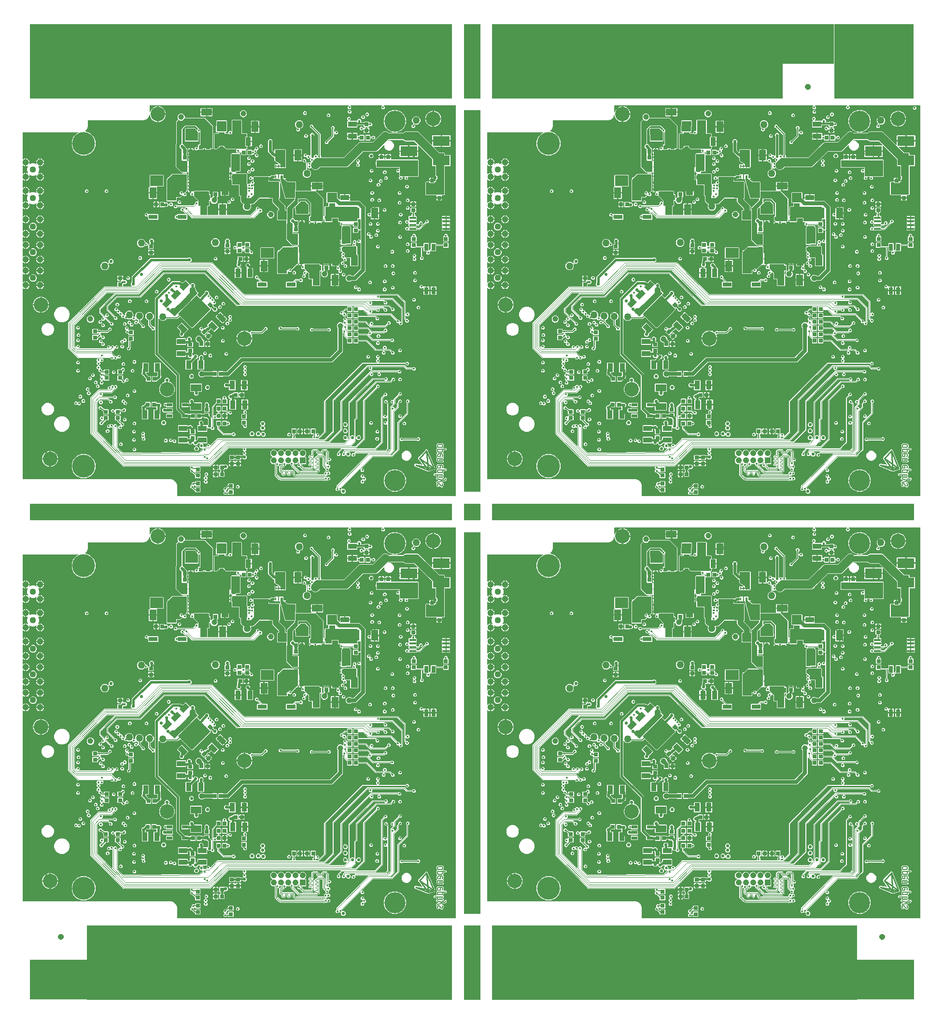
<source format=gbr>
G04 EAGLE Gerber RS-274X export*
G75*
%MOMM*%
%FSLAX34Y34*%
%LPD*%
%INBottom Copper*%
%IPPOS*%
%AMOC8*
5,1,8,0,0,1.08239X$1,22.5*%
G01*
%ADD10R,74.000000X13.000000*%
%ADD11R,9.000000X7.000000*%
%ADD12R,51.000000X13.000000*%
%ADD13R,14.000000X13.000000*%
%ADD14R,3.000000X13.000000*%
%ADD15R,3.000000X67.000000*%
%ADD16R,3.000000X3.000000*%
%ADD17R,74.000000X3.000000*%
%ADD18R,64.000000X13.000000*%
%ADD19R,10.000000X7.000000*%
%ADD20C,1.120000*%
%ADD21R,0.762000X0.685800*%
%ADD22R,0.965200X1.524000*%
%ADD23R,0.685800X0.762000*%
%ADD24R,1.219200X1.879600*%
%ADD25R,1.879600X1.219200*%
%ADD26R,1.066800X0.889000*%
%ADD27R,0.889000X1.066800*%
%ADD28C,4.000000*%
%ADD29R,1.600000X0.760000*%
%ADD30R,1.524000X0.965200*%
%ADD31C,1.270000*%
%ADD32C,2.540000*%
%ADD33R,1.000000X0.550000*%
%ADD34C,3.708400*%
%ADD35R,1.200000X0.350000*%
%ADD36R,0.760000X1.270000*%
%ADD37C,0.275000*%
%ADD38C,0.180000*%
%ADD39R,1.651000X2.794000*%
%ADD40R,1.600000X0.900000*%
%ADD41R,0.250000X0.500000*%
%ADD42R,1.060000X1.060000*%
%ADD43C,1.060000*%
%ADD44R,3.000000X1.800000*%
%ADD45C,0.500000*%
%ADD46C,0.352400*%
%ADD47C,0.452400*%
%ADD48C,0.560000*%
%ADD49C,0.400000*%
%ADD50C,0.200000*%
%ADD51C,0.300000*%
%ADD52C,0.090000*%
%ADD53C,0.980000*%
%ADD54C,0.700000*%
%ADD55C,0.502400*%
%ADD56C,0.110000*%
%ADD57C,0.088900*%
%ADD58C,0.406400*%
%ADD59C,1.500000*%
%ADD60C,1.000000*%
%ADD61C,0.150000*%
%ADD62C,0.203200*%
%ADD63C,0.190000*%

G36*
X920873Y712637D02*
X920873Y712637D01*
X920882Y712636D01*
X920970Y712657D01*
X921060Y712675D01*
X921067Y712680D01*
X921075Y712682D01*
X921148Y712736D01*
X921224Y712788D01*
X921228Y712795D01*
X921235Y712800D01*
X921282Y712878D01*
X921331Y712955D01*
X921332Y712964D01*
X921337Y712971D01*
X921364Y713135D01*
X921364Y1396865D01*
X921363Y1396873D01*
X921364Y1396882D01*
X921343Y1396970D01*
X921325Y1397060D01*
X921320Y1397067D01*
X921318Y1397075D01*
X921264Y1397148D01*
X921212Y1397224D01*
X921205Y1397228D01*
X921200Y1397235D01*
X921122Y1397282D01*
X921045Y1397331D01*
X921036Y1397332D01*
X921029Y1397337D01*
X920865Y1397364D01*
X796130Y1397364D01*
X796126Y1397363D01*
X796122Y1397364D01*
X796028Y1397344D01*
X795935Y1397325D01*
X795932Y1397322D01*
X795928Y1397321D01*
X795850Y1397266D01*
X795771Y1397212D01*
X795769Y1397209D01*
X795765Y1397206D01*
X795716Y1397125D01*
X795664Y1397045D01*
X795663Y1397040D01*
X795661Y1397037D01*
X795647Y1396943D01*
X795631Y1396848D01*
X795632Y1396844D01*
X795631Y1396840D01*
X795655Y1396747D01*
X795677Y1396655D01*
X795680Y1396652D01*
X795681Y1396648D01*
X795777Y1396512D01*
X797033Y1395256D01*
X797033Y1392744D01*
X795256Y1390967D01*
X792744Y1390967D01*
X790967Y1392744D01*
X790967Y1395256D01*
X792223Y1396512D01*
X792225Y1396516D01*
X792229Y1396518D01*
X792280Y1396598D01*
X792333Y1396678D01*
X792334Y1396682D01*
X792336Y1396685D01*
X792352Y1396779D01*
X792369Y1396873D01*
X792368Y1396877D01*
X792369Y1396882D01*
X792347Y1396973D01*
X792326Y1397067D01*
X792324Y1397071D01*
X792323Y1397075D01*
X792267Y1397151D01*
X792211Y1397230D01*
X792208Y1397232D01*
X792205Y1397235D01*
X792123Y1397284D01*
X792042Y1397334D01*
X792038Y1397334D01*
X792034Y1397337D01*
X791870Y1397364D01*
X737130Y1397364D01*
X737126Y1397363D01*
X737122Y1397364D01*
X737028Y1397344D01*
X736935Y1397325D01*
X736932Y1397322D01*
X736928Y1397321D01*
X736850Y1397266D01*
X736771Y1397212D01*
X736769Y1397209D01*
X736765Y1397206D01*
X736716Y1397125D01*
X736664Y1397045D01*
X736663Y1397040D01*
X736661Y1397037D01*
X736647Y1396943D01*
X736631Y1396848D01*
X736632Y1396844D01*
X736631Y1396840D01*
X736655Y1396747D01*
X736677Y1396655D01*
X736680Y1396652D01*
X736681Y1396648D01*
X736777Y1396512D01*
X738033Y1395256D01*
X738033Y1392744D01*
X736256Y1390967D01*
X733744Y1390967D01*
X731967Y1392744D01*
X731967Y1395256D01*
X733223Y1396512D01*
X733225Y1396516D01*
X733229Y1396518D01*
X733280Y1396598D01*
X733333Y1396678D01*
X733334Y1396682D01*
X733336Y1396685D01*
X733352Y1396779D01*
X733369Y1396873D01*
X733368Y1396877D01*
X733369Y1396882D01*
X733347Y1396973D01*
X733326Y1397067D01*
X733324Y1397071D01*
X733323Y1397075D01*
X733267Y1397151D01*
X733211Y1397230D01*
X733208Y1397232D01*
X733205Y1397235D01*
X733123Y1397284D01*
X733042Y1397334D01*
X733038Y1397334D01*
X733034Y1397337D01*
X732870Y1397364D01*
X385135Y1397364D01*
X385127Y1397363D01*
X385118Y1397364D01*
X385030Y1397343D01*
X384940Y1397325D01*
X384933Y1397320D01*
X384925Y1397318D01*
X384852Y1397264D01*
X384776Y1397212D01*
X384772Y1397205D01*
X384765Y1397200D01*
X384718Y1397122D01*
X384669Y1397045D01*
X384668Y1397036D01*
X384663Y1397029D01*
X384636Y1396865D01*
X384636Y1385927D01*
X384640Y1385906D01*
X384638Y1385884D01*
X384660Y1385809D01*
X384675Y1385732D01*
X384688Y1385714D01*
X384694Y1385693D01*
X384744Y1385633D01*
X384788Y1385568D01*
X384806Y1385557D01*
X384820Y1385540D01*
X384890Y1385503D01*
X384955Y1385461D01*
X384977Y1385458D01*
X384997Y1385447D01*
X385074Y1385441D01*
X385152Y1385428D01*
X385173Y1385433D01*
X385195Y1385431D01*
X385269Y1385456D01*
X385345Y1385474D01*
X385363Y1385487D01*
X385383Y1385494D01*
X385442Y1385546D01*
X385505Y1385592D01*
X385516Y1385611D01*
X385533Y1385625D01*
X385591Y1385737D01*
X385607Y1385763D01*
X385607Y1385768D01*
X385610Y1385773D01*
X386118Y1387336D01*
X387111Y1389286D01*
X388397Y1391056D01*
X389944Y1392603D01*
X391714Y1393889D01*
X393664Y1394882D01*
X395745Y1395558D01*
X397906Y1395901D01*
X398001Y1395901D01*
X398001Y1382500D01*
X398002Y1382492D01*
X398001Y1382484D01*
X398022Y1382395D01*
X398040Y1382305D01*
X398045Y1382298D01*
X398047Y1382290D01*
X398101Y1382217D01*
X398153Y1382141D01*
X398160Y1382137D01*
X398165Y1382130D01*
X398243Y1382084D01*
X398320Y1382034D01*
X398329Y1382033D01*
X398336Y1382029D01*
X398500Y1382001D01*
X399001Y1382001D01*
X399001Y1381999D01*
X398500Y1381999D01*
X398492Y1381997D01*
X398484Y1381999D01*
X398395Y1381978D01*
X398305Y1381960D01*
X398298Y1381955D01*
X398290Y1381953D01*
X398217Y1381899D01*
X398141Y1381847D01*
X398137Y1381840D01*
X398130Y1381835D01*
X398084Y1381757D01*
X398034Y1381679D01*
X398033Y1381671D01*
X398029Y1381664D01*
X398001Y1381500D01*
X398001Y1368099D01*
X397906Y1368099D01*
X395745Y1368442D01*
X393664Y1369118D01*
X391714Y1370111D01*
X389944Y1371397D01*
X388397Y1372944D01*
X387111Y1374714D01*
X386118Y1376664D01*
X385442Y1378745D01*
X385181Y1380387D01*
X385159Y1380446D01*
X385146Y1380508D01*
X385125Y1380538D01*
X385112Y1380573D01*
X385069Y1380619D01*
X385033Y1380671D01*
X385001Y1380691D01*
X384975Y1380718D01*
X384917Y1380743D01*
X384864Y1380776D01*
X384827Y1380782D01*
X384793Y1380797D01*
X384730Y1380798D01*
X384668Y1380808D01*
X384631Y1380799D01*
X384594Y1380799D01*
X384536Y1380775D01*
X384475Y1380760D01*
X384445Y1380738D01*
X384410Y1380724D01*
X384366Y1380679D01*
X384315Y1380641D01*
X384293Y1380605D01*
X384270Y1380582D01*
X384256Y1380547D01*
X384227Y1380500D01*
X382712Y1376842D01*
X379158Y1373288D01*
X374513Y1371364D01*
X277135Y1371364D01*
X277127Y1371363D01*
X277118Y1371364D01*
X277030Y1371343D01*
X276940Y1371325D01*
X276933Y1371320D01*
X276925Y1371318D01*
X276852Y1371264D01*
X276776Y1371212D01*
X276772Y1371205D01*
X276765Y1371200D01*
X276718Y1371122D01*
X276669Y1371045D01*
X276668Y1371036D01*
X276663Y1371029D01*
X276636Y1370865D01*
X276636Y1360487D01*
X274712Y1355842D01*
X271223Y1352353D01*
X271220Y1352349D01*
X271217Y1352347D01*
X271166Y1352267D01*
X271113Y1352187D01*
X271112Y1352183D01*
X271110Y1352180D01*
X271094Y1352086D01*
X271076Y1351992D01*
X271077Y1351988D01*
X271077Y1351983D01*
X271099Y1351892D01*
X271119Y1351798D01*
X271122Y1351794D01*
X271123Y1351790D01*
X271179Y1351714D01*
X271234Y1351635D01*
X271238Y1351633D01*
X271241Y1351630D01*
X271322Y1351581D01*
X271404Y1351531D01*
X271408Y1351531D01*
X271412Y1351528D01*
X271576Y1351501D01*
X273177Y1351501D01*
X280896Y1348304D01*
X286804Y1342396D01*
X290001Y1334677D01*
X290001Y1326323D01*
X286804Y1318604D01*
X280896Y1312696D01*
X273177Y1309499D01*
X264823Y1309499D01*
X257104Y1312696D01*
X251196Y1318604D01*
X247999Y1326323D01*
X247999Y1334677D01*
X251196Y1342396D01*
X257104Y1348304D01*
X259760Y1349404D01*
X259762Y1349405D01*
X259764Y1349405D01*
X259844Y1349460D01*
X259925Y1349515D01*
X259926Y1349517D01*
X259928Y1349518D01*
X259980Y1349599D01*
X260034Y1349682D01*
X260034Y1349684D01*
X260035Y1349685D01*
X260051Y1349781D01*
X260068Y1349877D01*
X260068Y1349879D01*
X260068Y1349882D01*
X260046Y1349974D01*
X260024Y1350071D01*
X260023Y1350073D01*
X260022Y1350075D01*
X259966Y1350152D01*
X259907Y1350232D01*
X259905Y1350233D01*
X259904Y1350235D01*
X259821Y1350284D01*
X259737Y1350335D01*
X259735Y1350335D01*
X259733Y1350337D01*
X259569Y1350364D01*
X162135Y1350364D01*
X162127Y1350363D01*
X162118Y1350364D01*
X162030Y1350343D01*
X161940Y1350325D01*
X161933Y1350320D01*
X161925Y1350318D01*
X161851Y1350264D01*
X161776Y1350212D01*
X161772Y1350205D01*
X161765Y1350200D01*
X161718Y1350122D01*
X161669Y1350045D01*
X161668Y1350036D01*
X161663Y1350029D01*
X161636Y1349865D01*
X161636Y1302859D01*
X161637Y1302855D01*
X161636Y1302850D01*
X161656Y1302758D01*
X161675Y1302664D01*
X161678Y1302660D01*
X161679Y1302656D01*
X161734Y1302579D01*
X161788Y1302500D01*
X161791Y1302498D01*
X161794Y1302494D01*
X161875Y1302444D01*
X161955Y1302393D01*
X161960Y1302392D01*
X161963Y1302390D01*
X162057Y1302376D01*
X162152Y1302360D01*
X162156Y1302361D01*
X162160Y1302360D01*
X162252Y1302384D01*
X162345Y1302406D01*
X162348Y1302408D01*
X162352Y1302409D01*
X162488Y1302506D01*
X162965Y1302982D01*
X164079Y1303727D01*
X165316Y1304239D01*
X166301Y1304435D01*
X166301Y1298200D01*
X166302Y1298192D01*
X166301Y1298184D01*
X166322Y1298095D01*
X166340Y1298005D01*
X166345Y1297998D01*
X166347Y1297990D01*
X166401Y1297917D01*
X166453Y1297841D01*
X166460Y1297837D01*
X166465Y1297830D01*
X166543Y1297784D01*
X166620Y1297734D01*
X166629Y1297733D01*
X166636Y1297729D01*
X166800Y1297701D01*
X167301Y1297701D01*
X167301Y1297699D01*
X166800Y1297699D01*
X166792Y1297697D01*
X166783Y1297699D01*
X166695Y1297678D01*
X166605Y1297660D01*
X166598Y1297655D01*
X166590Y1297653D01*
X166517Y1297599D01*
X166441Y1297547D01*
X166437Y1297540D01*
X166430Y1297535D01*
X166383Y1297457D01*
X166334Y1297379D01*
X166333Y1297371D01*
X166328Y1297364D01*
X166301Y1297200D01*
X166301Y1290965D01*
X165316Y1291161D01*
X164079Y1291673D01*
X162965Y1292418D01*
X162488Y1292894D01*
X162485Y1292897D01*
X162482Y1292900D01*
X162402Y1292951D01*
X162322Y1293004D01*
X162318Y1293005D01*
X162315Y1293007D01*
X162221Y1293023D01*
X162127Y1293040D01*
X162123Y1293040D01*
X162118Y1293040D01*
X162027Y1293018D01*
X161933Y1292998D01*
X161929Y1292995D01*
X161925Y1292994D01*
X161849Y1292938D01*
X161770Y1292882D01*
X161768Y1292879D01*
X161765Y1292876D01*
X161717Y1292795D01*
X161666Y1292713D01*
X161666Y1292709D01*
X161663Y1292705D01*
X161636Y1292541D01*
X161636Y1277459D01*
X161637Y1277455D01*
X161636Y1277450D01*
X161656Y1277357D01*
X161675Y1277264D01*
X161678Y1277260D01*
X161679Y1277256D01*
X161734Y1277179D01*
X161788Y1277100D01*
X161791Y1277098D01*
X161794Y1277094D01*
X161875Y1277044D01*
X161955Y1276993D01*
X161960Y1276992D01*
X161963Y1276990D01*
X162057Y1276976D01*
X162152Y1276960D01*
X162156Y1276961D01*
X162160Y1276960D01*
X162252Y1276984D01*
X162345Y1277006D01*
X162348Y1277008D01*
X162352Y1277009D01*
X162488Y1277106D01*
X162965Y1277582D01*
X164079Y1278327D01*
X165316Y1278839D01*
X166301Y1279035D01*
X166301Y1272800D01*
X166302Y1272792D01*
X166301Y1272784D01*
X166322Y1272695D01*
X166340Y1272605D01*
X166345Y1272598D01*
X166347Y1272590D01*
X166401Y1272517D01*
X166453Y1272441D01*
X166460Y1272437D01*
X166465Y1272430D01*
X166543Y1272384D01*
X166620Y1272334D01*
X166629Y1272333D01*
X166636Y1272329D01*
X166800Y1272301D01*
X167301Y1272301D01*
X167301Y1272299D01*
X166800Y1272299D01*
X166792Y1272297D01*
X166783Y1272299D01*
X166695Y1272278D01*
X166605Y1272260D01*
X166598Y1272255D01*
X166590Y1272253D01*
X166517Y1272199D01*
X166441Y1272147D01*
X166437Y1272140D01*
X166430Y1272135D01*
X166383Y1272057D01*
X166334Y1271979D01*
X166333Y1271971D01*
X166328Y1271964D01*
X166301Y1271800D01*
X166301Y1265565D01*
X165316Y1265761D01*
X164079Y1266273D01*
X162965Y1267018D01*
X162488Y1267494D01*
X162485Y1267497D01*
X162482Y1267500D01*
X162402Y1267551D01*
X162322Y1267604D01*
X162318Y1267605D01*
X162315Y1267607D01*
X162221Y1267623D01*
X162127Y1267640D01*
X162123Y1267640D01*
X162118Y1267640D01*
X162027Y1267618D01*
X161933Y1267598D01*
X161929Y1267595D01*
X161925Y1267594D01*
X161849Y1267538D01*
X161770Y1267482D01*
X161768Y1267479D01*
X161765Y1267476D01*
X161717Y1267395D01*
X161666Y1267313D01*
X161666Y1267309D01*
X161663Y1267305D01*
X161636Y1267141D01*
X161636Y1252859D01*
X161637Y1252855D01*
X161636Y1252850D01*
X161656Y1252758D01*
X161675Y1252664D01*
X161678Y1252660D01*
X161679Y1252656D01*
X161734Y1252579D01*
X161788Y1252500D01*
X161791Y1252498D01*
X161794Y1252494D01*
X161875Y1252444D01*
X161955Y1252393D01*
X161960Y1252392D01*
X161963Y1252390D01*
X162057Y1252376D01*
X162152Y1252360D01*
X162156Y1252361D01*
X162160Y1252360D01*
X162252Y1252384D01*
X162345Y1252406D01*
X162348Y1252408D01*
X162352Y1252409D01*
X162488Y1252506D01*
X162965Y1252982D01*
X164079Y1253727D01*
X165316Y1254239D01*
X166301Y1254435D01*
X166301Y1248200D01*
X166302Y1248192D01*
X166301Y1248184D01*
X166322Y1248095D01*
X166340Y1248005D01*
X166345Y1247998D01*
X166347Y1247990D01*
X166401Y1247917D01*
X166453Y1247841D01*
X166460Y1247837D01*
X166465Y1247830D01*
X166543Y1247784D01*
X166620Y1247734D01*
X166629Y1247733D01*
X166636Y1247729D01*
X166800Y1247701D01*
X167301Y1247701D01*
X167301Y1247699D01*
X166800Y1247699D01*
X166792Y1247697D01*
X166783Y1247699D01*
X166695Y1247678D01*
X166605Y1247660D01*
X166598Y1247655D01*
X166590Y1247653D01*
X166517Y1247599D01*
X166441Y1247547D01*
X166437Y1247540D01*
X166430Y1247535D01*
X166383Y1247457D01*
X166334Y1247379D01*
X166333Y1247371D01*
X166328Y1247364D01*
X166301Y1247200D01*
X166301Y1240965D01*
X165316Y1241161D01*
X164079Y1241673D01*
X162965Y1242418D01*
X162488Y1242894D01*
X162485Y1242897D01*
X162482Y1242900D01*
X162402Y1242951D01*
X162322Y1243004D01*
X162318Y1243005D01*
X162315Y1243007D01*
X162221Y1243023D01*
X162127Y1243040D01*
X162123Y1243040D01*
X162118Y1243040D01*
X162027Y1243018D01*
X161933Y1242998D01*
X161929Y1242995D01*
X161925Y1242994D01*
X161849Y1242938D01*
X161770Y1242882D01*
X161768Y1242879D01*
X161765Y1242876D01*
X161717Y1242795D01*
X161666Y1242713D01*
X161666Y1242709D01*
X161663Y1242705D01*
X161636Y1242541D01*
X161636Y1227459D01*
X161637Y1227455D01*
X161636Y1227450D01*
X161656Y1227358D01*
X161675Y1227264D01*
X161678Y1227260D01*
X161679Y1227256D01*
X161734Y1227179D01*
X161788Y1227100D01*
X161791Y1227098D01*
X161794Y1227094D01*
X161875Y1227044D01*
X161955Y1226993D01*
X161960Y1226992D01*
X161963Y1226990D01*
X162057Y1226976D01*
X162152Y1226960D01*
X162156Y1226961D01*
X162160Y1226960D01*
X162252Y1226984D01*
X162345Y1227006D01*
X162348Y1227008D01*
X162352Y1227009D01*
X162488Y1227106D01*
X162965Y1227582D01*
X164079Y1228327D01*
X165316Y1228839D01*
X166301Y1229035D01*
X166301Y1222800D01*
X166302Y1222792D01*
X166301Y1222784D01*
X166322Y1222695D01*
X166340Y1222605D01*
X166345Y1222598D01*
X166347Y1222590D01*
X166401Y1222517D01*
X166453Y1222441D01*
X166460Y1222437D01*
X166465Y1222430D01*
X166543Y1222384D01*
X166620Y1222334D01*
X166629Y1222333D01*
X166636Y1222329D01*
X166800Y1222301D01*
X167301Y1222301D01*
X167301Y1222299D01*
X166800Y1222299D01*
X166792Y1222297D01*
X166783Y1222299D01*
X166695Y1222278D01*
X166605Y1222260D01*
X166598Y1222255D01*
X166590Y1222253D01*
X166517Y1222199D01*
X166441Y1222147D01*
X166437Y1222140D01*
X166430Y1222135D01*
X166383Y1222056D01*
X166334Y1221979D01*
X166333Y1221971D01*
X166328Y1221964D01*
X166301Y1221800D01*
X166301Y1215565D01*
X165316Y1215761D01*
X164079Y1216273D01*
X162965Y1217018D01*
X162488Y1217494D01*
X162485Y1217497D01*
X162482Y1217500D01*
X162402Y1217551D01*
X162322Y1217604D01*
X162318Y1217605D01*
X162315Y1217607D01*
X162221Y1217623D01*
X162127Y1217640D01*
X162123Y1217640D01*
X162118Y1217640D01*
X162027Y1217618D01*
X161933Y1217598D01*
X161929Y1217595D01*
X161925Y1217594D01*
X161849Y1217538D01*
X161770Y1217482D01*
X161768Y1217479D01*
X161765Y1217476D01*
X161717Y1217395D01*
X161666Y1217313D01*
X161666Y1217309D01*
X161663Y1217305D01*
X161636Y1217141D01*
X161636Y1202859D01*
X161637Y1202855D01*
X161636Y1202850D01*
X161656Y1202758D01*
X161675Y1202664D01*
X161678Y1202660D01*
X161679Y1202656D01*
X161734Y1202579D01*
X161788Y1202500D01*
X161791Y1202498D01*
X161794Y1202494D01*
X161875Y1202444D01*
X161955Y1202393D01*
X161960Y1202392D01*
X161963Y1202390D01*
X162057Y1202376D01*
X162152Y1202360D01*
X162156Y1202361D01*
X162160Y1202360D01*
X162252Y1202384D01*
X162345Y1202406D01*
X162348Y1202408D01*
X162352Y1202409D01*
X162488Y1202506D01*
X162965Y1202982D01*
X164079Y1203727D01*
X165316Y1204239D01*
X166301Y1204435D01*
X166301Y1198200D01*
X166302Y1198192D01*
X166301Y1198184D01*
X166322Y1198095D01*
X166340Y1198005D01*
X166345Y1197998D01*
X166347Y1197990D01*
X166401Y1197917D01*
X166453Y1197841D01*
X166460Y1197837D01*
X166465Y1197830D01*
X166543Y1197784D01*
X166620Y1197734D01*
X166629Y1197733D01*
X166636Y1197729D01*
X166800Y1197701D01*
X167301Y1197701D01*
X167301Y1197699D01*
X166800Y1197699D01*
X166792Y1197697D01*
X166783Y1197699D01*
X166695Y1197678D01*
X166605Y1197660D01*
X166598Y1197655D01*
X166590Y1197653D01*
X166517Y1197599D01*
X166441Y1197547D01*
X166437Y1197540D01*
X166430Y1197535D01*
X166383Y1197457D01*
X166334Y1197379D01*
X166333Y1197371D01*
X166328Y1197364D01*
X166301Y1197200D01*
X166301Y1190965D01*
X165316Y1191161D01*
X164079Y1191673D01*
X162965Y1192418D01*
X162488Y1192894D01*
X162485Y1192897D01*
X162482Y1192900D01*
X162402Y1192951D01*
X162322Y1193004D01*
X162318Y1193005D01*
X162315Y1193007D01*
X162221Y1193023D01*
X162127Y1193040D01*
X162123Y1193040D01*
X162118Y1193040D01*
X162027Y1193018D01*
X161933Y1192998D01*
X161929Y1192995D01*
X161925Y1192994D01*
X161849Y1192938D01*
X161770Y1192882D01*
X161768Y1192879D01*
X161765Y1192876D01*
X161717Y1192795D01*
X161666Y1192713D01*
X161666Y1192709D01*
X161663Y1192705D01*
X161636Y1192541D01*
X161636Y1177459D01*
X161637Y1177455D01*
X161636Y1177450D01*
X161656Y1177358D01*
X161675Y1177264D01*
X161678Y1177260D01*
X161679Y1177256D01*
X161734Y1177179D01*
X161788Y1177100D01*
X161791Y1177098D01*
X161794Y1177094D01*
X161875Y1177044D01*
X161955Y1176993D01*
X161960Y1176992D01*
X161963Y1176990D01*
X162057Y1176976D01*
X162152Y1176960D01*
X162156Y1176961D01*
X162160Y1176960D01*
X162252Y1176984D01*
X162345Y1177006D01*
X162348Y1177008D01*
X162352Y1177009D01*
X162488Y1177106D01*
X162965Y1177582D01*
X164079Y1178327D01*
X165316Y1178839D01*
X166301Y1179035D01*
X166301Y1172800D01*
X166302Y1172792D01*
X166301Y1172784D01*
X166322Y1172695D01*
X166340Y1172605D01*
X166345Y1172598D01*
X166347Y1172590D01*
X166401Y1172517D01*
X166453Y1172441D01*
X166460Y1172437D01*
X166465Y1172430D01*
X166543Y1172384D01*
X166620Y1172334D01*
X166629Y1172333D01*
X166636Y1172329D01*
X166800Y1172301D01*
X167301Y1172301D01*
X167301Y1172299D01*
X166800Y1172299D01*
X166792Y1172297D01*
X166783Y1172299D01*
X166695Y1172278D01*
X166605Y1172260D01*
X166598Y1172255D01*
X166590Y1172253D01*
X166517Y1172199D01*
X166441Y1172147D01*
X166437Y1172140D01*
X166430Y1172135D01*
X166383Y1172057D01*
X166334Y1171979D01*
X166333Y1171971D01*
X166328Y1171964D01*
X166301Y1171800D01*
X166301Y1165565D01*
X165316Y1165761D01*
X164079Y1166273D01*
X162965Y1167018D01*
X162488Y1167494D01*
X162485Y1167497D01*
X162482Y1167500D01*
X162402Y1167551D01*
X162322Y1167604D01*
X162318Y1167605D01*
X162315Y1167607D01*
X162221Y1167623D01*
X162127Y1167640D01*
X162123Y1167640D01*
X162118Y1167640D01*
X162027Y1167618D01*
X161933Y1167598D01*
X161929Y1167595D01*
X161925Y1167594D01*
X161849Y1167538D01*
X161770Y1167482D01*
X161768Y1167479D01*
X161765Y1167476D01*
X161717Y1167395D01*
X161666Y1167313D01*
X161666Y1167309D01*
X161663Y1167305D01*
X161636Y1167141D01*
X161636Y1157859D01*
X161637Y1157855D01*
X161636Y1157850D01*
X161656Y1157757D01*
X161675Y1157664D01*
X161678Y1157660D01*
X161679Y1157656D01*
X161734Y1157579D01*
X161788Y1157500D01*
X161791Y1157498D01*
X161794Y1157494D01*
X161875Y1157444D01*
X161955Y1157393D01*
X161960Y1157392D01*
X161963Y1157390D01*
X162057Y1157376D01*
X162152Y1157360D01*
X162156Y1157361D01*
X162160Y1157360D01*
X162252Y1157384D01*
X162345Y1157406D01*
X162348Y1157408D01*
X162352Y1157409D01*
X162488Y1157506D01*
X162965Y1157982D01*
X164079Y1158727D01*
X165316Y1159239D01*
X166301Y1159435D01*
X166301Y1153200D01*
X166302Y1153192D01*
X166301Y1153184D01*
X166322Y1153095D01*
X166340Y1153005D01*
X166345Y1152998D01*
X166347Y1152990D01*
X166401Y1152917D01*
X166453Y1152841D01*
X166460Y1152837D01*
X166465Y1152830D01*
X166543Y1152784D01*
X166620Y1152734D01*
X166629Y1152733D01*
X166636Y1152729D01*
X166800Y1152701D01*
X167301Y1152701D01*
X167301Y1152699D01*
X166800Y1152699D01*
X166792Y1152697D01*
X166783Y1152699D01*
X166695Y1152678D01*
X166605Y1152660D01*
X166598Y1152655D01*
X166590Y1152653D01*
X166517Y1152599D01*
X166441Y1152547D01*
X166437Y1152540D01*
X166430Y1152535D01*
X166383Y1152457D01*
X166334Y1152379D01*
X166333Y1152371D01*
X166328Y1152364D01*
X166301Y1152200D01*
X166301Y1145965D01*
X165316Y1146161D01*
X164079Y1146673D01*
X162965Y1147418D01*
X162488Y1147894D01*
X162485Y1147897D01*
X162482Y1147900D01*
X162402Y1147951D01*
X162322Y1148004D01*
X162318Y1148005D01*
X162315Y1148007D01*
X162221Y1148023D01*
X162127Y1148040D01*
X162123Y1148040D01*
X162118Y1148040D01*
X162027Y1148018D01*
X161933Y1147998D01*
X161929Y1147995D01*
X161925Y1147994D01*
X161849Y1147938D01*
X161770Y1147882D01*
X161768Y1147879D01*
X161765Y1147876D01*
X161717Y1147795D01*
X161666Y1147713D01*
X161666Y1147709D01*
X161663Y1147705D01*
X161636Y1147541D01*
X161636Y1132459D01*
X161637Y1132455D01*
X161636Y1132450D01*
X161656Y1132358D01*
X161675Y1132264D01*
X161678Y1132260D01*
X161679Y1132256D01*
X161734Y1132179D01*
X161788Y1132100D01*
X161791Y1132098D01*
X161794Y1132094D01*
X161875Y1132044D01*
X161955Y1131993D01*
X161960Y1131992D01*
X161963Y1131990D01*
X162057Y1131976D01*
X162152Y1131960D01*
X162156Y1131961D01*
X162160Y1131960D01*
X162252Y1131984D01*
X162345Y1132006D01*
X162348Y1132008D01*
X162352Y1132009D01*
X162488Y1132106D01*
X162965Y1132582D01*
X164079Y1133327D01*
X165316Y1133839D01*
X166301Y1134035D01*
X166301Y1127800D01*
X166302Y1127792D01*
X166301Y1127784D01*
X166322Y1127695D01*
X166340Y1127605D01*
X166345Y1127598D01*
X166347Y1127590D01*
X166401Y1127517D01*
X166453Y1127441D01*
X166460Y1127437D01*
X166465Y1127430D01*
X166543Y1127384D01*
X166620Y1127334D01*
X166629Y1127333D01*
X166636Y1127329D01*
X166800Y1127301D01*
X167301Y1127301D01*
X167301Y1127299D01*
X166800Y1127299D01*
X166792Y1127297D01*
X166783Y1127299D01*
X166695Y1127278D01*
X166605Y1127260D01*
X166598Y1127255D01*
X166590Y1127253D01*
X166517Y1127199D01*
X166441Y1127147D01*
X166437Y1127140D01*
X166430Y1127135D01*
X166383Y1127057D01*
X166334Y1126979D01*
X166333Y1126971D01*
X166328Y1126964D01*
X166301Y1126800D01*
X166301Y1120565D01*
X165316Y1120761D01*
X164079Y1121273D01*
X162965Y1122018D01*
X162488Y1122494D01*
X162485Y1122497D01*
X162482Y1122500D01*
X162402Y1122551D01*
X162322Y1122604D01*
X162318Y1122605D01*
X162315Y1122607D01*
X162221Y1122623D01*
X162127Y1122640D01*
X162123Y1122640D01*
X162118Y1122640D01*
X162027Y1122618D01*
X161933Y1122598D01*
X161929Y1122595D01*
X161925Y1122594D01*
X161849Y1122538D01*
X161770Y1122482D01*
X161768Y1122479D01*
X161765Y1122476D01*
X161717Y1122395D01*
X161666Y1122313D01*
X161666Y1122309D01*
X161663Y1122305D01*
X161636Y1122141D01*
X161636Y1112859D01*
X161637Y1112855D01*
X161636Y1112850D01*
X161656Y1112758D01*
X161675Y1112664D01*
X161678Y1112660D01*
X161679Y1112656D01*
X161734Y1112579D01*
X161788Y1112500D01*
X161791Y1112498D01*
X161794Y1112494D01*
X161875Y1112444D01*
X161955Y1112393D01*
X161960Y1112392D01*
X161963Y1112390D01*
X162057Y1112376D01*
X162152Y1112360D01*
X162156Y1112361D01*
X162160Y1112360D01*
X162252Y1112384D01*
X162345Y1112406D01*
X162348Y1112408D01*
X162352Y1112409D01*
X162488Y1112506D01*
X162965Y1112982D01*
X164079Y1113727D01*
X165316Y1114239D01*
X166301Y1114435D01*
X166301Y1108200D01*
X166302Y1108192D01*
X166301Y1108184D01*
X166322Y1108095D01*
X166340Y1108005D01*
X166345Y1107998D01*
X166347Y1107990D01*
X166401Y1107917D01*
X166453Y1107841D01*
X166460Y1107837D01*
X166465Y1107830D01*
X166543Y1107784D01*
X166620Y1107734D01*
X166629Y1107733D01*
X166636Y1107729D01*
X166800Y1107701D01*
X167301Y1107701D01*
X167301Y1107699D01*
X166800Y1107699D01*
X166792Y1107697D01*
X166783Y1107699D01*
X166695Y1107678D01*
X166605Y1107660D01*
X166598Y1107655D01*
X166590Y1107653D01*
X166517Y1107599D01*
X166441Y1107547D01*
X166437Y1107540D01*
X166430Y1107535D01*
X166383Y1107457D01*
X166334Y1107379D01*
X166333Y1107371D01*
X166328Y1107364D01*
X166301Y1107200D01*
X166301Y1100965D01*
X165316Y1101161D01*
X164079Y1101673D01*
X162965Y1102418D01*
X162488Y1102894D01*
X162485Y1102897D01*
X162482Y1102900D01*
X162402Y1102951D01*
X162322Y1103004D01*
X162318Y1103005D01*
X162315Y1103007D01*
X162221Y1103023D01*
X162127Y1103040D01*
X162123Y1103040D01*
X162118Y1103040D01*
X162027Y1103018D01*
X161933Y1102998D01*
X161929Y1102995D01*
X161925Y1102994D01*
X161849Y1102938D01*
X161770Y1102882D01*
X161768Y1102879D01*
X161765Y1102876D01*
X161717Y1102795D01*
X161666Y1102713D01*
X161666Y1102709D01*
X161663Y1102705D01*
X161636Y1102541D01*
X161636Y1087459D01*
X161637Y1087455D01*
X161636Y1087450D01*
X161656Y1087358D01*
X161675Y1087264D01*
X161678Y1087260D01*
X161679Y1087256D01*
X161734Y1087179D01*
X161788Y1087100D01*
X161791Y1087098D01*
X161794Y1087094D01*
X161875Y1087044D01*
X161955Y1086993D01*
X161960Y1086992D01*
X161963Y1086990D01*
X162057Y1086976D01*
X162152Y1086960D01*
X162156Y1086961D01*
X162160Y1086960D01*
X162252Y1086984D01*
X162345Y1087006D01*
X162348Y1087008D01*
X162352Y1087009D01*
X162488Y1087106D01*
X162965Y1087582D01*
X164079Y1088327D01*
X165316Y1088839D01*
X166301Y1089035D01*
X166301Y1082800D01*
X166302Y1082792D01*
X166301Y1082784D01*
X166322Y1082695D01*
X166340Y1082605D01*
X166345Y1082598D01*
X166347Y1082590D01*
X166401Y1082517D01*
X166453Y1082441D01*
X166460Y1082437D01*
X166465Y1082430D01*
X166543Y1082384D01*
X166620Y1082334D01*
X166629Y1082333D01*
X166636Y1082329D01*
X166800Y1082301D01*
X167301Y1082301D01*
X167301Y1082299D01*
X166800Y1082299D01*
X166792Y1082297D01*
X166783Y1082299D01*
X166695Y1082278D01*
X166605Y1082260D01*
X166598Y1082255D01*
X166590Y1082253D01*
X166517Y1082199D01*
X166441Y1082147D01*
X166437Y1082140D01*
X166430Y1082135D01*
X166383Y1082057D01*
X166334Y1081979D01*
X166333Y1081971D01*
X166328Y1081964D01*
X166301Y1081800D01*
X166301Y1075565D01*
X165316Y1075761D01*
X164079Y1076273D01*
X162965Y1077018D01*
X162488Y1077494D01*
X162485Y1077497D01*
X162482Y1077500D01*
X162402Y1077551D01*
X162322Y1077604D01*
X162318Y1077605D01*
X162315Y1077607D01*
X162221Y1077623D01*
X162127Y1077640D01*
X162123Y1077640D01*
X162118Y1077640D01*
X162027Y1077618D01*
X161933Y1077598D01*
X161929Y1077595D01*
X161925Y1077594D01*
X161849Y1077538D01*
X161770Y1077482D01*
X161768Y1077479D01*
X161765Y1077476D01*
X161717Y1077395D01*
X161666Y1077313D01*
X161666Y1077309D01*
X161663Y1077305D01*
X161636Y1077141D01*
X161636Y743135D01*
X161637Y743127D01*
X161636Y743118D01*
X161657Y743030D01*
X161675Y742940D01*
X161680Y742933D01*
X161682Y742925D01*
X161736Y742852D01*
X161788Y742776D01*
X161795Y742772D01*
X161800Y742765D01*
X161878Y742718D01*
X161955Y742669D01*
X161964Y742668D01*
X161971Y742663D01*
X162135Y742636D01*
X422513Y742636D01*
X427158Y740712D01*
X430712Y737158D01*
X432636Y732513D01*
X432636Y713135D01*
X432637Y713127D01*
X432636Y713118D01*
X432657Y713030D01*
X432675Y712940D01*
X432680Y712933D01*
X432682Y712925D01*
X432736Y712852D01*
X432788Y712776D01*
X432795Y712772D01*
X432800Y712765D01*
X432878Y712718D01*
X432955Y712669D01*
X432964Y712668D01*
X432971Y712663D01*
X433135Y712636D01*
X920865Y712636D01*
X920873Y712637D01*
G37*
G36*
X920873Y-27363D02*
X920873Y-27363D01*
X920882Y-27364D01*
X920970Y-27343D01*
X921060Y-27325D01*
X921067Y-27320D01*
X921075Y-27318D01*
X921148Y-27264D01*
X921224Y-27212D01*
X921228Y-27205D01*
X921235Y-27200D01*
X921282Y-27122D01*
X921331Y-27045D01*
X921332Y-27036D01*
X921337Y-27029D01*
X921364Y-26865D01*
X921364Y656865D01*
X921363Y656873D01*
X921364Y656882D01*
X921343Y656970D01*
X921325Y657060D01*
X921320Y657067D01*
X921318Y657075D01*
X921264Y657148D01*
X921212Y657224D01*
X921205Y657228D01*
X921200Y657235D01*
X921122Y657282D01*
X921045Y657331D01*
X921036Y657332D01*
X921029Y657337D01*
X920865Y657364D01*
X796130Y657364D01*
X796126Y657363D01*
X796122Y657364D01*
X796028Y657344D01*
X795935Y657325D01*
X795932Y657322D01*
X795928Y657321D01*
X795850Y657266D01*
X795771Y657212D01*
X795769Y657209D01*
X795765Y657206D01*
X795716Y657125D01*
X795664Y657045D01*
X795663Y657040D01*
X795661Y657037D01*
X795647Y656943D01*
X795631Y656848D01*
X795632Y656844D01*
X795631Y656840D01*
X795655Y656747D01*
X795677Y656655D01*
X795680Y656652D01*
X795681Y656648D01*
X795777Y656512D01*
X797033Y655256D01*
X797033Y652744D01*
X795256Y650967D01*
X792744Y650967D01*
X790967Y652744D01*
X790967Y655256D01*
X792223Y656512D01*
X792225Y656516D01*
X792229Y656518D01*
X792280Y656598D01*
X792333Y656678D01*
X792334Y656682D01*
X792336Y656685D01*
X792352Y656779D01*
X792369Y656873D01*
X792368Y656877D01*
X792369Y656882D01*
X792347Y656973D01*
X792326Y657067D01*
X792324Y657071D01*
X792323Y657075D01*
X792267Y657151D01*
X792211Y657230D01*
X792208Y657232D01*
X792205Y657235D01*
X792123Y657284D01*
X792042Y657334D01*
X792038Y657334D01*
X792034Y657337D01*
X791870Y657364D01*
X737130Y657364D01*
X737126Y657363D01*
X737122Y657364D01*
X737028Y657344D01*
X736935Y657325D01*
X736932Y657322D01*
X736928Y657321D01*
X736850Y657266D01*
X736771Y657212D01*
X736769Y657209D01*
X736765Y657206D01*
X736716Y657125D01*
X736664Y657045D01*
X736663Y657040D01*
X736661Y657037D01*
X736647Y656943D01*
X736631Y656848D01*
X736632Y656844D01*
X736631Y656840D01*
X736655Y656747D01*
X736677Y656655D01*
X736680Y656652D01*
X736681Y656648D01*
X736777Y656512D01*
X738033Y655256D01*
X738033Y652744D01*
X736256Y650967D01*
X733744Y650967D01*
X731967Y652744D01*
X731967Y655256D01*
X733223Y656512D01*
X733225Y656516D01*
X733229Y656518D01*
X733280Y656598D01*
X733333Y656678D01*
X733334Y656682D01*
X733336Y656685D01*
X733352Y656779D01*
X733369Y656873D01*
X733368Y656877D01*
X733369Y656882D01*
X733347Y656973D01*
X733326Y657067D01*
X733324Y657071D01*
X733323Y657075D01*
X733267Y657151D01*
X733211Y657230D01*
X733208Y657232D01*
X733205Y657235D01*
X733123Y657284D01*
X733042Y657334D01*
X733038Y657334D01*
X733034Y657337D01*
X732870Y657364D01*
X385135Y657364D01*
X385127Y657363D01*
X385118Y657364D01*
X385030Y657343D01*
X384940Y657325D01*
X384933Y657320D01*
X384925Y657318D01*
X384852Y657264D01*
X384776Y657212D01*
X384772Y657205D01*
X384765Y657200D01*
X384718Y657122D01*
X384669Y657045D01*
X384668Y657036D01*
X384663Y657029D01*
X384636Y656865D01*
X384636Y645927D01*
X384640Y645906D01*
X384638Y645884D01*
X384660Y645809D01*
X384675Y645732D01*
X384688Y645714D01*
X384694Y645693D01*
X384744Y645633D01*
X384788Y645568D01*
X384806Y645557D01*
X384820Y645540D01*
X384890Y645503D01*
X384955Y645461D01*
X384977Y645458D01*
X384997Y645447D01*
X385074Y645441D01*
X385152Y645428D01*
X385173Y645433D01*
X385195Y645431D01*
X385269Y645456D01*
X385345Y645474D01*
X385363Y645487D01*
X385383Y645494D01*
X385442Y645546D01*
X385505Y645592D01*
X385516Y645611D01*
X385533Y645625D01*
X385591Y645737D01*
X385607Y645763D01*
X385607Y645768D01*
X385610Y645773D01*
X386118Y647336D01*
X387111Y649286D01*
X388397Y651056D01*
X389944Y652603D01*
X391714Y653889D01*
X393664Y654882D01*
X395745Y655558D01*
X397906Y655901D01*
X398001Y655901D01*
X398001Y642500D01*
X398002Y642492D01*
X398001Y642484D01*
X398022Y642395D01*
X398040Y642305D01*
X398045Y642298D01*
X398047Y642290D01*
X398101Y642217D01*
X398153Y642141D01*
X398160Y642137D01*
X398165Y642130D01*
X398243Y642084D01*
X398320Y642034D01*
X398329Y642033D01*
X398336Y642029D01*
X398500Y642001D01*
X399001Y642001D01*
X399001Y641999D01*
X398500Y641999D01*
X398492Y641997D01*
X398484Y641999D01*
X398395Y641978D01*
X398305Y641960D01*
X398298Y641955D01*
X398290Y641953D01*
X398217Y641899D01*
X398141Y641847D01*
X398137Y641840D01*
X398130Y641835D01*
X398084Y641757D01*
X398034Y641679D01*
X398033Y641671D01*
X398029Y641664D01*
X398001Y641500D01*
X398001Y628099D01*
X397906Y628099D01*
X395745Y628442D01*
X393664Y629118D01*
X391714Y630111D01*
X389944Y631397D01*
X388397Y632944D01*
X387111Y634714D01*
X386118Y636664D01*
X385442Y638745D01*
X385181Y640387D01*
X385159Y640446D01*
X385146Y640508D01*
X385125Y640538D01*
X385112Y640573D01*
X385069Y640619D01*
X385033Y640671D01*
X385001Y640691D01*
X384975Y640718D01*
X384917Y640743D01*
X384864Y640776D01*
X384827Y640782D01*
X384793Y640797D01*
X384730Y640798D01*
X384668Y640808D01*
X384631Y640799D01*
X384594Y640799D01*
X384536Y640775D01*
X384475Y640760D01*
X384445Y640738D01*
X384410Y640724D01*
X384366Y640679D01*
X384315Y640641D01*
X384293Y640605D01*
X384270Y640582D01*
X384256Y640547D01*
X384227Y640500D01*
X382712Y636842D01*
X379158Y633288D01*
X374513Y631364D01*
X277135Y631364D01*
X277127Y631363D01*
X277118Y631364D01*
X277030Y631343D01*
X276940Y631325D01*
X276933Y631320D01*
X276925Y631318D01*
X276852Y631264D01*
X276776Y631212D01*
X276772Y631205D01*
X276765Y631200D01*
X276718Y631122D01*
X276669Y631045D01*
X276668Y631036D01*
X276663Y631029D01*
X276636Y630865D01*
X276636Y620487D01*
X274712Y615842D01*
X271223Y612353D01*
X271220Y612349D01*
X271217Y612347D01*
X271166Y612267D01*
X271113Y612187D01*
X271112Y612183D01*
X271110Y612180D01*
X271094Y612086D01*
X271076Y611992D01*
X271077Y611988D01*
X271077Y611983D01*
X271099Y611892D01*
X271119Y611798D01*
X271122Y611794D01*
X271123Y611790D01*
X271179Y611714D01*
X271234Y611635D01*
X271238Y611633D01*
X271241Y611630D01*
X271322Y611581D01*
X271404Y611531D01*
X271408Y611531D01*
X271412Y611528D01*
X271576Y611501D01*
X273177Y611501D01*
X280896Y608304D01*
X286804Y602396D01*
X290001Y594677D01*
X290001Y586323D01*
X286804Y578604D01*
X280896Y572696D01*
X273177Y569499D01*
X264823Y569499D01*
X257104Y572696D01*
X251196Y578604D01*
X247999Y586323D01*
X247999Y594677D01*
X251196Y602396D01*
X257104Y608304D01*
X259760Y609404D01*
X259762Y609405D01*
X259764Y609405D01*
X259844Y609460D01*
X259925Y609515D01*
X259926Y609517D01*
X259928Y609518D01*
X259980Y609599D01*
X260034Y609682D01*
X260034Y609684D01*
X260035Y609685D01*
X260051Y609781D01*
X260068Y609877D01*
X260068Y609879D01*
X260068Y609882D01*
X260046Y609974D01*
X260024Y610071D01*
X260023Y610073D01*
X260022Y610075D01*
X259966Y610152D01*
X259907Y610232D01*
X259905Y610233D01*
X259904Y610235D01*
X259821Y610284D01*
X259737Y610335D01*
X259735Y610335D01*
X259733Y610337D01*
X259569Y610364D01*
X162135Y610364D01*
X162127Y610363D01*
X162118Y610364D01*
X162030Y610343D01*
X161940Y610325D01*
X161933Y610320D01*
X161925Y610318D01*
X161851Y610264D01*
X161776Y610212D01*
X161772Y610205D01*
X161765Y610200D01*
X161718Y610122D01*
X161669Y610045D01*
X161668Y610036D01*
X161663Y610029D01*
X161636Y609865D01*
X161636Y562859D01*
X161637Y562855D01*
X161636Y562850D01*
X161656Y562758D01*
X161675Y562664D01*
X161678Y562660D01*
X161679Y562656D01*
X161734Y562579D01*
X161788Y562500D01*
X161791Y562498D01*
X161794Y562494D01*
X161875Y562444D01*
X161955Y562393D01*
X161960Y562392D01*
X161963Y562390D01*
X162057Y562376D01*
X162152Y562360D01*
X162156Y562361D01*
X162160Y562360D01*
X162252Y562384D01*
X162345Y562406D01*
X162348Y562408D01*
X162352Y562409D01*
X162488Y562506D01*
X162965Y562982D01*
X164079Y563727D01*
X165316Y564239D01*
X166301Y564435D01*
X166301Y558200D01*
X166302Y558192D01*
X166301Y558184D01*
X166322Y558095D01*
X166340Y558005D01*
X166345Y557998D01*
X166347Y557990D01*
X166401Y557917D01*
X166453Y557841D01*
X166460Y557837D01*
X166465Y557830D01*
X166543Y557784D01*
X166620Y557734D01*
X166629Y557733D01*
X166636Y557729D01*
X166800Y557701D01*
X167301Y557701D01*
X167301Y557699D01*
X166800Y557699D01*
X166792Y557697D01*
X166783Y557699D01*
X166695Y557678D01*
X166605Y557660D01*
X166598Y557655D01*
X166590Y557653D01*
X166517Y557599D01*
X166441Y557547D01*
X166437Y557540D01*
X166430Y557535D01*
X166383Y557457D01*
X166334Y557379D01*
X166333Y557371D01*
X166328Y557364D01*
X166301Y557200D01*
X166301Y550965D01*
X165316Y551161D01*
X164079Y551673D01*
X162965Y552418D01*
X162488Y552894D01*
X162485Y552897D01*
X162482Y552900D01*
X162402Y552951D01*
X162322Y553004D01*
X162318Y553005D01*
X162315Y553007D01*
X162221Y553023D01*
X162127Y553040D01*
X162123Y553040D01*
X162118Y553040D01*
X162027Y553018D01*
X161933Y552998D01*
X161929Y552995D01*
X161925Y552994D01*
X161849Y552938D01*
X161770Y552882D01*
X161768Y552879D01*
X161765Y552876D01*
X161717Y552795D01*
X161666Y552713D01*
X161666Y552709D01*
X161663Y552705D01*
X161636Y552541D01*
X161636Y537459D01*
X161637Y537455D01*
X161636Y537450D01*
X161656Y537357D01*
X161675Y537264D01*
X161678Y537260D01*
X161679Y537256D01*
X161734Y537179D01*
X161788Y537100D01*
X161791Y537098D01*
X161794Y537094D01*
X161875Y537044D01*
X161955Y536993D01*
X161960Y536992D01*
X161963Y536990D01*
X162057Y536976D01*
X162152Y536960D01*
X162156Y536961D01*
X162160Y536960D01*
X162252Y536984D01*
X162345Y537006D01*
X162348Y537008D01*
X162352Y537009D01*
X162488Y537106D01*
X162965Y537582D01*
X164079Y538327D01*
X165316Y538839D01*
X166301Y539035D01*
X166301Y532800D01*
X166302Y532792D01*
X166301Y532784D01*
X166322Y532695D01*
X166340Y532605D01*
X166345Y532598D01*
X166347Y532590D01*
X166401Y532517D01*
X166453Y532441D01*
X166460Y532437D01*
X166465Y532430D01*
X166543Y532384D01*
X166620Y532334D01*
X166629Y532333D01*
X166636Y532329D01*
X166800Y532301D01*
X167301Y532301D01*
X167301Y532299D01*
X166800Y532299D01*
X166792Y532297D01*
X166783Y532299D01*
X166695Y532278D01*
X166605Y532260D01*
X166598Y532255D01*
X166590Y532253D01*
X166517Y532199D01*
X166441Y532147D01*
X166437Y532140D01*
X166430Y532135D01*
X166383Y532057D01*
X166334Y531979D01*
X166333Y531971D01*
X166328Y531964D01*
X166301Y531800D01*
X166301Y525565D01*
X165316Y525761D01*
X164079Y526273D01*
X162965Y527018D01*
X162488Y527494D01*
X162485Y527497D01*
X162482Y527500D01*
X162402Y527551D01*
X162322Y527604D01*
X162318Y527605D01*
X162315Y527607D01*
X162221Y527623D01*
X162127Y527640D01*
X162123Y527640D01*
X162118Y527640D01*
X162027Y527618D01*
X161933Y527598D01*
X161929Y527595D01*
X161925Y527594D01*
X161849Y527538D01*
X161770Y527482D01*
X161768Y527479D01*
X161765Y527476D01*
X161717Y527395D01*
X161666Y527313D01*
X161666Y527309D01*
X161663Y527305D01*
X161636Y527141D01*
X161636Y512859D01*
X161637Y512855D01*
X161636Y512850D01*
X161656Y512758D01*
X161675Y512664D01*
X161678Y512660D01*
X161679Y512656D01*
X161734Y512579D01*
X161788Y512500D01*
X161791Y512498D01*
X161794Y512494D01*
X161875Y512444D01*
X161955Y512393D01*
X161960Y512392D01*
X161963Y512390D01*
X162057Y512376D01*
X162152Y512360D01*
X162156Y512361D01*
X162160Y512360D01*
X162252Y512384D01*
X162345Y512406D01*
X162348Y512408D01*
X162352Y512409D01*
X162488Y512506D01*
X162965Y512982D01*
X164079Y513727D01*
X165316Y514239D01*
X166301Y514435D01*
X166301Y508200D01*
X166302Y508192D01*
X166301Y508184D01*
X166322Y508095D01*
X166340Y508005D01*
X166345Y507998D01*
X166347Y507990D01*
X166401Y507917D01*
X166453Y507841D01*
X166460Y507837D01*
X166465Y507830D01*
X166543Y507784D01*
X166620Y507734D01*
X166629Y507733D01*
X166636Y507729D01*
X166800Y507701D01*
X167301Y507701D01*
X167301Y507699D01*
X166800Y507699D01*
X166792Y507697D01*
X166783Y507699D01*
X166695Y507678D01*
X166605Y507660D01*
X166598Y507655D01*
X166590Y507653D01*
X166517Y507599D01*
X166441Y507547D01*
X166437Y507540D01*
X166430Y507535D01*
X166383Y507457D01*
X166334Y507379D01*
X166333Y507371D01*
X166328Y507364D01*
X166301Y507200D01*
X166301Y500965D01*
X165316Y501161D01*
X164079Y501673D01*
X162965Y502418D01*
X162488Y502894D01*
X162485Y502897D01*
X162482Y502900D01*
X162402Y502951D01*
X162322Y503004D01*
X162318Y503005D01*
X162315Y503007D01*
X162221Y503023D01*
X162127Y503040D01*
X162123Y503040D01*
X162118Y503040D01*
X162027Y503018D01*
X161933Y502998D01*
X161929Y502995D01*
X161925Y502994D01*
X161849Y502938D01*
X161770Y502882D01*
X161768Y502879D01*
X161765Y502876D01*
X161717Y502795D01*
X161666Y502713D01*
X161666Y502709D01*
X161663Y502705D01*
X161636Y502541D01*
X161636Y487459D01*
X161637Y487455D01*
X161636Y487450D01*
X161656Y487358D01*
X161675Y487264D01*
X161678Y487260D01*
X161679Y487256D01*
X161734Y487179D01*
X161788Y487100D01*
X161791Y487098D01*
X161794Y487094D01*
X161875Y487044D01*
X161955Y486993D01*
X161960Y486992D01*
X161963Y486990D01*
X162057Y486976D01*
X162152Y486960D01*
X162156Y486961D01*
X162160Y486960D01*
X162252Y486984D01*
X162345Y487006D01*
X162348Y487008D01*
X162352Y487009D01*
X162488Y487106D01*
X162965Y487582D01*
X164079Y488327D01*
X165316Y488839D01*
X166301Y489035D01*
X166301Y482800D01*
X166302Y482792D01*
X166301Y482784D01*
X166322Y482695D01*
X166340Y482605D01*
X166345Y482598D01*
X166347Y482590D01*
X166401Y482517D01*
X166453Y482441D01*
X166460Y482437D01*
X166465Y482430D01*
X166543Y482384D01*
X166620Y482334D01*
X166629Y482333D01*
X166636Y482329D01*
X166800Y482301D01*
X167301Y482301D01*
X167301Y482299D01*
X166800Y482299D01*
X166792Y482297D01*
X166783Y482299D01*
X166695Y482278D01*
X166605Y482260D01*
X166598Y482255D01*
X166590Y482253D01*
X166517Y482199D01*
X166441Y482147D01*
X166437Y482140D01*
X166430Y482135D01*
X166383Y482056D01*
X166334Y481979D01*
X166333Y481971D01*
X166328Y481964D01*
X166301Y481800D01*
X166301Y475565D01*
X165316Y475761D01*
X164079Y476273D01*
X162965Y477018D01*
X162488Y477494D01*
X162485Y477497D01*
X162482Y477500D01*
X162402Y477551D01*
X162322Y477604D01*
X162318Y477605D01*
X162315Y477607D01*
X162221Y477623D01*
X162127Y477640D01*
X162123Y477640D01*
X162118Y477640D01*
X162027Y477618D01*
X161933Y477598D01*
X161929Y477595D01*
X161925Y477594D01*
X161849Y477538D01*
X161770Y477482D01*
X161768Y477479D01*
X161765Y477476D01*
X161717Y477395D01*
X161666Y477313D01*
X161666Y477309D01*
X161663Y477305D01*
X161636Y477141D01*
X161636Y462859D01*
X161637Y462855D01*
X161636Y462850D01*
X161656Y462758D01*
X161675Y462664D01*
X161678Y462660D01*
X161679Y462656D01*
X161734Y462579D01*
X161788Y462500D01*
X161791Y462498D01*
X161794Y462494D01*
X161875Y462444D01*
X161955Y462393D01*
X161960Y462392D01*
X161963Y462390D01*
X162057Y462376D01*
X162152Y462360D01*
X162156Y462361D01*
X162160Y462360D01*
X162252Y462384D01*
X162345Y462406D01*
X162348Y462408D01*
X162352Y462409D01*
X162488Y462506D01*
X162965Y462982D01*
X164079Y463727D01*
X165316Y464239D01*
X166301Y464435D01*
X166301Y458200D01*
X166302Y458192D01*
X166301Y458184D01*
X166322Y458095D01*
X166340Y458005D01*
X166345Y457998D01*
X166347Y457990D01*
X166401Y457917D01*
X166453Y457841D01*
X166460Y457837D01*
X166465Y457830D01*
X166543Y457784D01*
X166620Y457734D01*
X166629Y457733D01*
X166636Y457729D01*
X166800Y457701D01*
X167301Y457701D01*
X167301Y457699D01*
X166800Y457699D01*
X166792Y457697D01*
X166783Y457699D01*
X166695Y457678D01*
X166605Y457660D01*
X166598Y457655D01*
X166590Y457653D01*
X166517Y457599D01*
X166441Y457547D01*
X166437Y457540D01*
X166430Y457535D01*
X166383Y457457D01*
X166334Y457379D01*
X166333Y457371D01*
X166328Y457364D01*
X166301Y457200D01*
X166301Y450965D01*
X165316Y451161D01*
X164079Y451673D01*
X162965Y452418D01*
X162488Y452894D01*
X162485Y452897D01*
X162482Y452900D01*
X162402Y452951D01*
X162322Y453004D01*
X162318Y453005D01*
X162315Y453007D01*
X162221Y453023D01*
X162127Y453040D01*
X162123Y453040D01*
X162118Y453040D01*
X162027Y453018D01*
X161933Y452998D01*
X161929Y452995D01*
X161925Y452994D01*
X161849Y452938D01*
X161770Y452882D01*
X161768Y452879D01*
X161765Y452876D01*
X161717Y452795D01*
X161666Y452713D01*
X161666Y452709D01*
X161663Y452705D01*
X161636Y452541D01*
X161636Y437459D01*
X161637Y437455D01*
X161636Y437450D01*
X161656Y437358D01*
X161675Y437264D01*
X161678Y437260D01*
X161679Y437256D01*
X161734Y437179D01*
X161788Y437100D01*
X161791Y437098D01*
X161794Y437094D01*
X161875Y437044D01*
X161955Y436993D01*
X161960Y436992D01*
X161963Y436990D01*
X162057Y436976D01*
X162152Y436960D01*
X162156Y436961D01*
X162160Y436960D01*
X162252Y436984D01*
X162345Y437006D01*
X162348Y437008D01*
X162352Y437009D01*
X162488Y437106D01*
X162965Y437582D01*
X164079Y438327D01*
X165316Y438839D01*
X166301Y439035D01*
X166301Y432800D01*
X166302Y432792D01*
X166301Y432784D01*
X166322Y432695D01*
X166340Y432605D01*
X166345Y432598D01*
X166347Y432590D01*
X166401Y432517D01*
X166453Y432441D01*
X166460Y432437D01*
X166465Y432430D01*
X166543Y432384D01*
X166620Y432334D01*
X166629Y432333D01*
X166636Y432329D01*
X166800Y432301D01*
X167301Y432301D01*
X167301Y432299D01*
X166800Y432299D01*
X166792Y432297D01*
X166783Y432299D01*
X166695Y432278D01*
X166605Y432260D01*
X166598Y432255D01*
X166590Y432253D01*
X166517Y432199D01*
X166441Y432147D01*
X166437Y432140D01*
X166430Y432135D01*
X166383Y432057D01*
X166334Y431979D01*
X166333Y431971D01*
X166328Y431964D01*
X166301Y431800D01*
X166301Y425565D01*
X165316Y425761D01*
X164079Y426273D01*
X162965Y427018D01*
X162488Y427494D01*
X162485Y427497D01*
X162482Y427500D01*
X162402Y427551D01*
X162322Y427604D01*
X162318Y427605D01*
X162315Y427607D01*
X162221Y427623D01*
X162127Y427640D01*
X162123Y427640D01*
X162118Y427640D01*
X162027Y427618D01*
X161933Y427598D01*
X161929Y427595D01*
X161925Y427594D01*
X161849Y427538D01*
X161770Y427482D01*
X161768Y427479D01*
X161765Y427476D01*
X161717Y427395D01*
X161666Y427313D01*
X161666Y427309D01*
X161663Y427305D01*
X161636Y427141D01*
X161636Y417859D01*
X161637Y417855D01*
X161636Y417850D01*
X161656Y417757D01*
X161675Y417664D01*
X161678Y417660D01*
X161679Y417656D01*
X161734Y417579D01*
X161788Y417500D01*
X161791Y417498D01*
X161794Y417494D01*
X161875Y417444D01*
X161955Y417393D01*
X161960Y417392D01*
X161963Y417390D01*
X162057Y417376D01*
X162152Y417360D01*
X162156Y417361D01*
X162160Y417360D01*
X162252Y417384D01*
X162345Y417406D01*
X162348Y417408D01*
X162352Y417409D01*
X162488Y417506D01*
X162965Y417982D01*
X164079Y418727D01*
X165316Y419239D01*
X166301Y419435D01*
X166301Y413200D01*
X166302Y413192D01*
X166301Y413184D01*
X166322Y413095D01*
X166340Y413005D01*
X166345Y412998D01*
X166347Y412990D01*
X166401Y412917D01*
X166453Y412841D01*
X166460Y412837D01*
X166465Y412830D01*
X166543Y412784D01*
X166620Y412734D01*
X166629Y412733D01*
X166636Y412729D01*
X166800Y412701D01*
X167301Y412701D01*
X167301Y412699D01*
X166800Y412699D01*
X166792Y412697D01*
X166783Y412699D01*
X166695Y412678D01*
X166605Y412660D01*
X166598Y412655D01*
X166590Y412653D01*
X166517Y412599D01*
X166441Y412547D01*
X166437Y412540D01*
X166430Y412535D01*
X166383Y412457D01*
X166334Y412379D01*
X166333Y412371D01*
X166328Y412364D01*
X166301Y412200D01*
X166301Y405965D01*
X165316Y406161D01*
X164079Y406673D01*
X162965Y407418D01*
X162488Y407894D01*
X162485Y407897D01*
X162482Y407900D01*
X162402Y407951D01*
X162322Y408004D01*
X162318Y408005D01*
X162315Y408007D01*
X162221Y408023D01*
X162127Y408040D01*
X162123Y408040D01*
X162118Y408040D01*
X162027Y408018D01*
X161933Y407998D01*
X161929Y407995D01*
X161925Y407994D01*
X161849Y407938D01*
X161770Y407882D01*
X161768Y407879D01*
X161765Y407876D01*
X161717Y407795D01*
X161666Y407713D01*
X161666Y407709D01*
X161663Y407705D01*
X161636Y407541D01*
X161636Y392459D01*
X161637Y392455D01*
X161636Y392450D01*
X161656Y392358D01*
X161675Y392264D01*
X161678Y392260D01*
X161679Y392256D01*
X161734Y392179D01*
X161788Y392100D01*
X161791Y392098D01*
X161794Y392094D01*
X161875Y392044D01*
X161955Y391993D01*
X161960Y391992D01*
X161963Y391990D01*
X162057Y391976D01*
X162152Y391960D01*
X162156Y391961D01*
X162160Y391960D01*
X162252Y391984D01*
X162345Y392006D01*
X162348Y392008D01*
X162352Y392009D01*
X162488Y392106D01*
X162965Y392582D01*
X164079Y393327D01*
X165316Y393839D01*
X166301Y394035D01*
X166301Y387800D01*
X166302Y387792D01*
X166301Y387784D01*
X166322Y387695D01*
X166340Y387605D01*
X166345Y387598D01*
X166347Y387590D01*
X166401Y387517D01*
X166453Y387441D01*
X166460Y387437D01*
X166465Y387430D01*
X166543Y387384D01*
X166620Y387334D01*
X166629Y387333D01*
X166636Y387329D01*
X166800Y387301D01*
X167301Y387301D01*
X167301Y387299D01*
X166800Y387299D01*
X166792Y387297D01*
X166783Y387299D01*
X166695Y387278D01*
X166605Y387260D01*
X166598Y387255D01*
X166590Y387253D01*
X166517Y387199D01*
X166441Y387147D01*
X166437Y387140D01*
X166430Y387135D01*
X166383Y387057D01*
X166334Y386979D01*
X166333Y386971D01*
X166328Y386964D01*
X166301Y386800D01*
X166301Y380565D01*
X165316Y380761D01*
X164079Y381273D01*
X162965Y382018D01*
X162488Y382494D01*
X162485Y382497D01*
X162482Y382500D01*
X162402Y382551D01*
X162322Y382604D01*
X162318Y382605D01*
X162315Y382607D01*
X162221Y382623D01*
X162127Y382640D01*
X162123Y382640D01*
X162118Y382640D01*
X162027Y382618D01*
X161933Y382598D01*
X161929Y382595D01*
X161925Y382594D01*
X161849Y382538D01*
X161770Y382482D01*
X161768Y382479D01*
X161765Y382476D01*
X161717Y382395D01*
X161666Y382313D01*
X161666Y382309D01*
X161663Y382305D01*
X161636Y382141D01*
X161636Y372859D01*
X161637Y372855D01*
X161636Y372850D01*
X161656Y372758D01*
X161675Y372664D01*
X161678Y372660D01*
X161679Y372656D01*
X161734Y372579D01*
X161788Y372500D01*
X161791Y372498D01*
X161794Y372494D01*
X161875Y372444D01*
X161955Y372393D01*
X161960Y372392D01*
X161963Y372390D01*
X162057Y372376D01*
X162152Y372360D01*
X162156Y372361D01*
X162160Y372360D01*
X162252Y372384D01*
X162345Y372406D01*
X162348Y372408D01*
X162352Y372409D01*
X162488Y372506D01*
X162965Y372982D01*
X164079Y373727D01*
X165316Y374239D01*
X166301Y374435D01*
X166301Y368200D01*
X166302Y368192D01*
X166301Y368184D01*
X166322Y368095D01*
X166340Y368005D01*
X166345Y367998D01*
X166347Y367990D01*
X166401Y367917D01*
X166453Y367841D01*
X166460Y367837D01*
X166465Y367830D01*
X166543Y367784D01*
X166620Y367734D01*
X166629Y367733D01*
X166636Y367729D01*
X166800Y367701D01*
X167301Y367701D01*
X167301Y367699D01*
X166800Y367699D01*
X166792Y367697D01*
X166783Y367699D01*
X166695Y367678D01*
X166605Y367660D01*
X166598Y367655D01*
X166590Y367653D01*
X166517Y367599D01*
X166441Y367547D01*
X166437Y367540D01*
X166430Y367535D01*
X166383Y367457D01*
X166334Y367379D01*
X166333Y367371D01*
X166328Y367364D01*
X166301Y367200D01*
X166301Y360965D01*
X165316Y361161D01*
X164079Y361673D01*
X162965Y362418D01*
X162488Y362894D01*
X162485Y362897D01*
X162482Y362900D01*
X162402Y362951D01*
X162322Y363004D01*
X162318Y363005D01*
X162315Y363007D01*
X162221Y363023D01*
X162127Y363040D01*
X162123Y363040D01*
X162118Y363040D01*
X162027Y363018D01*
X161933Y362998D01*
X161929Y362995D01*
X161925Y362994D01*
X161849Y362938D01*
X161770Y362882D01*
X161768Y362879D01*
X161765Y362876D01*
X161717Y362795D01*
X161666Y362713D01*
X161666Y362709D01*
X161663Y362705D01*
X161636Y362541D01*
X161636Y347459D01*
X161637Y347455D01*
X161636Y347450D01*
X161656Y347358D01*
X161675Y347264D01*
X161678Y347260D01*
X161679Y347256D01*
X161734Y347179D01*
X161788Y347100D01*
X161791Y347098D01*
X161794Y347094D01*
X161875Y347044D01*
X161955Y346993D01*
X161960Y346992D01*
X161963Y346990D01*
X162057Y346976D01*
X162152Y346960D01*
X162156Y346961D01*
X162160Y346960D01*
X162252Y346984D01*
X162345Y347006D01*
X162348Y347008D01*
X162352Y347009D01*
X162488Y347106D01*
X162965Y347582D01*
X164079Y348327D01*
X165316Y348839D01*
X166301Y349035D01*
X166301Y342800D01*
X166302Y342792D01*
X166301Y342784D01*
X166322Y342695D01*
X166340Y342605D01*
X166345Y342598D01*
X166347Y342590D01*
X166401Y342517D01*
X166453Y342441D01*
X166460Y342437D01*
X166465Y342430D01*
X166543Y342384D01*
X166620Y342334D01*
X166629Y342333D01*
X166636Y342329D01*
X166800Y342301D01*
X167301Y342301D01*
X167301Y342299D01*
X166800Y342299D01*
X166792Y342297D01*
X166783Y342299D01*
X166695Y342278D01*
X166605Y342260D01*
X166598Y342255D01*
X166590Y342253D01*
X166517Y342199D01*
X166441Y342147D01*
X166437Y342140D01*
X166430Y342135D01*
X166383Y342057D01*
X166334Y341979D01*
X166333Y341971D01*
X166328Y341964D01*
X166301Y341800D01*
X166301Y335565D01*
X165316Y335761D01*
X164079Y336273D01*
X162965Y337018D01*
X162488Y337494D01*
X162485Y337497D01*
X162482Y337500D01*
X162402Y337551D01*
X162322Y337604D01*
X162318Y337605D01*
X162315Y337607D01*
X162221Y337623D01*
X162127Y337640D01*
X162123Y337640D01*
X162118Y337640D01*
X162027Y337618D01*
X161933Y337598D01*
X161929Y337595D01*
X161925Y337594D01*
X161849Y337538D01*
X161770Y337482D01*
X161768Y337479D01*
X161765Y337476D01*
X161717Y337395D01*
X161666Y337313D01*
X161666Y337309D01*
X161663Y337305D01*
X161636Y337141D01*
X161636Y3135D01*
X161637Y3127D01*
X161636Y3118D01*
X161657Y3030D01*
X161675Y2940D01*
X161680Y2933D01*
X161682Y2925D01*
X161736Y2852D01*
X161788Y2776D01*
X161795Y2772D01*
X161800Y2765D01*
X161878Y2718D01*
X161955Y2669D01*
X161964Y2668D01*
X161971Y2663D01*
X162135Y2636D01*
X422513Y2636D01*
X427158Y712D01*
X430712Y-2842D01*
X432636Y-7487D01*
X432636Y-26865D01*
X432637Y-26873D01*
X432636Y-26882D01*
X432657Y-26970D01*
X432675Y-27060D01*
X432680Y-27067D01*
X432682Y-27075D01*
X432736Y-27148D01*
X432788Y-27224D01*
X432795Y-27228D01*
X432800Y-27235D01*
X432878Y-27282D01*
X432955Y-27331D01*
X432964Y-27332D01*
X432971Y-27337D01*
X433135Y-27364D01*
X920865Y-27364D01*
X920873Y-27363D01*
G37*
G36*
X105873Y712637D02*
X105873Y712637D01*
X105882Y712636D01*
X105970Y712657D01*
X106060Y712675D01*
X106067Y712680D01*
X106075Y712682D01*
X106148Y712736D01*
X106224Y712788D01*
X106228Y712795D01*
X106235Y712800D01*
X106282Y712878D01*
X106331Y712955D01*
X106332Y712964D01*
X106337Y712971D01*
X106364Y713135D01*
X106364Y1396865D01*
X106363Y1396873D01*
X106364Y1396882D01*
X106343Y1396970D01*
X106325Y1397060D01*
X106320Y1397067D01*
X106318Y1397075D01*
X106264Y1397148D01*
X106212Y1397224D01*
X106205Y1397228D01*
X106200Y1397235D01*
X106122Y1397282D01*
X106045Y1397331D01*
X106036Y1397332D01*
X106029Y1397337D01*
X105865Y1397364D01*
X-18870Y1397364D01*
X-18874Y1397363D01*
X-18878Y1397364D01*
X-18972Y1397344D01*
X-19065Y1397325D01*
X-19068Y1397322D01*
X-19072Y1397321D01*
X-19150Y1397266D01*
X-19229Y1397212D01*
X-19231Y1397209D01*
X-19235Y1397206D01*
X-19284Y1397125D01*
X-19336Y1397045D01*
X-19337Y1397040D01*
X-19339Y1397037D01*
X-19353Y1396943D01*
X-19369Y1396848D01*
X-19368Y1396844D01*
X-19369Y1396840D01*
X-19345Y1396747D01*
X-19323Y1396655D01*
X-19320Y1396652D01*
X-19319Y1396648D01*
X-19223Y1396512D01*
X-17967Y1395256D01*
X-17967Y1392744D01*
X-19744Y1390967D01*
X-22256Y1390967D01*
X-24033Y1392744D01*
X-24033Y1395256D01*
X-22777Y1396512D01*
X-22775Y1396516D01*
X-22771Y1396518D01*
X-22720Y1396598D01*
X-22667Y1396678D01*
X-22666Y1396682D01*
X-22664Y1396685D01*
X-22648Y1396779D01*
X-22631Y1396873D01*
X-22632Y1396877D01*
X-22631Y1396882D01*
X-22653Y1396973D01*
X-22674Y1397067D01*
X-22676Y1397071D01*
X-22677Y1397075D01*
X-22733Y1397151D01*
X-22789Y1397230D01*
X-22792Y1397232D01*
X-22795Y1397235D01*
X-22877Y1397284D01*
X-22958Y1397334D01*
X-22962Y1397334D01*
X-22966Y1397337D01*
X-23130Y1397364D01*
X-77870Y1397364D01*
X-77874Y1397363D01*
X-77878Y1397364D01*
X-77972Y1397344D01*
X-78065Y1397325D01*
X-78068Y1397322D01*
X-78072Y1397321D01*
X-78150Y1397266D01*
X-78229Y1397212D01*
X-78231Y1397209D01*
X-78235Y1397206D01*
X-78284Y1397125D01*
X-78336Y1397045D01*
X-78337Y1397040D01*
X-78339Y1397037D01*
X-78353Y1396943D01*
X-78369Y1396848D01*
X-78368Y1396844D01*
X-78369Y1396840D01*
X-78345Y1396747D01*
X-78323Y1396655D01*
X-78320Y1396652D01*
X-78319Y1396648D01*
X-78223Y1396512D01*
X-76967Y1395256D01*
X-76967Y1392744D01*
X-78744Y1390967D01*
X-81256Y1390967D01*
X-83033Y1392744D01*
X-83033Y1395256D01*
X-81777Y1396512D01*
X-81775Y1396516D01*
X-81771Y1396518D01*
X-81720Y1396598D01*
X-81667Y1396678D01*
X-81666Y1396682D01*
X-81664Y1396685D01*
X-81648Y1396779D01*
X-81631Y1396873D01*
X-81632Y1396877D01*
X-81631Y1396882D01*
X-81653Y1396973D01*
X-81674Y1397067D01*
X-81676Y1397071D01*
X-81677Y1397075D01*
X-81733Y1397151D01*
X-81789Y1397230D01*
X-81792Y1397232D01*
X-81795Y1397235D01*
X-81877Y1397284D01*
X-81958Y1397334D01*
X-81962Y1397334D01*
X-81966Y1397337D01*
X-82130Y1397364D01*
X-429865Y1397364D01*
X-429873Y1397363D01*
X-429882Y1397364D01*
X-429970Y1397343D01*
X-430060Y1397325D01*
X-430067Y1397320D01*
X-430075Y1397318D01*
X-430148Y1397264D01*
X-430224Y1397212D01*
X-430228Y1397205D01*
X-430235Y1397200D01*
X-430282Y1397122D01*
X-430331Y1397045D01*
X-430332Y1397036D01*
X-430337Y1397029D01*
X-430364Y1396865D01*
X-430364Y1385927D01*
X-430360Y1385906D01*
X-430362Y1385884D01*
X-430340Y1385809D01*
X-430325Y1385732D01*
X-430312Y1385714D01*
X-430306Y1385693D01*
X-430256Y1385633D01*
X-430212Y1385568D01*
X-430194Y1385557D01*
X-430180Y1385540D01*
X-430110Y1385503D01*
X-430045Y1385461D01*
X-430023Y1385458D01*
X-430003Y1385448D01*
X-429926Y1385441D01*
X-429848Y1385428D01*
X-429827Y1385433D01*
X-429805Y1385432D01*
X-429731Y1385456D01*
X-429655Y1385474D01*
X-429637Y1385487D01*
X-429617Y1385494D01*
X-429558Y1385546D01*
X-429495Y1385592D01*
X-429484Y1385611D01*
X-429467Y1385625D01*
X-429409Y1385737D01*
X-429393Y1385763D01*
X-429393Y1385768D01*
X-429390Y1385773D01*
X-428882Y1387336D01*
X-427889Y1389286D01*
X-426603Y1391056D01*
X-425056Y1392603D01*
X-423286Y1393889D01*
X-421336Y1394882D01*
X-419255Y1395558D01*
X-417094Y1395901D01*
X-416999Y1395901D01*
X-416999Y1382500D01*
X-416997Y1382492D01*
X-416999Y1382484D01*
X-416978Y1382395D01*
X-416960Y1382305D01*
X-416955Y1382298D01*
X-416953Y1382290D01*
X-416899Y1382217D01*
X-416847Y1382141D01*
X-416840Y1382137D01*
X-416835Y1382130D01*
X-416757Y1382084D01*
X-416679Y1382034D01*
X-416671Y1382033D01*
X-416664Y1382029D01*
X-416500Y1382001D01*
X-415999Y1382001D01*
X-415999Y1381999D01*
X-416500Y1381999D01*
X-416508Y1381997D01*
X-416516Y1381999D01*
X-416605Y1381978D01*
X-416695Y1381960D01*
X-416702Y1381955D01*
X-416710Y1381953D01*
X-416783Y1381899D01*
X-416859Y1381847D01*
X-416863Y1381840D01*
X-416870Y1381835D01*
X-416916Y1381757D01*
X-416966Y1381679D01*
X-416967Y1381671D01*
X-416971Y1381664D01*
X-416999Y1381500D01*
X-416999Y1368099D01*
X-417094Y1368099D01*
X-419255Y1368442D01*
X-421336Y1369118D01*
X-423286Y1370111D01*
X-425056Y1371397D01*
X-426603Y1372944D01*
X-427889Y1374714D01*
X-428882Y1376664D01*
X-429558Y1378745D01*
X-429819Y1380387D01*
X-429841Y1380446D01*
X-429854Y1380508D01*
X-429875Y1380538D01*
X-429888Y1380573D01*
X-429931Y1380619D01*
X-429968Y1380671D01*
X-429999Y1380691D01*
X-430025Y1380718D01*
X-430083Y1380743D01*
X-430136Y1380776D01*
X-430173Y1380782D01*
X-430207Y1380797D01*
X-430270Y1380798D01*
X-430332Y1380808D01*
X-430369Y1380799D01*
X-430406Y1380799D01*
X-430464Y1380775D01*
X-430525Y1380760D01*
X-430555Y1380738D01*
X-430590Y1380724D01*
X-430634Y1380679D01*
X-430685Y1380641D01*
X-430707Y1380605D01*
X-430730Y1380582D01*
X-430744Y1380547D01*
X-430773Y1380500D01*
X-432288Y1376842D01*
X-435842Y1373288D01*
X-440487Y1371364D01*
X-537865Y1371364D01*
X-537873Y1371363D01*
X-537882Y1371364D01*
X-537970Y1371343D01*
X-538060Y1371325D01*
X-538067Y1371320D01*
X-538075Y1371318D01*
X-538148Y1371264D01*
X-538224Y1371212D01*
X-538228Y1371205D01*
X-538235Y1371200D01*
X-538282Y1371122D01*
X-538331Y1371045D01*
X-538332Y1371036D01*
X-538337Y1371029D01*
X-538364Y1370865D01*
X-538364Y1360487D01*
X-540288Y1355842D01*
X-543777Y1352353D01*
X-543780Y1352349D01*
X-543783Y1352347D01*
X-543834Y1352267D01*
X-543887Y1352187D01*
X-543888Y1352183D01*
X-543890Y1352180D01*
X-543906Y1352086D01*
X-543924Y1351992D01*
X-543923Y1351988D01*
X-543923Y1351983D01*
X-543901Y1351892D01*
X-543881Y1351798D01*
X-543878Y1351794D01*
X-543877Y1351790D01*
X-543821Y1351714D01*
X-543766Y1351635D01*
X-543762Y1351633D01*
X-543759Y1351630D01*
X-543678Y1351581D01*
X-543596Y1351531D01*
X-543592Y1351531D01*
X-543588Y1351528D01*
X-543424Y1351501D01*
X-541823Y1351501D01*
X-534104Y1348304D01*
X-528196Y1342396D01*
X-524999Y1334677D01*
X-524999Y1326323D01*
X-528196Y1318604D01*
X-534104Y1312696D01*
X-541823Y1309499D01*
X-550177Y1309499D01*
X-557896Y1312696D01*
X-563804Y1318604D01*
X-567001Y1326323D01*
X-567001Y1334677D01*
X-563804Y1342396D01*
X-557896Y1348304D01*
X-555240Y1349404D01*
X-555238Y1349405D01*
X-555236Y1349405D01*
X-555156Y1349460D01*
X-555075Y1349515D01*
X-555074Y1349517D01*
X-555072Y1349518D01*
X-555020Y1349599D01*
X-554966Y1349682D01*
X-554966Y1349684D01*
X-554965Y1349685D01*
X-554949Y1349781D01*
X-554932Y1349877D01*
X-554932Y1349879D01*
X-554932Y1349882D01*
X-554954Y1349974D01*
X-554976Y1350071D01*
X-554977Y1350073D01*
X-554978Y1350075D01*
X-555034Y1350152D01*
X-555093Y1350232D01*
X-555095Y1350233D01*
X-555096Y1350235D01*
X-555179Y1350284D01*
X-555263Y1350335D01*
X-555265Y1350335D01*
X-555267Y1350337D01*
X-555431Y1350364D01*
X-652865Y1350364D01*
X-652873Y1350363D01*
X-652882Y1350364D01*
X-652970Y1350343D01*
X-653060Y1350325D01*
X-653067Y1350320D01*
X-653075Y1350318D01*
X-653149Y1350264D01*
X-653224Y1350212D01*
X-653228Y1350205D01*
X-653235Y1350200D01*
X-653282Y1350122D01*
X-653331Y1350045D01*
X-653332Y1350036D01*
X-653337Y1350029D01*
X-653364Y1349865D01*
X-653364Y1302859D01*
X-653363Y1302855D01*
X-653364Y1302850D01*
X-653344Y1302758D01*
X-653325Y1302664D01*
X-653322Y1302660D01*
X-653321Y1302656D01*
X-653266Y1302579D01*
X-653212Y1302500D01*
X-653209Y1302498D01*
X-653206Y1302494D01*
X-653125Y1302444D01*
X-653045Y1302393D01*
X-653040Y1302392D01*
X-653037Y1302390D01*
X-652943Y1302376D01*
X-652848Y1302360D01*
X-652844Y1302361D01*
X-652840Y1302360D01*
X-652748Y1302384D01*
X-652655Y1302406D01*
X-652652Y1302408D01*
X-652648Y1302409D01*
X-652512Y1302506D01*
X-652035Y1302982D01*
X-650921Y1303727D01*
X-649684Y1304239D01*
X-648699Y1304435D01*
X-648699Y1298200D01*
X-648698Y1298192D01*
X-648699Y1298184D01*
X-648678Y1298095D01*
X-648660Y1298005D01*
X-648655Y1297998D01*
X-648653Y1297990D01*
X-648599Y1297917D01*
X-648547Y1297841D01*
X-648540Y1297837D01*
X-648535Y1297830D01*
X-648457Y1297784D01*
X-648380Y1297734D01*
X-648371Y1297733D01*
X-648364Y1297729D01*
X-648200Y1297701D01*
X-647699Y1297701D01*
X-647699Y1297699D01*
X-648200Y1297699D01*
X-648208Y1297697D01*
X-648216Y1297699D01*
X-648305Y1297678D01*
X-648395Y1297660D01*
X-648402Y1297655D01*
X-648410Y1297653D01*
X-648483Y1297599D01*
X-648559Y1297547D01*
X-648563Y1297540D01*
X-648570Y1297535D01*
X-648616Y1297457D01*
X-648666Y1297379D01*
X-648667Y1297371D01*
X-648671Y1297364D01*
X-648699Y1297200D01*
X-648699Y1290965D01*
X-649684Y1291161D01*
X-650921Y1291673D01*
X-652035Y1292418D01*
X-652512Y1292894D01*
X-652515Y1292897D01*
X-652518Y1292900D01*
X-652598Y1292951D01*
X-652678Y1293004D01*
X-652682Y1293005D01*
X-652685Y1293007D01*
X-652779Y1293023D01*
X-652873Y1293040D01*
X-652877Y1293040D01*
X-652882Y1293040D01*
X-652973Y1293018D01*
X-653067Y1292998D01*
X-653071Y1292995D01*
X-653075Y1292994D01*
X-653151Y1292938D01*
X-653230Y1292882D01*
X-653232Y1292879D01*
X-653235Y1292876D01*
X-653283Y1292795D01*
X-653334Y1292713D01*
X-653334Y1292709D01*
X-653337Y1292705D01*
X-653364Y1292541D01*
X-653364Y1277459D01*
X-653363Y1277455D01*
X-653364Y1277450D01*
X-653344Y1277357D01*
X-653325Y1277264D01*
X-653322Y1277260D01*
X-653321Y1277256D01*
X-653266Y1277179D01*
X-653212Y1277100D01*
X-653209Y1277098D01*
X-653206Y1277094D01*
X-653125Y1277044D01*
X-653045Y1276993D01*
X-653040Y1276992D01*
X-653037Y1276990D01*
X-652943Y1276976D01*
X-652848Y1276960D01*
X-652844Y1276961D01*
X-652840Y1276960D01*
X-652748Y1276984D01*
X-652655Y1277006D01*
X-652652Y1277008D01*
X-652648Y1277009D01*
X-652512Y1277106D01*
X-652035Y1277582D01*
X-650921Y1278327D01*
X-649684Y1278839D01*
X-648699Y1279035D01*
X-648699Y1272800D01*
X-648698Y1272792D01*
X-648699Y1272784D01*
X-648678Y1272695D01*
X-648660Y1272605D01*
X-648655Y1272598D01*
X-648653Y1272590D01*
X-648599Y1272517D01*
X-648547Y1272441D01*
X-648540Y1272437D01*
X-648535Y1272430D01*
X-648457Y1272384D01*
X-648380Y1272334D01*
X-648371Y1272333D01*
X-648364Y1272329D01*
X-648200Y1272301D01*
X-647699Y1272301D01*
X-647699Y1272299D01*
X-648200Y1272299D01*
X-648208Y1272297D01*
X-648216Y1272299D01*
X-648305Y1272278D01*
X-648395Y1272260D01*
X-648402Y1272255D01*
X-648410Y1272253D01*
X-648483Y1272199D01*
X-648559Y1272147D01*
X-648563Y1272140D01*
X-648570Y1272135D01*
X-648616Y1272057D01*
X-648666Y1271979D01*
X-648667Y1271971D01*
X-648671Y1271964D01*
X-648699Y1271800D01*
X-648699Y1265565D01*
X-649684Y1265761D01*
X-650921Y1266273D01*
X-652035Y1267018D01*
X-652512Y1267494D01*
X-652515Y1267497D01*
X-652518Y1267500D01*
X-652598Y1267551D01*
X-652678Y1267604D01*
X-652682Y1267605D01*
X-652685Y1267607D01*
X-652779Y1267623D01*
X-652873Y1267640D01*
X-652877Y1267640D01*
X-652882Y1267640D01*
X-652973Y1267618D01*
X-653067Y1267598D01*
X-653071Y1267595D01*
X-653075Y1267594D01*
X-653151Y1267538D01*
X-653230Y1267482D01*
X-653232Y1267479D01*
X-653235Y1267476D01*
X-653283Y1267395D01*
X-653334Y1267313D01*
X-653334Y1267309D01*
X-653337Y1267305D01*
X-653364Y1267141D01*
X-653364Y1252859D01*
X-653363Y1252855D01*
X-653364Y1252850D01*
X-653344Y1252758D01*
X-653325Y1252664D01*
X-653322Y1252660D01*
X-653321Y1252656D01*
X-653266Y1252579D01*
X-653212Y1252500D01*
X-653209Y1252498D01*
X-653206Y1252494D01*
X-653125Y1252444D01*
X-653045Y1252393D01*
X-653040Y1252392D01*
X-653037Y1252390D01*
X-652943Y1252376D01*
X-652848Y1252360D01*
X-652844Y1252361D01*
X-652840Y1252360D01*
X-652748Y1252384D01*
X-652655Y1252406D01*
X-652652Y1252408D01*
X-652648Y1252409D01*
X-652512Y1252506D01*
X-652035Y1252982D01*
X-650921Y1253727D01*
X-649684Y1254239D01*
X-648699Y1254435D01*
X-648699Y1248200D01*
X-648698Y1248192D01*
X-648699Y1248184D01*
X-648678Y1248095D01*
X-648660Y1248005D01*
X-648655Y1247998D01*
X-648653Y1247990D01*
X-648599Y1247917D01*
X-648547Y1247841D01*
X-648540Y1247837D01*
X-648535Y1247830D01*
X-648457Y1247784D01*
X-648380Y1247734D01*
X-648371Y1247733D01*
X-648364Y1247729D01*
X-648200Y1247701D01*
X-647699Y1247701D01*
X-647699Y1247699D01*
X-648200Y1247699D01*
X-648208Y1247697D01*
X-648216Y1247699D01*
X-648305Y1247678D01*
X-648395Y1247660D01*
X-648402Y1247655D01*
X-648410Y1247653D01*
X-648483Y1247599D01*
X-648559Y1247547D01*
X-648563Y1247540D01*
X-648570Y1247535D01*
X-648616Y1247457D01*
X-648666Y1247379D01*
X-648667Y1247371D01*
X-648671Y1247364D01*
X-648699Y1247200D01*
X-648699Y1240965D01*
X-649684Y1241161D01*
X-650921Y1241673D01*
X-652035Y1242418D01*
X-652512Y1242894D01*
X-652515Y1242897D01*
X-652518Y1242900D01*
X-652598Y1242951D01*
X-652678Y1243004D01*
X-652682Y1243005D01*
X-652685Y1243007D01*
X-652779Y1243023D01*
X-652873Y1243040D01*
X-652877Y1243040D01*
X-652882Y1243040D01*
X-652973Y1243018D01*
X-653067Y1242998D01*
X-653071Y1242995D01*
X-653075Y1242994D01*
X-653151Y1242938D01*
X-653230Y1242882D01*
X-653232Y1242879D01*
X-653235Y1242876D01*
X-653283Y1242795D01*
X-653334Y1242713D01*
X-653334Y1242709D01*
X-653337Y1242705D01*
X-653364Y1242541D01*
X-653364Y1227459D01*
X-653363Y1227455D01*
X-653364Y1227450D01*
X-653344Y1227358D01*
X-653325Y1227264D01*
X-653322Y1227260D01*
X-653321Y1227256D01*
X-653266Y1227179D01*
X-653212Y1227100D01*
X-653209Y1227098D01*
X-653206Y1227094D01*
X-653125Y1227044D01*
X-653045Y1226993D01*
X-653040Y1226992D01*
X-653037Y1226990D01*
X-652943Y1226976D01*
X-652848Y1226960D01*
X-652844Y1226961D01*
X-652840Y1226960D01*
X-652748Y1226984D01*
X-652655Y1227006D01*
X-652652Y1227008D01*
X-652648Y1227009D01*
X-652512Y1227106D01*
X-652035Y1227582D01*
X-650921Y1228327D01*
X-649684Y1228839D01*
X-648699Y1229035D01*
X-648699Y1222800D01*
X-648698Y1222792D01*
X-648699Y1222784D01*
X-648678Y1222695D01*
X-648660Y1222605D01*
X-648655Y1222598D01*
X-648653Y1222590D01*
X-648599Y1222517D01*
X-648547Y1222441D01*
X-648540Y1222437D01*
X-648535Y1222430D01*
X-648457Y1222384D01*
X-648380Y1222334D01*
X-648371Y1222333D01*
X-648364Y1222329D01*
X-648200Y1222301D01*
X-647699Y1222301D01*
X-647699Y1222299D01*
X-648200Y1222299D01*
X-648208Y1222297D01*
X-648216Y1222299D01*
X-648305Y1222278D01*
X-648395Y1222260D01*
X-648402Y1222255D01*
X-648410Y1222253D01*
X-648483Y1222199D01*
X-648559Y1222147D01*
X-648563Y1222140D01*
X-648570Y1222135D01*
X-648617Y1222056D01*
X-648666Y1221979D01*
X-648667Y1221971D01*
X-648671Y1221964D01*
X-648699Y1221800D01*
X-648699Y1215565D01*
X-649684Y1215761D01*
X-650921Y1216273D01*
X-652035Y1217018D01*
X-652512Y1217494D01*
X-652515Y1217497D01*
X-652518Y1217500D01*
X-652598Y1217551D01*
X-652678Y1217604D01*
X-652682Y1217605D01*
X-652685Y1217607D01*
X-652779Y1217623D01*
X-652873Y1217640D01*
X-652877Y1217640D01*
X-652882Y1217640D01*
X-652973Y1217618D01*
X-653067Y1217598D01*
X-653071Y1217595D01*
X-653075Y1217594D01*
X-653151Y1217538D01*
X-653230Y1217482D01*
X-653232Y1217479D01*
X-653235Y1217476D01*
X-653283Y1217395D01*
X-653334Y1217313D01*
X-653334Y1217309D01*
X-653337Y1217305D01*
X-653364Y1217141D01*
X-653364Y1202859D01*
X-653363Y1202855D01*
X-653364Y1202850D01*
X-653344Y1202758D01*
X-653325Y1202664D01*
X-653322Y1202660D01*
X-653321Y1202656D01*
X-653266Y1202579D01*
X-653212Y1202500D01*
X-653209Y1202498D01*
X-653206Y1202494D01*
X-653125Y1202444D01*
X-653045Y1202393D01*
X-653040Y1202392D01*
X-653037Y1202390D01*
X-652943Y1202376D01*
X-652848Y1202360D01*
X-652844Y1202361D01*
X-652840Y1202360D01*
X-652748Y1202384D01*
X-652655Y1202406D01*
X-652652Y1202408D01*
X-652648Y1202409D01*
X-652512Y1202506D01*
X-652035Y1202982D01*
X-650921Y1203727D01*
X-649684Y1204239D01*
X-648699Y1204435D01*
X-648699Y1198200D01*
X-648698Y1198192D01*
X-648699Y1198184D01*
X-648678Y1198095D01*
X-648660Y1198005D01*
X-648655Y1197998D01*
X-648653Y1197990D01*
X-648599Y1197917D01*
X-648547Y1197841D01*
X-648540Y1197837D01*
X-648535Y1197830D01*
X-648457Y1197784D01*
X-648380Y1197734D01*
X-648371Y1197733D01*
X-648364Y1197729D01*
X-648200Y1197701D01*
X-647699Y1197701D01*
X-647699Y1197699D01*
X-648200Y1197699D01*
X-648208Y1197697D01*
X-648216Y1197699D01*
X-648305Y1197678D01*
X-648395Y1197660D01*
X-648402Y1197655D01*
X-648410Y1197653D01*
X-648483Y1197599D01*
X-648559Y1197547D01*
X-648563Y1197540D01*
X-648570Y1197535D01*
X-648616Y1197457D01*
X-648666Y1197379D01*
X-648667Y1197371D01*
X-648671Y1197364D01*
X-648699Y1197200D01*
X-648699Y1190965D01*
X-649684Y1191161D01*
X-650921Y1191673D01*
X-652035Y1192418D01*
X-652512Y1192894D01*
X-652515Y1192897D01*
X-652518Y1192900D01*
X-652598Y1192951D01*
X-652678Y1193004D01*
X-652682Y1193005D01*
X-652685Y1193007D01*
X-652779Y1193023D01*
X-652873Y1193040D01*
X-652877Y1193040D01*
X-652882Y1193040D01*
X-652973Y1193018D01*
X-653067Y1192998D01*
X-653071Y1192995D01*
X-653075Y1192994D01*
X-653151Y1192938D01*
X-653230Y1192882D01*
X-653232Y1192879D01*
X-653235Y1192876D01*
X-653283Y1192795D01*
X-653334Y1192713D01*
X-653334Y1192709D01*
X-653337Y1192705D01*
X-653364Y1192541D01*
X-653364Y1177459D01*
X-653363Y1177455D01*
X-653364Y1177450D01*
X-653344Y1177358D01*
X-653325Y1177264D01*
X-653322Y1177260D01*
X-653321Y1177256D01*
X-653266Y1177179D01*
X-653212Y1177100D01*
X-653209Y1177098D01*
X-653206Y1177094D01*
X-653125Y1177044D01*
X-653045Y1176993D01*
X-653040Y1176992D01*
X-653037Y1176990D01*
X-652943Y1176976D01*
X-652848Y1176960D01*
X-652844Y1176961D01*
X-652840Y1176960D01*
X-652748Y1176984D01*
X-652655Y1177006D01*
X-652652Y1177008D01*
X-652648Y1177009D01*
X-652512Y1177106D01*
X-652035Y1177582D01*
X-650921Y1178327D01*
X-649684Y1178839D01*
X-648699Y1179035D01*
X-648699Y1172800D01*
X-648698Y1172792D01*
X-648699Y1172784D01*
X-648678Y1172695D01*
X-648660Y1172605D01*
X-648655Y1172598D01*
X-648653Y1172590D01*
X-648599Y1172517D01*
X-648547Y1172441D01*
X-648540Y1172437D01*
X-648535Y1172430D01*
X-648457Y1172384D01*
X-648380Y1172334D01*
X-648371Y1172333D01*
X-648364Y1172329D01*
X-648200Y1172301D01*
X-647699Y1172301D01*
X-647699Y1172299D01*
X-648200Y1172299D01*
X-648208Y1172297D01*
X-648216Y1172299D01*
X-648305Y1172278D01*
X-648395Y1172260D01*
X-648402Y1172255D01*
X-648410Y1172253D01*
X-648483Y1172199D01*
X-648559Y1172147D01*
X-648563Y1172140D01*
X-648570Y1172135D01*
X-648616Y1172057D01*
X-648666Y1171979D01*
X-648667Y1171971D01*
X-648671Y1171964D01*
X-648699Y1171800D01*
X-648699Y1165565D01*
X-649684Y1165761D01*
X-650921Y1166273D01*
X-652035Y1167018D01*
X-652512Y1167494D01*
X-652515Y1167497D01*
X-652518Y1167500D01*
X-652598Y1167551D01*
X-652678Y1167604D01*
X-652682Y1167605D01*
X-652685Y1167607D01*
X-652779Y1167623D01*
X-652873Y1167640D01*
X-652877Y1167640D01*
X-652882Y1167640D01*
X-652973Y1167618D01*
X-653067Y1167598D01*
X-653071Y1167595D01*
X-653075Y1167594D01*
X-653151Y1167538D01*
X-653230Y1167482D01*
X-653232Y1167479D01*
X-653235Y1167476D01*
X-653283Y1167395D01*
X-653334Y1167313D01*
X-653334Y1167309D01*
X-653337Y1167305D01*
X-653364Y1167141D01*
X-653364Y1157859D01*
X-653363Y1157855D01*
X-653364Y1157850D01*
X-653344Y1157757D01*
X-653325Y1157664D01*
X-653322Y1157660D01*
X-653321Y1157656D01*
X-653266Y1157579D01*
X-653212Y1157500D01*
X-653209Y1157498D01*
X-653206Y1157494D01*
X-653125Y1157444D01*
X-653045Y1157393D01*
X-653040Y1157392D01*
X-653037Y1157390D01*
X-652943Y1157376D01*
X-652848Y1157360D01*
X-652844Y1157361D01*
X-652840Y1157360D01*
X-652748Y1157384D01*
X-652655Y1157406D01*
X-652652Y1157408D01*
X-652648Y1157409D01*
X-652512Y1157506D01*
X-652035Y1157982D01*
X-650921Y1158727D01*
X-649684Y1159239D01*
X-648699Y1159435D01*
X-648699Y1153200D01*
X-648698Y1153192D01*
X-648699Y1153184D01*
X-648678Y1153095D01*
X-648660Y1153005D01*
X-648655Y1152998D01*
X-648653Y1152990D01*
X-648599Y1152917D01*
X-648547Y1152841D01*
X-648540Y1152837D01*
X-648535Y1152830D01*
X-648457Y1152784D01*
X-648380Y1152734D01*
X-648371Y1152733D01*
X-648364Y1152729D01*
X-648200Y1152701D01*
X-647699Y1152701D01*
X-647699Y1152699D01*
X-648200Y1152699D01*
X-648208Y1152697D01*
X-648216Y1152699D01*
X-648305Y1152678D01*
X-648395Y1152660D01*
X-648402Y1152655D01*
X-648410Y1152653D01*
X-648483Y1152599D01*
X-648559Y1152547D01*
X-648563Y1152540D01*
X-648570Y1152535D01*
X-648616Y1152457D01*
X-648666Y1152379D01*
X-648667Y1152371D01*
X-648671Y1152364D01*
X-648699Y1152200D01*
X-648699Y1145965D01*
X-649684Y1146161D01*
X-650921Y1146673D01*
X-652035Y1147418D01*
X-652512Y1147894D01*
X-652515Y1147897D01*
X-652518Y1147900D01*
X-652598Y1147951D01*
X-652678Y1148004D01*
X-652682Y1148005D01*
X-652685Y1148007D01*
X-652779Y1148023D01*
X-652873Y1148040D01*
X-652877Y1148040D01*
X-652882Y1148040D01*
X-652973Y1148018D01*
X-653067Y1147998D01*
X-653071Y1147995D01*
X-653075Y1147994D01*
X-653151Y1147938D01*
X-653230Y1147882D01*
X-653232Y1147879D01*
X-653235Y1147876D01*
X-653283Y1147795D01*
X-653334Y1147713D01*
X-653334Y1147709D01*
X-653337Y1147705D01*
X-653364Y1147541D01*
X-653364Y1132459D01*
X-653363Y1132455D01*
X-653364Y1132450D01*
X-653344Y1132358D01*
X-653325Y1132264D01*
X-653322Y1132260D01*
X-653321Y1132256D01*
X-653266Y1132179D01*
X-653212Y1132100D01*
X-653209Y1132098D01*
X-653206Y1132094D01*
X-653125Y1132044D01*
X-653045Y1131993D01*
X-653040Y1131992D01*
X-653037Y1131990D01*
X-652943Y1131976D01*
X-652848Y1131960D01*
X-652844Y1131961D01*
X-652840Y1131960D01*
X-652748Y1131984D01*
X-652655Y1132006D01*
X-652652Y1132008D01*
X-652648Y1132009D01*
X-652512Y1132106D01*
X-652035Y1132582D01*
X-650921Y1133327D01*
X-649684Y1133839D01*
X-648699Y1134035D01*
X-648699Y1127800D01*
X-648698Y1127792D01*
X-648699Y1127784D01*
X-648678Y1127695D01*
X-648660Y1127605D01*
X-648655Y1127598D01*
X-648653Y1127590D01*
X-648599Y1127517D01*
X-648547Y1127441D01*
X-648540Y1127437D01*
X-648535Y1127430D01*
X-648457Y1127384D01*
X-648380Y1127334D01*
X-648371Y1127333D01*
X-648364Y1127329D01*
X-648200Y1127301D01*
X-647699Y1127301D01*
X-647699Y1127299D01*
X-648200Y1127299D01*
X-648208Y1127297D01*
X-648216Y1127299D01*
X-648305Y1127278D01*
X-648395Y1127260D01*
X-648402Y1127255D01*
X-648410Y1127253D01*
X-648483Y1127199D01*
X-648559Y1127147D01*
X-648563Y1127140D01*
X-648570Y1127135D01*
X-648616Y1127057D01*
X-648666Y1126979D01*
X-648667Y1126971D01*
X-648671Y1126964D01*
X-648699Y1126800D01*
X-648699Y1120565D01*
X-649684Y1120761D01*
X-650921Y1121273D01*
X-652035Y1122018D01*
X-652512Y1122494D01*
X-652515Y1122497D01*
X-652518Y1122500D01*
X-652598Y1122551D01*
X-652678Y1122604D01*
X-652682Y1122605D01*
X-652685Y1122607D01*
X-652779Y1122623D01*
X-652873Y1122640D01*
X-652877Y1122640D01*
X-652882Y1122640D01*
X-652973Y1122618D01*
X-653067Y1122598D01*
X-653071Y1122595D01*
X-653075Y1122594D01*
X-653151Y1122538D01*
X-653230Y1122482D01*
X-653232Y1122479D01*
X-653235Y1122476D01*
X-653283Y1122395D01*
X-653334Y1122313D01*
X-653334Y1122309D01*
X-653337Y1122305D01*
X-653364Y1122141D01*
X-653364Y1112859D01*
X-653363Y1112855D01*
X-653364Y1112850D01*
X-653344Y1112758D01*
X-653325Y1112664D01*
X-653322Y1112660D01*
X-653321Y1112656D01*
X-653266Y1112579D01*
X-653212Y1112500D01*
X-653209Y1112498D01*
X-653206Y1112494D01*
X-653125Y1112444D01*
X-653045Y1112393D01*
X-653040Y1112392D01*
X-653037Y1112390D01*
X-652943Y1112376D01*
X-652848Y1112360D01*
X-652844Y1112361D01*
X-652840Y1112360D01*
X-652748Y1112384D01*
X-652655Y1112406D01*
X-652652Y1112408D01*
X-652648Y1112409D01*
X-652512Y1112506D01*
X-652035Y1112982D01*
X-650921Y1113727D01*
X-649684Y1114239D01*
X-648699Y1114435D01*
X-648699Y1108200D01*
X-648698Y1108192D01*
X-648699Y1108184D01*
X-648678Y1108095D01*
X-648660Y1108005D01*
X-648655Y1107998D01*
X-648653Y1107990D01*
X-648599Y1107917D01*
X-648547Y1107841D01*
X-648540Y1107837D01*
X-648535Y1107830D01*
X-648457Y1107784D01*
X-648380Y1107734D01*
X-648371Y1107733D01*
X-648364Y1107729D01*
X-648200Y1107701D01*
X-647699Y1107701D01*
X-647699Y1107699D01*
X-648200Y1107699D01*
X-648208Y1107697D01*
X-648216Y1107699D01*
X-648305Y1107678D01*
X-648395Y1107660D01*
X-648402Y1107655D01*
X-648410Y1107653D01*
X-648483Y1107599D01*
X-648559Y1107547D01*
X-648563Y1107540D01*
X-648570Y1107535D01*
X-648616Y1107457D01*
X-648666Y1107379D01*
X-648667Y1107371D01*
X-648671Y1107364D01*
X-648699Y1107200D01*
X-648699Y1100965D01*
X-649684Y1101161D01*
X-650921Y1101673D01*
X-652035Y1102418D01*
X-652512Y1102894D01*
X-652515Y1102897D01*
X-652518Y1102900D01*
X-652598Y1102951D01*
X-652678Y1103004D01*
X-652682Y1103005D01*
X-652685Y1103007D01*
X-652779Y1103023D01*
X-652873Y1103040D01*
X-652877Y1103040D01*
X-652882Y1103040D01*
X-652973Y1103018D01*
X-653067Y1102998D01*
X-653071Y1102995D01*
X-653075Y1102994D01*
X-653151Y1102938D01*
X-653230Y1102882D01*
X-653232Y1102879D01*
X-653235Y1102876D01*
X-653283Y1102795D01*
X-653334Y1102713D01*
X-653334Y1102709D01*
X-653337Y1102705D01*
X-653364Y1102541D01*
X-653364Y1087459D01*
X-653363Y1087455D01*
X-653364Y1087450D01*
X-653344Y1087358D01*
X-653325Y1087264D01*
X-653322Y1087260D01*
X-653321Y1087256D01*
X-653266Y1087179D01*
X-653212Y1087100D01*
X-653209Y1087098D01*
X-653206Y1087094D01*
X-653125Y1087044D01*
X-653045Y1086993D01*
X-653040Y1086992D01*
X-653037Y1086990D01*
X-652943Y1086976D01*
X-652848Y1086960D01*
X-652844Y1086961D01*
X-652840Y1086960D01*
X-652748Y1086984D01*
X-652655Y1087006D01*
X-652652Y1087008D01*
X-652648Y1087009D01*
X-652512Y1087106D01*
X-652035Y1087582D01*
X-650921Y1088327D01*
X-649684Y1088839D01*
X-648699Y1089035D01*
X-648699Y1082800D01*
X-648698Y1082792D01*
X-648699Y1082784D01*
X-648678Y1082695D01*
X-648660Y1082605D01*
X-648655Y1082598D01*
X-648653Y1082590D01*
X-648599Y1082517D01*
X-648547Y1082441D01*
X-648540Y1082437D01*
X-648535Y1082430D01*
X-648457Y1082384D01*
X-648380Y1082334D01*
X-648371Y1082333D01*
X-648364Y1082329D01*
X-648200Y1082301D01*
X-647699Y1082301D01*
X-647699Y1082299D01*
X-648200Y1082299D01*
X-648208Y1082297D01*
X-648216Y1082299D01*
X-648305Y1082278D01*
X-648395Y1082260D01*
X-648402Y1082255D01*
X-648410Y1082253D01*
X-648483Y1082199D01*
X-648559Y1082147D01*
X-648563Y1082140D01*
X-648570Y1082135D01*
X-648616Y1082057D01*
X-648666Y1081979D01*
X-648667Y1081971D01*
X-648671Y1081964D01*
X-648699Y1081800D01*
X-648699Y1075565D01*
X-649684Y1075761D01*
X-650921Y1076273D01*
X-652035Y1077018D01*
X-652512Y1077494D01*
X-652515Y1077497D01*
X-652518Y1077500D01*
X-652598Y1077551D01*
X-652678Y1077604D01*
X-652682Y1077605D01*
X-652685Y1077607D01*
X-652779Y1077623D01*
X-652873Y1077640D01*
X-652877Y1077640D01*
X-652882Y1077640D01*
X-652973Y1077618D01*
X-653067Y1077598D01*
X-653071Y1077595D01*
X-653075Y1077594D01*
X-653151Y1077538D01*
X-653230Y1077482D01*
X-653232Y1077479D01*
X-653235Y1077476D01*
X-653283Y1077395D01*
X-653334Y1077313D01*
X-653334Y1077309D01*
X-653337Y1077305D01*
X-653364Y1077141D01*
X-653364Y743135D01*
X-653363Y743127D01*
X-653364Y743118D01*
X-653343Y743030D01*
X-653325Y742940D01*
X-653320Y742933D01*
X-653318Y742925D01*
X-653264Y742852D01*
X-653212Y742776D01*
X-653205Y742772D01*
X-653200Y742765D01*
X-653122Y742718D01*
X-653045Y742669D01*
X-653036Y742668D01*
X-653029Y742663D01*
X-652865Y742636D01*
X-392487Y742636D01*
X-387842Y740712D01*
X-384288Y737158D01*
X-382364Y732513D01*
X-382364Y713135D01*
X-382363Y713127D01*
X-382364Y713118D01*
X-382343Y713030D01*
X-382325Y712940D01*
X-382320Y712933D01*
X-382318Y712925D01*
X-382264Y712852D01*
X-382212Y712776D01*
X-382205Y712772D01*
X-382200Y712765D01*
X-382122Y712718D01*
X-382045Y712669D01*
X-382036Y712668D01*
X-382029Y712663D01*
X-381865Y712636D01*
X105865Y712636D01*
X105873Y712637D01*
G37*
G36*
X105873Y-27363D02*
X105873Y-27363D01*
X105882Y-27364D01*
X105970Y-27343D01*
X106060Y-27325D01*
X106067Y-27320D01*
X106075Y-27318D01*
X106148Y-27264D01*
X106224Y-27212D01*
X106228Y-27205D01*
X106235Y-27200D01*
X106282Y-27122D01*
X106331Y-27045D01*
X106332Y-27036D01*
X106337Y-27029D01*
X106364Y-26865D01*
X106364Y656865D01*
X106363Y656873D01*
X106364Y656882D01*
X106343Y656970D01*
X106325Y657060D01*
X106320Y657067D01*
X106318Y657075D01*
X106264Y657148D01*
X106212Y657224D01*
X106205Y657228D01*
X106200Y657235D01*
X106122Y657282D01*
X106045Y657331D01*
X106036Y657332D01*
X106029Y657337D01*
X105865Y657364D01*
X-18870Y657364D01*
X-18874Y657363D01*
X-18878Y657364D01*
X-18972Y657344D01*
X-19065Y657325D01*
X-19068Y657322D01*
X-19072Y657321D01*
X-19150Y657266D01*
X-19229Y657212D01*
X-19231Y657209D01*
X-19235Y657206D01*
X-19284Y657125D01*
X-19336Y657045D01*
X-19337Y657040D01*
X-19339Y657037D01*
X-19353Y656943D01*
X-19369Y656848D01*
X-19368Y656844D01*
X-19369Y656840D01*
X-19345Y656747D01*
X-19323Y656655D01*
X-19320Y656652D01*
X-19319Y656648D01*
X-19223Y656512D01*
X-17967Y655256D01*
X-17967Y652744D01*
X-19744Y650967D01*
X-22256Y650967D01*
X-24033Y652744D01*
X-24033Y655256D01*
X-22777Y656512D01*
X-22775Y656516D01*
X-22771Y656518D01*
X-22720Y656598D01*
X-22667Y656678D01*
X-22666Y656682D01*
X-22664Y656685D01*
X-22648Y656779D01*
X-22631Y656873D01*
X-22632Y656877D01*
X-22631Y656882D01*
X-22653Y656973D01*
X-22674Y657067D01*
X-22676Y657071D01*
X-22677Y657075D01*
X-22733Y657151D01*
X-22789Y657230D01*
X-22792Y657232D01*
X-22795Y657235D01*
X-22877Y657284D01*
X-22958Y657334D01*
X-22962Y657334D01*
X-22966Y657337D01*
X-23130Y657364D01*
X-77870Y657364D01*
X-77874Y657363D01*
X-77878Y657364D01*
X-77972Y657344D01*
X-78065Y657325D01*
X-78068Y657322D01*
X-78072Y657321D01*
X-78150Y657266D01*
X-78229Y657212D01*
X-78231Y657209D01*
X-78235Y657206D01*
X-78284Y657125D01*
X-78336Y657045D01*
X-78337Y657040D01*
X-78339Y657037D01*
X-78353Y656943D01*
X-78369Y656848D01*
X-78368Y656844D01*
X-78369Y656840D01*
X-78345Y656747D01*
X-78323Y656655D01*
X-78320Y656652D01*
X-78319Y656648D01*
X-78223Y656512D01*
X-76967Y655256D01*
X-76967Y652744D01*
X-78744Y650967D01*
X-81256Y650967D01*
X-83033Y652744D01*
X-83033Y655256D01*
X-81777Y656512D01*
X-81775Y656516D01*
X-81771Y656518D01*
X-81720Y656598D01*
X-81667Y656678D01*
X-81666Y656682D01*
X-81664Y656685D01*
X-81648Y656779D01*
X-81631Y656873D01*
X-81632Y656877D01*
X-81631Y656882D01*
X-81653Y656973D01*
X-81674Y657067D01*
X-81676Y657071D01*
X-81677Y657075D01*
X-81733Y657151D01*
X-81789Y657230D01*
X-81792Y657232D01*
X-81795Y657235D01*
X-81877Y657284D01*
X-81958Y657334D01*
X-81962Y657334D01*
X-81966Y657337D01*
X-82130Y657364D01*
X-429865Y657364D01*
X-429873Y657363D01*
X-429882Y657364D01*
X-429970Y657343D01*
X-430060Y657325D01*
X-430067Y657320D01*
X-430075Y657318D01*
X-430148Y657264D01*
X-430224Y657212D01*
X-430228Y657205D01*
X-430235Y657200D01*
X-430282Y657122D01*
X-430331Y657045D01*
X-430332Y657036D01*
X-430337Y657029D01*
X-430364Y656865D01*
X-430364Y645927D01*
X-430360Y645906D01*
X-430362Y645884D01*
X-430340Y645809D01*
X-430325Y645732D01*
X-430312Y645714D01*
X-430306Y645693D01*
X-430256Y645633D01*
X-430212Y645568D01*
X-430194Y645557D01*
X-430180Y645540D01*
X-430110Y645503D01*
X-430045Y645461D01*
X-430023Y645458D01*
X-430003Y645448D01*
X-429926Y645441D01*
X-429848Y645428D01*
X-429827Y645433D01*
X-429805Y645432D01*
X-429731Y645456D01*
X-429655Y645474D01*
X-429637Y645487D01*
X-429617Y645494D01*
X-429558Y645546D01*
X-429495Y645592D01*
X-429484Y645611D01*
X-429467Y645625D01*
X-429409Y645737D01*
X-429393Y645763D01*
X-429393Y645768D01*
X-429390Y645773D01*
X-428882Y647336D01*
X-427889Y649286D01*
X-426603Y651056D01*
X-425056Y652603D01*
X-423286Y653889D01*
X-421336Y654882D01*
X-419255Y655558D01*
X-417094Y655901D01*
X-416999Y655901D01*
X-416999Y642500D01*
X-416997Y642492D01*
X-416999Y642484D01*
X-416978Y642395D01*
X-416960Y642305D01*
X-416955Y642298D01*
X-416953Y642290D01*
X-416899Y642217D01*
X-416847Y642141D01*
X-416840Y642137D01*
X-416835Y642130D01*
X-416757Y642084D01*
X-416679Y642034D01*
X-416671Y642033D01*
X-416664Y642029D01*
X-416500Y642001D01*
X-415999Y642001D01*
X-415999Y641999D01*
X-416500Y641999D01*
X-416508Y641997D01*
X-416516Y641999D01*
X-416605Y641978D01*
X-416695Y641960D01*
X-416702Y641955D01*
X-416710Y641953D01*
X-416783Y641899D01*
X-416859Y641847D01*
X-416863Y641840D01*
X-416870Y641835D01*
X-416916Y641757D01*
X-416966Y641679D01*
X-416967Y641671D01*
X-416971Y641664D01*
X-416999Y641500D01*
X-416999Y628099D01*
X-417094Y628099D01*
X-419255Y628442D01*
X-421336Y629118D01*
X-423286Y630111D01*
X-425056Y631397D01*
X-426603Y632944D01*
X-427889Y634714D01*
X-428882Y636664D01*
X-429558Y638745D01*
X-429819Y640387D01*
X-429841Y640446D01*
X-429854Y640508D01*
X-429875Y640538D01*
X-429888Y640573D01*
X-429931Y640619D01*
X-429968Y640671D01*
X-429999Y640691D01*
X-430025Y640718D01*
X-430083Y640743D01*
X-430136Y640776D01*
X-430173Y640782D01*
X-430207Y640797D01*
X-430270Y640798D01*
X-430332Y640808D01*
X-430369Y640799D01*
X-430406Y640799D01*
X-430464Y640775D01*
X-430525Y640760D01*
X-430555Y640738D01*
X-430590Y640724D01*
X-430634Y640679D01*
X-430685Y640641D01*
X-430707Y640605D01*
X-430730Y640582D01*
X-430744Y640547D01*
X-430773Y640500D01*
X-432288Y636842D01*
X-435842Y633288D01*
X-440487Y631364D01*
X-537865Y631364D01*
X-537873Y631363D01*
X-537882Y631364D01*
X-537970Y631343D01*
X-538060Y631325D01*
X-538067Y631320D01*
X-538075Y631318D01*
X-538148Y631264D01*
X-538224Y631212D01*
X-538228Y631205D01*
X-538235Y631200D01*
X-538282Y631122D01*
X-538331Y631045D01*
X-538332Y631036D01*
X-538337Y631029D01*
X-538364Y630865D01*
X-538364Y620487D01*
X-540288Y615842D01*
X-543777Y612353D01*
X-543780Y612349D01*
X-543783Y612347D01*
X-543834Y612267D01*
X-543887Y612187D01*
X-543888Y612183D01*
X-543890Y612180D01*
X-543906Y612086D01*
X-543924Y611992D01*
X-543923Y611988D01*
X-543923Y611983D01*
X-543901Y611892D01*
X-543881Y611798D01*
X-543878Y611794D01*
X-543877Y611790D01*
X-543821Y611714D01*
X-543766Y611635D01*
X-543762Y611633D01*
X-543759Y611630D01*
X-543678Y611581D01*
X-543596Y611531D01*
X-543592Y611531D01*
X-543588Y611528D01*
X-543424Y611501D01*
X-541823Y611501D01*
X-534104Y608304D01*
X-528196Y602396D01*
X-524999Y594677D01*
X-524999Y586323D01*
X-528196Y578604D01*
X-534104Y572696D01*
X-541823Y569499D01*
X-550177Y569499D01*
X-557896Y572696D01*
X-563804Y578604D01*
X-567001Y586323D01*
X-567001Y594677D01*
X-563804Y602396D01*
X-557896Y608304D01*
X-555240Y609404D01*
X-555238Y609405D01*
X-555236Y609405D01*
X-555156Y609460D01*
X-555075Y609515D01*
X-555074Y609517D01*
X-555072Y609518D01*
X-555020Y609599D01*
X-554966Y609682D01*
X-554966Y609684D01*
X-554965Y609685D01*
X-554949Y609781D01*
X-554932Y609877D01*
X-554932Y609879D01*
X-554932Y609882D01*
X-554954Y609974D01*
X-554976Y610071D01*
X-554977Y610073D01*
X-554978Y610075D01*
X-555034Y610152D01*
X-555093Y610232D01*
X-555095Y610233D01*
X-555096Y610235D01*
X-555179Y610284D01*
X-555263Y610335D01*
X-555265Y610335D01*
X-555267Y610337D01*
X-555431Y610364D01*
X-652865Y610364D01*
X-652873Y610363D01*
X-652882Y610364D01*
X-652970Y610343D01*
X-653060Y610325D01*
X-653067Y610320D01*
X-653075Y610318D01*
X-653149Y610264D01*
X-653224Y610212D01*
X-653228Y610205D01*
X-653235Y610200D01*
X-653282Y610122D01*
X-653331Y610045D01*
X-653332Y610036D01*
X-653337Y610029D01*
X-653364Y609865D01*
X-653364Y562859D01*
X-653363Y562855D01*
X-653364Y562850D01*
X-653344Y562758D01*
X-653325Y562664D01*
X-653322Y562660D01*
X-653321Y562656D01*
X-653266Y562579D01*
X-653212Y562500D01*
X-653209Y562498D01*
X-653206Y562494D01*
X-653125Y562444D01*
X-653045Y562393D01*
X-653040Y562392D01*
X-653037Y562390D01*
X-652943Y562376D01*
X-652848Y562360D01*
X-652844Y562361D01*
X-652840Y562360D01*
X-652748Y562384D01*
X-652655Y562406D01*
X-652652Y562408D01*
X-652648Y562409D01*
X-652512Y562506D01*
X-652035Y562982D01*
X-650921Y563727D01*
X-649684Y564239D01*
X-648699Y564435D01*
X-648699Y558200D01*
X-648698Y558192D01*
X-648699Y558184D01*
X-648678Y558095D01*
X-648660Y558005D01*
X-648655Y557998D01*
X-648653Y557990D01*
X-648599Y557917D01*
X-648547Y557841D01*
X-648540Y557837D01*
X-648535Y557830D01*
X-648457Y557784D01*
X-648380Y557734D01*
X-648371Y557733D01*
X-648364Y557729D01*
X-648200Y557701D01*
X-647699Y557701D01*
X-647699Y557699D01*
X-648200Y557699D01*
X-648208Y557697D01*
X-648216Y557699D01*
X-648305Y557678D01*
X-648395Y557660D01*
X-648402Y557655D01*
X-648410Y557653D01*
X-648483Y557599D01*
X-648559Y557547D01*
X-648563Y557540D01*
X-648570Y557535D01*
X-648616Y557457D01*
X-648666Y557379D01*
X-648667Y557371D01*
X-648671Y557364D01*
X-648699Y557200D01*
X-648699Y550965D01*
X-649684Y551161D01*
X-650921Y551673D01*
X-652035Y552418D01*
X-652512Y552894D01*
X-652515Y552897D01*
X-652518Y552900D01*
X-652598Y552951D01*
X-652678Y553004D01*
X-652682Y553005D01*
X-652685Y553007D01*
X-652779Y553023D01*
X-652873Y553040D01*
X-652877Y553040D01*
X-652882Y553040D01*
X-652973Y553018D01*
X-653067Y552998D01*
X-653071Y552995D01*
X-653075Y552994D01*
X-653151Y552938D01*
X-653230Y552882D01*
X-653232Y552879D01*
X-653235Y552876D01*
X-653283Y552795D01*
X-653334Y552713D01*
X-653334Y552709D01*
X-653337Y552705D01*
X-653364Y552541D01*
X-653364Y537459D01*
X-653363Y537455D01*
X-653364Y537450D01*
X-653344Y537357D01*
X-653325Y537264D01*
X-653322Y537260D01*
X-653321Y537256D01*
X-653266Y537179D01*
X-653212Y537100D01*
X-653209Y537098D01*
X-653206Y537094D01*
X-653125Y537044D01*
X-653045Y536993D01*
X-653040Y536992D01*
X-653037Y536990D01*
X-652943Y536976D01*
X-652848Y536960D01*
X-652844Y536961D01*
X-652840Y536960D01*
X-652748Y536984D01*
X-652655Y537006D01*
X-652652Y537008D01*
X-652648Y537009D01*
X-652512Y537106D01*
X-652035Y537582D01*
X-650921Y538327D01*
X-649684Y538839D01*
X-648699Y539035D01*
X-648699Y532800D01*
X-648698Y532792D01*
X-648699Y532784D01*
X-648678Y532695D01*
X-648660Y532605D01*
X-648655Y532598D01*
X-648653Y532590D01*
X-648599Y532517D01*
X-648547Y532441D01*
X-648540Y532437D01*
X-648535Y532430D01*
X-648457Y532384D01*
X-648380Y532334D01*
X-648371Y532333D01*
X-648364Y532329D01*
X-648200Y532301D01*
X-647699Y532301D01*
X-647699Y532299D01*
X-648200Y532299D01*
X-648208Y532297D01*
X-648216Y532299D01*
X-648305Y532278D01*
X-648395Y532260D01*
X-648402Y532255D01*
X-648410Y532253D01*
X-648483Y532199D01*
X-648559Y532147D01*
X-648563Y532140D01*
X-648570Y532135D01*
X-648616Y532057D01*
X-648666Y531979D01*
X-648667Y531971D01*
X-648671Y531964D01*
X-648699Y531800D01*
X-648699Y525565D01*
X-649684Y525761D01*
X-650921Y526273D01*
X-652035Y527018D01*
X-652512Y527494D01*
X-652515Y527497D01*
X-652518Y527500D01*
X-652598Y527551D01*
X-652678Y527604D01*
X-652682Y527605D01*
X-652685Y527607D01*
X-652779Y527623D01*
X-652873Y527640D01*
X-652877Y527640D01*
X-652882Y527640D01*
X-652973Y527618D01*
X-653067Y527598D01*
X-653071Y527595D01*
X-653075Y527594D01*
X-653151Y527538D01*
X-653230Y527482D01*
X-653232Y527479D01*
X-653235Y527476D01*
X-653283Y527395D01*
X-653334Y527313D01*
X-653334Y527309D01*
X-653337Y527305D01*
X-653364Y527141D01*
X-653364Y512859D01*
X-653363Y512855D01*
X-653364Y512850D01*
X-653344Y512758D01*
X-653325Y512664D01*
X-653322Y512660D01*
X-653321Y512656D01*
X-653266Y512579D01*
X-653212Y512500D01*
X-653209Y512498D01*
X-653206Y512494D01*
X-653125Y512444D01*
X-653045Y512393D01*
X-653040Y512392D01*
X-653037Y512390D01*
X-652943Y512376D01*
X-652848Y512360D01*
X-652844Y512361D01*
X-652840Y512360D01*
X-652748Y512384D01*
X-652655Y512406D01*
X-652652Y512408D01*
X-652648Y512409D01*
X-652512Y512506D01*
X-652035Y512982D01*
X-650921Y513727D01*
X-649684Y514239D01*
X-648699Y514435D01*
X-648699Y508200D01*
X-648698Y508192D01*
X-648699Y508184D01*
X-648678Y508095D01*
X-648660Y508005D01*
X-648655Y507998D01*
X-648653Y507990D01*
X-648599Y507917D01*
X-648547Y507841D01*
X-648540Y507837D01*
X-648535Y507830D01*
X-648457Y507784D01*
X-648380Y507734D01*
X-648371Y507733D01*
X-648364Y507729D01*
X-648200Y507701D01*
X-647699Y507701D01*
X-647699Y507699D01*
X-648200Y507699D01*
X-648208Y507697D01*
X-648216Y507699D01*
X-648305Y507678D01*
X-648395Y507660D01*
X-648402Y507655D01*
X-648410Y507653D01*
X-648483Y507599D01*
X-648559Y507547D01*
X-648563Y507540D01*
X-648570Y507535D01*
X-648616Y507457D01*
X-648666Y507379D01*
X-648667Y507371D01*
X-648671Y507364D01*
X-648699Y507200D01*
X-648699Y500965D01*
X-649684Y501161D01*
X-650921Y501673D01*
X-652035Y502418D01*
X-652512Y502894D01*
X-652515Y502897D01*
X-652518Y502900D01*
X-652598Y502951D01*
X-652678Y503004D01*
X-652682Y503005D01*
X-652685Y503007D01*
X-652779Y503023D01*
X-652873Y503040D01*
X-652877Y503040D01*
X-652882Y503040D01*
X-652973Y503018D01*
X-653067Y502998D01*
X-653071Y502995D01*
X-653075Y502994D01*
X-653151Y502938D01*
X-653230Y502882D01*
X-653232Y502879D01*
X-653235Y502876D01*
X-653283Y502795D01*
X-653334Y502713D01*
X-653334Y502709D01*
X-653337Y502705D01*
X-653364Y502541D01*
X-653364Y487459D01*
X-653363Y487455D01*
X-653364Y487450D01*
X-653344Y487358D01*
X-653325Y487264D01*
X-653322Y487260D01*
X-653321Y487256D01*
X-653266Y487179D01*
X-653212Y487100D01*
X-653209Y487098D01*
X-653206Y487094D01*
X-653125Y487044D01*
X-653045Y486993D01*
X-653040Y486992D01*
X-653037Y486990D01*
X-652943Y486976D01*
X-652848Y486960D01*
X-652844Y486961D01*
X-652840Y486960D01*
X-652748Y486984D01*
X-652655Y487006D01*
X-652652Y487008D01*
X-652648Y487009D01*
X-652512Y487106D01*
X-652035Y487582D01*
X-650921Y488327D01*
X-649684Y488839D01*
X-648699Y489035D01*
X-648699Y482800D01*
X-648698Y482792D01*
X-648699Y482784D01*
X-648678Y482695D01*
X-648660Y482605D01*
X-648655Y482598D01*
X-648653Y482590D01*
X-648599Y482517D01*
X-648547Y482441D01*
X-648540Y482437D01*
X-648535Y482430D01*
X-648457Y482384D01*
X-648380Y482334D01*
X-648371Y482333D01*
X-648364Y482329D01*
X-648200Y482301D01*
X-647699Y482301D01*
X-647699Y482299D01*
X-648200Y482299D01*
X-648208Y482297D01*
X-648216Y482299D01*
X-648305Y482278D01*
X-648395Y482260D01*
X-648402Y482255D01*
X-648410Y482253D01*
X-648483Y482199D01*
X-648559Y482147D01*
X-648563Y482140D01*
X-648570Y482135D01*
X-648617Y482056D01*
X-648666Y481979D01*
X-648667Y481971D01*
X-648671Y481964D01*
X-648699Y481800D01*
X-648699Y475565D01*
X-649684Y475761D01*
X-650921Y476273D01*
X-652035Y477018D01*
X-652512Y477494D01*
X-652515Y477497D01*
X-652518Y477500D01*
X-652598Y477551D01*
X-652678Y477604D01*
X-652682Y477605D01*
X-652685Y477607D01*
X-652779Y477623D01*
X-652873Y477640D01*
X-652877Y477640D01*
X-652882Y477640D01*
X-652973Y477618D01*
X-653067Y477598D01*
X-653071Y477595D01*
X-653075Y477594D01*
X-653151Y477538D01*
X-653230Y477482D01*
X-653232Y477479D01*
X-653235Y477476D01*
X-653283Y477395D01*
X-653334Y477313D01*
X-653334Y477309D01*
X-653337Y477305D01*
X-653364Y477141D01*
X-653364Y462859D01*
X-653363Y462855D01*
X-653364Y462850D01*
X-653344Y462758D01*
X-653325Y462664D01*
X-653322Y462660D01*
X-653321Y462656D01*
X-653266Y462579D01*
X-653212Y462500D01*
X-653209Y462498D01*
X-653206Y462494D01*
X-653125Y462444D01*
X-653045Y462393D01*
X-653040Y462392D01*
X-653037Y462390D01*
X-652943Y462376D01*
X-652848Y462360D01*
X-652844Y462361D01*
X-652840Y462360D01*
X-652748Y462384D01*
X-652655Y462406D01*
X-652652Y462408D01*
X-652648Y462409D01*
X-652512Y462506D01*
X-652035Y462982D01*
X-650921Y463727D01*
X-649684Y464239D01*
X-648699Y464435D01*
X-648699Y458200D01*
X-648698Y458192D01*
X-648699Y458184D01*
X-648678Y458095D01*
X-648660Y458005D01*
X-648655Y457998D01*
X-648653Y457990D01*
X-648599Y457917D01*
X-648547Y457841D01*
X-648540Y457837D01*
X-648535Y457830D01*
X-648457Y457784D01*
X-648380Y457734D01*
X-648371Y457733D01*
X-648364Y457729D01*
X-648200Y457701D01*
X-647699Y457701D01*
X-647699Y457699D01*
X-648200Y457699D01*
X-648208Y457697D01*
X-648216Y457699D01*
X-648305Y457678D01*
X-648395Y457660D01*
X-648402Y457655D01*
X-648410Y457653D01*
X-648483Y457599D01*
X-648559Y457547D01*
X-648563Y457540D01*
X-648570Y457535D01*
X-648616Y457457D01*
X-648666Y457379D01*
X-648667Y457371D01*
X-648671Y457364D01*
X-648699Y457200D01*
X-648699Y450965D01*
X-649684Y451161D01*
X-650921Y451673D01*
X-652035Y452418D01*
X-652512Y452894D01*
X-652515Y452897D01*
X-652518Y452900D01*
X-652598Y452951D01*
X-652678Y453004D01*
X-652682Y453005D01*
X-652685Y453007D01*
X-652779Y453023D01*
X-652873Y453040D01*
X-652877Y453040D01*
X-652882Y453040D01*
X-652973Y453018D01*
X-653067Y452998D01*
X-653071Y452995D01*
X-653075Y452994D01*
X-653151Y452938D01*
X-653230Y452882D01*
X-653232Y452879D01*
X-653235Y452876D01*
X-653283Y452795D01*
X-653334Y452713D01*
X-653334Y452709D01*
X-653337Y452705D01*
X-653364Y452541D01*
X-653364Y437459D01*
X-653363Y437455D01*
X-653364Y437450D01*
X-653344Y437358D01*
X-653325Y437264D01*
X-653322Y437260D01*
X-653321Y437256D01*
X-653266Y437179D01*
X-653212Y437100D01*
X-653209Y437098D01*
X-653206Y437094D01*
X-653125Y437044D01*
X-653045Y436993D01*
X-653040Y436992D01*
X-653037Y436990D01*
X-652943Y436976D01*
X-652848Y436960D01*
X-652844Y436961D01*
X-652840Y436960D01*
X-652748Y436984D01*
X-652655Y437006D01*
X-652652Y437008D01*
X-652648Y437009D01*
X-652512Y437106D01*
X-652035Y437582D01*
X-650921Y438327D01*
X-649684Y438839D01*
X-648699Y439035D01*
X-648699Y432800D01*
X-648698Y432792D01*
X-648699Y432784D01*
X-648678Y432695D01*
X-648660Y432605D01*
X-648655Y432598D01*
X-648653Y432590D01*
X-648599Y432517D01*
X-648547Y432441D01*
X-648540Y432437D01*
X-648535Y432430D01*
X-648457Y432384D01*
X-648380Y432334D01*
X-648371Y432333D01*
X-648364Y432329D01*
X-648200Y432301D01*
X-647699Y432301D01*
X-647699Y432299D01*
X-648200Y432299D01*
X-648208Y432297D01*
X-648216Y432299D01*
X-648305Y432278D01*
X-648395Y432260D01*
X-648402Y432255D01*
X-648410Y432253D01*
X-648483Y432199D01*
X-648559Y432147D01*
X-648563Y432140D01*
X-648570Y432135D01*
X-648616Y432057D01*
X-648666Y431979D01*
X-648667Y431971D01*
X-648671Y431964D01*
X-648699Y431800D01*
X-648699Y425565D01*
X-649684Y425761D01*
X-650921Y426273D01*
X-652035Y427018D01*
X-652512Y427494D01*
X-652515Y427497D01*
X-652518Y427500D01*
X-652598Y427551D01*
X-652678Y427604D01*
X-652682Y427605D01*
X-652685Y427607D01*
X-652779Y427623D01*
X-652873Y427640D01*
X-652877Y427640D01*
X-652882Y427640D01*
X-652973Y427618D01*
X-653067Y427598D01*
X-653071Y427595D01*
X-653075Y427594D01*
X-653151Y427538D01*
X-653230Y427482D01*
X-653232Y427479D01*
X-653235Y427476D01*
X-653283Y427395D01*
X-653334Y427313D01*
X-653334Y427309D01*
X-653337Y427305D01*
X-653364Y427141D01*
X-653364Y417859D01*
X-653363Y417855D01*
X-653364Y417850D01*
X-653344Y417757D01*
X-653325Y417664D01*
X-653322Y417660D01*
X-653321Y417656D01*
X-653266Y417579D01*
X-653212Y417500D01*
X-653209Y417498D01*
X-653206Y417494D01*
X-653125Y417444D01*
X-653045Y417393D01*
X-653040Y417392D01*
X-653037Y417390D01*
X-652943Y417376D01*
X-652848Y417360D01*
X-652844Y417361D01*
X-652840Y417360D01*
X-652748Y417384D01*
X-652655Y417406D01*
X-652652Y417408D01*
X-652648Y417409D01*
X-652512Y417506D01*
X-652035Y417982D01*
X-650921Y418727D01*
X-649684Y419239D01*
X-648699Y419435D01*
X-648699Y413200D01*
X-648698Y413192D01*
X-648699Y413184D01*
X-648678Y413095D01*
X-648660Y413005D01*
X-648655Y412998D01*
X-648653Y412990D01*
X-648599Y412917D01*
X-648547Y412841D01*
X-648540Y412837D01*
X-648535Y412830D01*
X-648457Y412784D01*
X-648380Y412734D01*
X-648371Y412733D01*
X-648364Y412729D01*
X-648200Y412701D01*
X-647699Y412701D01*
X-647699Y412699D01*
X-648200Y412699D01*
X-648208Y412697D01*
X-648216Y412699D01*
X-648305Y412678D01*
X-648395Y412660D01*
X-648402Y412655D01*
X-648410Y412653D01*
X-648483Y412599D01*
X-648559Y412547D01*
X-648563Y412540D01*
X-648570Y412535D01*
X-648616Y412457D01*
X-648666Y412379D01*
X-648667Y412371D01*
X-648671Y412364D01*
X-648699Y412200D01*
X-648699Y405965D01*
X-649684Y406161D01*
X-650921Y406673D01*
X-652035Y407418D01*
X-652512Y407894D01*
X-652515Y407897D01*
X-652518Y407900D01*
X-652598Y407951D01*
X-652678Y408004D01*
X-652682Y408005D01*
X-652685Y408007D01*
X-652779Y408023D01*
X-652873Y408040D01*
X-652877Y408040D01*
X-652882Y408040D01*
X-652973Y408018D01*
X-653067Y407998D01*
X-653071Y407995D01*
X-653075Y407994D01*
X-653151Y407938D01*
X-653230Y407882D01*
X-653232Y407879D01*
X-653235Y407876D01*
X-653283Y407795D01*
X-653334Y407713D01*
X-653334Y407709D01*
X-653337Y407705D01*
X-653364Y407541D01*
X-653364Y392459D01*
X-653363Y392455D01*
X-653364Y392450D01*
X-653344Y392358D01*
X-653325Y392264D01*
X-653322Y392260D01*
X-653321Y392256D01*
X-653266Y392179D01*
X-653212Y392100D01*
X-653209Y392098D01*
X-653206Y392094D01*
X-653125Y392044D01*
X-653045Y391993D01*
X-653040Y391992D01*
X-653037Y391990D01*
X-652943Y391976D01*
X-652848Y391960D01*
X-652844Y391961D01*
X-652840Y391960D01*
X-652748Y391984D01*
X-652655Y392006D01*
X-652652Y392008D01*
X-652648Y392009D01*
X-652512Y392106D01*
X-652035Y392582D01*
X-650921Y393327D01*
X-649684Y393839D01*
X-648699Y394035D01*
X-648699Y387800D01*
X-648698Y387792D01*
X-648699Y387784D01*
X-648678Y387695D01*
X-648660Y387605D01*
X-648655Y387598D01*
X-648653Y387590D01*
X-648599Y387517D01*
X-648547Y387441D01*
X-648540Y387437D01*
X-648535Y387430D01*
X-648457Y387384D01*
X-648380Y387334D01*
X-648371Y387333D01*
X-648364Y387329D01*
X-648200Y387301D01*
X-647699Y387301D01*
X-647699Y387299D01*
X-648200Y387299D01*
X-648208Y387297D01*
X-648216Y387299D01*
X-648305Y387278D01*
X-648395Y387260D01*
X-648402Y387255D01*
X-648410Y387253D01*
X-648483Y387199D01*
X-648559Y387147D01*
X-648563Y387140D01*
X-648570Y387135D01*
X-648616Y387057D01*
X-648666Y386979D01*
X-648667Y386971D01*
X-648671Y386964D01*
X-648699Y386800D01*
X-648699Y380565D01*
X-649684Y380761D01*
X-650921Y381273D01*
X-652035Y382018D01*
X-652512Y382494D01*
X-652515Y382497D01*
X-652518Y382500D01*
X-652598Y382551D01*
X-652678Y382604D01*
X-652682Y382605D01*
X-652685Y382607D01*
X-652779Y382623D01*
X-652873Y382640D01*
X-652877Y382640D01*
X-652882Y382640D01*
X-652973Y382618D01*
X-653067Y382598D01*
X-653071Y382595D01*
X-653075Y382594D01*
X-653151Y382538D01*
X-653230Y382482D01*
X-653232Y382479D01*
X-653235Y382476D01*
X-653283Y382395D01*
X-653334Y382313D01*
X-653334Y382309D01*
X-653337Y382305D01*
X-653364Y382141D01*
X-653364Y372859D01*
X-653363Y372855D01*
X-653364Y372850D01*
X-653344Y372758D01*
X-653325Y372664D01*
X-653322Y372660D01*
X-653321Y372656D01*
X-653266Y372579D01*
X-653212Y372500D01*
X-653209Y372498D01*
X-653206Y372494D01*
X-653125Y372444D01*
X-653045Y372393D01*
X-653040Y372392D01*
X-653037Y372390D01*
X-652943Y372376D01*
X-652848Y372360D01*
X-652844Y372361D01*
X-652840Y372360D01*
X-652748Y372384D01*
X-652655Y372406D01*
X-652652Y372408D01*
X-652648Y372409D01*
X-652512Y372506D01*
X-652035Y372982D01*
X-650921Y373727D01*
X-649684Y374239D01*
X-648699Y374435D01*
X-648699Y368200D01*
X-648698Y368192D01*
X-648699Y368184D01*
X-648678Y368095D01*
X-648660Y368005D01*
X-648655Y367998D01*
X-648653Y367990D01*
X-648599Y367917D01*
X-648547Y367841D01*
X-648540Y367837D01*
X-648535Y367830D01*
X-648457Y367784D01*
X-648380Y367734D01*
X-648371Y367733D01*
X-648364Y367729D01*
X-648200Y367701D01*
X-647699Y367701D01*
X-647699Y367699D01*
X-648200Y367699D01*
X-648208Y367697D01*
X-648216Y367699D01*
X-648305Y367678D01*
X-648395Y367660D01*
X-648402Y367655D01*
X-648410Y367653D01*
X-648483Y367599D01*
X-648559Y367547D01*
X-648563Y367540D01*
X-648570Y367535D01*
X-648616Y367457D01*
X-648666Y367379D01*
X-648667Y367371D01*
X-648671Y367364D01*
X-648699Y367200D01*
X-648699Y360965D01*
X-649684Y361161D01*
X-650921Y361673D01*
X-652035Y362418D01*
X-652512Y362894D01*
X-652515Y362897D01*
X-652518Y362900D01*
X-652598Y362951D01*
X-652678Y363004D01*
X-652682Y363005D01*
X-652685Y363007D01*
X-652779Y363023D01*
X-652873Y363040D01*
X-652877Y363040D01*
X-652882Y363040D01*
X-652973Y363018D01*
X-653067Y362998D01*
X-653071Y362995D01*
X-653075Y362994D01*
X-653151Y362938D01*
X-653230Y362882D01*
X-653232Y362879D01*
X-653235Y362876D01*
X-653283Y362795D01*
X-653334Y362713D01*
X-653334Y362709D01*
X-653337Y362705D01*
X-653364Y362541D01*
X-653364Y347459D01*
X-653363Y347455D01*
X-653364Y347450D01*
X-653344Y347358D01*
X-653325Y347264D01*
X-653322Y347260D01*
X-653321Y347256D01*
X-653266Y347179D01*
X-653212Y347100D01*
X-653209Y347098D01*
X-653206Y347094D01*
X-653125Y347044D01*
X-653045Y346993D01*
X-653040Y346992D01*
X-653037Y346990D01*
X-652943Y346976D01*
X-652848Y346960D01*
X-652844Y346961D01*
X-652840Y346960D01*
X-652748Y346984D01*
X-652655Y347006D01*
X-652652Y347008D01*
X-652648Y347009D01*
X-652512Y347106D01*
X-652035Y347582D01*
X-650921Y348327D01*
X-649684Y348839D01*
X-648699Y349035D01*
X-648699Y342800D01*
X-648698Y342792D01*
X-648699Y342784D01*
X-648678Y342695D01*
X-648660Y342605D01*
X-648655Y342598D01*
X-648653Y342590D01*
X-648599Y342517D01*
X-648547Y342441D01*
X-648540Y342437D01*
X-648535Y342430D01*
X-648457Y342384D01*
X-648380Y342334D01*
X-648371Y342333D01*
X-648364Y342329D01*
X-648200Y342301D01*
X-647699Y342301D01*
X-647699Y342299D01*
X-648200Y342299D01*
X-648208Y342297D01*
X-648216Y342299D01*
X-648305Y342278D01*
X-648395Y342260D01*
X-648402Y342255D01*
X-648410Y342253D01*
X-648483Y342199D01*
X-648559Y342147D01*
X-648563Y342140D01*
X-648570Y342135D01*
X-648616Y342057D01*
X-648666Y341979D01*
X-648667Y341971D01*
X-648671Y341964D01*
X-648699Y341800D01*
X-648699Y335565D01*
X-649684Y335761D01*
X-650921Y336273D01*
X-652035Y337018D01*
X-652512Y337494D01*
X-652515Y337497D01*
X-652518Y337500D01*
X-652598Y337551D01*
X-652678Y337604D01*
X-652682Y337605D01*
X-652685Y337607D01*
X-652779Y337623D01*
X-652873Y337640D01*
X-652877Y337640D01*
X-652882Y337640D01*
X-652973Y337618D01*
X-653067Y337598D01*
X-653071Y337595D01*
X-653075Y337594D01*
X-653151Y337538D01*
X-653230Y337482D01*
X-653232Y337479D01*
X-653235Y337476D01*
X-653283Y337395D01*
X-653334Y337313D01*
X-653334Y337309D01*
X-653337Y337305D01*
X-653364Y337141D01*
X-653364Y3135D01*
X-653363Y3127D01*
X-653364Y3118D01*
X-653343Y3030D01*
X-653325Y2940D01*
X-653320Y2933D01*
X-653318Y2925D01*
X-653264Y2852D01*
X-653212Y2776D01*
X-653205Y2772D01*
X-653200Y2765D01*
X-653122Y2718D01*
X-653045Y2669D01*
X-653036Y2668D01*
X-653029Y2663D01*
X-652865Y2636D01*
X-392487Y2636D01*
X-387842Y712D01*
X-384288Y-2842D01*
X-382364Y-7487D01*
X-382364Y-26865D01*
X-382363Y-26873D01*
X-382364Y-26882D01*
X-382343Y-26970D01*
X-382325Y-27060D01*
X-382320Y-27067D01*
X-382318Y-27075D01*
X-382264Y-27148D01*
X-382212Y-27224D01*
X-382205Y-27228D01*
X-382200Y-27235D01*
X-382122Y-27282D01*
X-382045Y-27331D01*
X-382036Y-27332D01*
X-382029Y-27337D01*
X-381865Y-27364D01*
X105865Y-27364D01*
X105873Y-27363D01*
G37*
%LPC*%
G36*
X722314Y716929D02*
X722314Y716929D01*
X719929Y719314D01*
X719929Y721968D01*
X719928Y721976D01*
X719929Y721985D01*
X719908Y722073D01*
X719890Y722163D01*
X719885Y722170D01*
X719883Y722178D01*
X719829Y722251D01*
X719777Y722327D01*
X719770Y722331D01*
X719765Y722338D01*
X719687Y722385D01*
X719610Y722434D01*
X719601Y722435D01*
X719594Y722440D01*
X719430Y722467D01*
X717744Y722467D01*
X717053Y723158D01*
X717046Y723163D01*
X717041Y723170D01*
X716964Y723217D01*
X716887Y723268D01*
X716879Y723269D01*
X716872Y723274D01*
X716782Y723287D01*
X716692Y723304D01*
X716683Y723302D01*
X716675Y723304D01*
X716587Y723281D01*
X716498Y723261D01*
X716491Y723256D01*
X716483Y723254D01*
X716347Y723158D01*
X714956Y721767D01*
X712444Y721767D01*
X710667Y723544D01*
X710667Y726056D01*
X712103Y727492D01*
X712110Y727503D01*
X712120Y727510D01*
X712165Y727585D01*
X712213Y727658D01*
X712215Y727670D01*
X712222Y727681D01*
X712249Y727845D01*
X712249Y731301D01*
X713245Y732297D01*
X767645Y786697D01*
X767648Y786701D01*
X767651Y786703D01*
X767702Y786783D01*
X767755Y786863D01*
X767756Y786867D01*
X767758Y786870D01*
X767774Y786964D01*
X767792Y787058D01*
X767791Y787062D01*
X767791Y787067D01*
X767769Y787158D01*
X767749Y787252D01*
X767746Y787256D01*
X767745Y787260D01*
X767689Y787336D01*
X767633Y787415D01*
X767630Y787417D01*
X767627Y787420D01*
X767546Y787469D01*
X767464Y787519D01*
X767460Y787519D01*
X767456Y787522D01*
X767292Y787549D01*
X746808Y787549D01*
X746795Y787547D01*
X746783Y787549D01*
X746699Y787527D01*
X746613Y787510D01*
X746602Y787503D01*
X746590Y787499D01*
X746455Y787403D01*
X745179Y786127D01*
X745172Y786117D01*
X745162Y786109D01*
X745117Y786034D01*
X745069Y785961D01*
X745067Y785949D01*
X745060Y785938D01*
X745033Y785774D01*
X745033Y783744D01*
X743256Y781967D01*
X740744Y781967D01*
X738967Y783744D01*
X738967Y786256D01*
X740744Y788033D01*
X742774Y788033D01*
X742787Y788035D01*
X742799Y788033D01*
X742883Y788055D01*
X742969Y788072D01*
X742980Y788079D01*
X742992Y788083D01*
X743127Y788179D01*
X744645Y789697D01*
X744648Y789701D01*
X744651Y789703D01*
X744702Y789783D01*
X744755Y789863D01*
X744756Y789867D01*
X744758Y789870D01*
X744774Y789964D01*
X744792Y790058D01*
X744791Y790062D01*
X744791Y790067D01*
X744769Y790158D01*
X744749Y790252D01*
X744746Y790256D01*
X744745Y790260D01*
X744689Y790336D01*
X744633Y790415D01*
X744630Y790417D01*
X744627Y790420D01*
X744546Y790469D01*
X744464Y790519D01*
X744460Y790519D01*
X744456Y790522D01*
X744292Y790549D01*
X735413Y790549D01*
X735409Y790548D01*
X735405Y790549D01*
X735311Y790529D01*
X735218Y790510D01*
X735215Y790507D01*
X735210Y790506D01*
X735133Y790451D01*
X735054Y790397D01*
X735052Y790394D01*
X735048Y790391D01*
X734998Y790309D01*
X734947Y790230D01*
X734946Y790225D01*
X734944Y790222D01*
X734930Y790127D01*
X734914Y790033D01*
X734915Y790029D01*
X734914Y790025D01*
X734938Y789933D01*
X734960Y789840D01*
X734962Y789837D01*
X734963Y789833D01*
X735060Y789697D01*
X737071Y787686D01*
X737071Y784314D01*
X734686Y781929D01*
X731314Y781929D01*
X728929Y784314D01*
X728929Y784435D01*
X728928Y784439D01*
X728929Y784443D01*
X728909Y784537D01*
X728890Y784630D01*
X728887Y784633D01*
X728886Y784637D01*
X728831Y784715D01*
X728777Y784794D01*
X728774Y784796D01*
X728771Y784800D01*
X728690Y784849D01*
X728610Y784901D01*
X728605Y784902D01*
X728602Y784904D01*
X728508Y784918D01*
X728413Y784934D01*
X728409Y784933D01*
X728405Y784934D01*
X728313Y784910D01*
X728220Y784888D01*
X728217Y784885D01*
X728213Y784884D01*
X728077Y784788D01*
X726256Y782967D01*
X723744Y782967D01*
X721967Y784744D01*
X721967Y787256D01*
X723403Y788692D01*
X723410Y788703D01*
X723420Y788710D01*
X723465Y788785D01*
X723513Y788858D01*
X723515Y788870D01*
X723522Y788881D01*
X723549Y789045D01*
X723549Y790601D01*
X725403Y792455D01*
X725645Y792697D01*
X725648Y792700D01*
X725651Y792703D01*
X725702Y792783D01*
X725755Y792863D01*
X725756Y792867D01*
X725758Y792870D01*
X725774Y792964D01*
X725792Y793058D01*
X725791Y793062D01*
X725791Y793067D01*
X725769Y793159D01*
X725749Y793252D01*
X725746Y793256D01*
X725745Y793260D01*
X725689Y793336D01*
X725634Y793415D01*
X725630Y793417D01*
X725627Y793420D01*
X725546Y793468D01*
X725464Y793519D01*
X725460Y793519D01*
X725456Y793522D01*
X725292Y793549D01*
X721808Y793549D01*
X721795Y793547D01*
X721783Y793549D01*
X721699Y793527D01*
X721613Y793510D01*
X721602Y793503D01*
X721590Y793499D01*
X721455Y793403D01*
X717597Y789545D01*
X717590Y789535D01*
X717580Y789527D01*
X717535Y789452D01*
X717487Y789379D01*
X717485Y789367D01*
X717478Y789356D01*
X717451Y789192D01*
X717451Y789045D01*
X717453Y789033D01*
X717451Y789020D01*
X717473Y788936D01*
X717490Y788850D01*
X717497Y788840D01*
X717501Y788828D01*
X717597Y788692D01*
X719033Y787256D01*
X719033Y784744D01*
X717256Y782967D01*
X714744Y782967D01*
X712967Y784744D01*
X712967Y787256D01*
X714403Y788692D01*
X714410Y788703D01*
X714420Y788710D01*
X714465Y788785D01*
X714513Y788858D01*
X714515Y788870D01*
X714522Y788881D01*
X714549Y789045D01*
X714549Y790601D01*
X719645Y795696D01*
X719647Y795700D01*
X719650Y795702D01*
X719701Y795782D01*
X719754Y795862D01*
X719755Y795866D01*
X719757Y795870D01*
X719773Y795963D01*
X719791Y796058D01*
X719790Y796062D01*
X719791Y796066D01*
X719769Y796158D01*
X719748Y796252D01*
X719746Y796255D01*
X719745Y796259D01*
X719689Y796335D01*
X719633Y796414D01*
X719629Y796416D01*
X719627Y796419D01*
X719545Y796468D01*
X719463Y796518D01*
X719459Y796519D01*
X719456Y796521D01*
X719292Y796549D01*
X554463Y796546D01*
X554459Y796545D01*
X554454Y796546D01*
X554362Y796526D01*
X554268Y796507D01*
X554264Y796504D01*
X554260Y796503D01*
X554183Y796448D01*
X554104Y796394D01*
X554102Y796391D01*
X554098Y796388D01*
X554048Y796306D01*
X553997Y796227D01*
X553996Y796222D01*
X553994Y796219D01*
X553980Y796124D01*
X553964Y796031D01*
X553965Y796026D01*
X553964Y796022D01*
X553988Y795929D01*
X554010Y795837D01*
X554012Y795834D01*
X554013Y795830D01*
X554033Y795802D01*
X554033Y793259D01*
X552384Y791611D01*
X552380Y791603D01*
X552373Y791599D01*
X552325Y791521D01*
X552275Y791445D01*
X552273Y791436D01*
X552269Y791429D01*
X552255Y791339D01*
X552238Y791249D01*
X552240Y791241D01*
X552239Y791233D01*
X552261Y791145D01*
X552281Y791055D01*
X552286Y791048D01*
X552288Y791040D01*
X552384Y790904D01*
X554033Y789256D01*
X554033Y786744D01*
X552876Y785587D01*
X552871Y785580D01*
X552864Y785575D01*
X552817Y785497D01*
X552766Y785421D01*
X552765Y785413D01*
X552760Y785406D01*
X552747Y785316D01*
X552730Y785226D01*
X552732Y785217D01*
X552730Y785209D01*
X552753Y785121D01*
X552773Y785032D01*
X552777Y785025D01*
X552780Y785017D01*
X552876Y784881D01*
X555071Y782686D01*
X555071Y779314D01*
X552686Y776929D01*
X549314Y776929D01*
X547890Y778353D01*
X547880Y778360D01*
X547872Y778370D01*
X547797Y778415D01*
X547724Y778463D01*
X547712Y778465D01*
X547701Y778472D01*
X547537Y778499D01*
X545310Y778499D01*
X545302Y778498D01*
X545293Y778499D01*
X545205Y778478D01*
X545115Y778460D01*
X545108Y778455D01*
X545100Y778453D01*
X545027Y778399D01*
X544951Y778347D01*
X544947Y778340D01*
X544940Y778335D01*
X544893Y778257D01*
X544844Y778180D01*
X544843Y778171D01*
X544838Y778164D01*
X544811Y778000D01*
X544811Y776490D01*
X544225Y775904D01*
X535775Y775904D01*
X535189Y776490D01*
X535189Y777334D01*
X535188Y777342D01*
X535189Y777351D01*
X535168Y777439D01*
X535150Y777529D01*
X535145Y777536D01*
X535143Y777544D01*
X535089Y777617D01*
X535037Y777693D01*
X535030Y777697D01*
X535025Y777704D01*
X534947Y777750D01*
X534870Y777800D01*
X534861Y777801D01*
X534854Y777806D01*
X534690Y777833D01*
X534310Y777833D01*
X534302Y777832D01*
X534293Y777833D01*
X534205Y777812D01*
X534115Y777794D01*
X534108Y777789D01*
X534100Y777787D01*
X534027Y777733D01*
X533951Y777681D01*
X533947Y777674D01*
X533940Y777669D01*
X533893Y777591D01*
X533844Y777514D01*
X533843Y777505D01*
X533838Y777498D01*
X533811Y777334D01*
X533811Y776490D01*
X533225Y775904D01*
X524775Y775904D01*
X524189Y776490D01*
X524189Y784178D01*
X524775Y784764D01*
X533225Y784764D01*
X533811Y784178D01*
X533811Y783334D01*
X533812Y783326D01*
X533811Y783317D01*
X533832Y783229D01*
X533850Y783139D01*
X533855Y783132D01*
X533857Y783124D01*
X533911Y783051D01*
X533963Y782975D01*
X533970Y782971D01*
X533975Y782964D01*
X534053Y782917D01*
X534130Y782868D01*
X534139Y782867D01*
X534146Y782862D01*
X534310Y782835D01*
X534690Y782835D01*
X534698Y782836D01*
X534707Y782835D01*
X534795Y782856D01*
X534885Y782874D01*
X534892Y782879D01*
X534900Y782881D01*
X534973Y782935D01*
X535049Y782987D01*
X535053Y782994D01*
X535060Y782999D01*
X535107Y783077D01*
X535156Y783154D01*
X535157Y783163D01*
X535162Y783170D01*
X535189Y783334D01*
X535189Y784178D01*
X535775Y784764D01*
X544225Y784764D01*
X544811Y784178D01*
X544811Y784000D01*
X544812Y783992D01*
X544811Y783983D01*
X544832Y783895D01*
X544850Y783805D01*
X544855Y783798D01*
X544857Y783790D01*
X544911Y783717D01*
X544963Y783641D01*
X544970Y783637D01*
X544975Y783630D01*
X545053Y783583D01*
X545130Y783534D01*
X545139Y783533D01*
X545146Y783528D01*
X545310Y783501D01*
X547537Y783501D01*
X547549Y783503D01*
X547562Y783501D01*
X547646Y783523D01*
X547732Y783540D01*
X547742Y783547D01*
X547754Y783551D01*
X547890Y783647D01*
X549124Y784881D01*
X549129Y784888D01*
X549136Y784893D01*
X549183Y784970D01*
X549234Y785047D01*
X549235Y785055D01*
X549240Y785062D01*
X549253Y785152D01*
X549270Y785242D01*
X549268Y785250D01*
X549270Y785259D01*
X549247Y785347D01*
X549227Y785436D01*
X549223Y785443D01*
X549220Y785451D01*
X549124Y785587D01*
X547967Y786744D01*
X547967Y789256D01*
X549616Y790904D01*
X549620Y790911D01*
X549627Y790916D01*
X549675Y790994D01*
X549725Y791070D01*
X549727Y791079D01*
X549731Y791086D01*
X549745Y791176D01*
X549762Y791266D01*
X549760Y791274D01*
X549761Y791282D01*
X549739Y791370D01*
X549719Y791460D01*
X549714Y791467D01*
X549712Y791475D01*
X549616Y791611D01*
X547967Y793259D01*
X547967Y795810D01*
X548000Y795860D01*
X548001Y795864D01*
X548003Y795867D01*
X548019Y795961D01*
X548036Y796055D01*
X548035Y796059D01*
X548036Y796063D01*
X548014Y796156D01*
X547993Y796249D01*
X547991Y796253D01*
X547990Y796257D01*
X547934Y796333D01*
X547878Y796411D01*
X547875Y796414D01*
X547872Y796417D01*
X547791Y796465D01*
X547709Y796516D01*
X547705Y796516D01*
X547701Y796518D01*
X547537Y796546D01*
X522808Y796546D01*
X522795Y796543D01*
X522783Y796545D01*
X522699Y796524D01*
X522613Y796506D01*
X522602Y796499D01*
X522590Y796496D01*
X522455Y796400D01*
X490604Y764549D01*
X473644Y764549D01*
X473640Y764548D01*
X473636Y764549D01*
X473543Y764529D01*
X473449Y764510D01*
X473446Y764507D01*
X473442Y764506D01*
X473364Y764451D01*
X473285Y764397D01*
X473283Y764394D01*
X473280Y764391D01*
X473229Y764309D01*
X473178Y764230D01*
X473178Y764225D01*
X473176Y764222D01*
X473161Y764128D01*
X473145Y764033D01*
X473146Y764029D01*
X473146Y764025D01*
X473169Y763933D01*
X473191Y763840D01*
X473194Y763837D01*
X473195Y763833D01*
X473291Y763697D01*
X473811Y763178D01*
X473811Y755490D01*
X473225Y754904D01*
X465024Y754904D01*
X465006Y754901D01*
X464987Y754903D01*
X464909Y754881D01*
X464829Y754865D01*
X464814Y754854D01*
X464796Y754849D01*
X464732Y754798D01*
X464666Y754752D01*
X464655Y754736D01*
X464641Y754724D01*
X464602Y754653D01*
X464558Y754585D01*
X464555Y754566D01*
X464546Y754549D01*
X464539Y754468D01*
X464525Y754388D01*
X464530Y754370D01*
X464528Y754351D01*
X464553Y754274D01*
X464571Y754195D01*
X464583Y754180D01*
X464588Y754162D01*
X464680Y754048D01*
X464689Y754035D01*
X464691Y754034D01*
X464692Y754032D01*
X465602Y753222D01*
X465688Y753172D01*
X465770Y753123D01*
X465772Y753123D01*
X465774Y753122D01*
X465790Y753120D01*
X465934Y753096D01*
X473225Y753096D01*
X473811Y752510D01*
X473811Y744822D01*
X473225Y744236D01*
X464775Y744236D01*
X464189Y744822D01*
X464189Y749032D01*
X464184Y749059D01*
X464186Y749086D01*
X464164Y749156D01*
X464150Y749227D01*
X464134Y749250D01*
X464126Y749275D01*
X464060Y749358D01*
X464037Y749391D01*
X464029Y749396D01*
X464022Y749405D01*
X459278Y753629D01*
X459193Y753679D01*
X459110Y753728D01*
X459108Y753728D01*
X459106Y753729D01*
X459090Y753731D01*
X458946Y753755D01*
X457407Y753755D01*
X455631Y755532D01*
X455631Y758044D01*
X456734Y759147D01*
X456738Y759154D01*
X456745Y759159D01*
X456793Y759236D01*
X456844Y759313D01*
X456845Y759321D01*
X456849Y759328D01*
X456863Y759418D01*
X456880Y759508D01*
X456878Y759516D01*
X456879Y759525D01*
X456857Y759613D01*
X456837Y759702D01*
X456832Y759709D01*
X456830Y759717D01*
X456734Y759853D01*
X455631Y760956D01*
X455631Y763468D01*
X455860Y763697D01*
X455862Y763700D01*
X455866Y763703D01*
X455917Y763783D01*
X455970Y763863D01*
X455970Y763867D01*
X455973Y763870D01*
X455988Y763964D01*
X456006Y764058D01*
X456005Y764062D01*
X456006Y764067D01*
X455984Y764157D01*
X455963Y764252D01*
X455961Y764256D01*
X455960Y764260D01*
X455904Y764336D01*
X455848Y764415D01*
X455844Y764417D01*
X455842Y764420D01*
X455761Y764468D01*
X455679Y764519D01*
X455674Y764519D01*
X455671Y764522D01*
X455507Y764549D01*
X338399Y764549D01*
X281545Y821403D01*
X280549Y822399D01*
X280549Y885601D01*
X295091Y900143D01*
X310711Y900143D01*
X310716Y900144D01*
X310720Y900143D01*
X310813Y900164D01*
X310906Y900183D01*
X310910Y900185D01*
X310914Y900186D01*
X310991Y900241D01*
X311070Y900295D01*
X311072Y900299D01*
X311076Y900301D01*
X311126Y900382D01*
X311177Y900463D01*
X311178Y900467D01*
X311180Y900471D01*
X311194Y900565D01*
X311210Y900659D01*
X311209Y900663D01*
X311210Y900667D01*
X311186Y900760D01*
X311164Y900852D01*
X311162Y900856D01*
X311161Y900860D01*
X311142Y900887D01*
X311142Y903430D01*
X312918Y905207D01*
X315486Y905207D01*
X315487Y905206D01*
X315495Y905205D01*
X315502Y905201D01*
X315592Y905187D01*
X315683Y905170D01*
X315691Y905172D01*
X315699Y905171D01*
X315787Y905193D01*
X315877Y905213D01*
X315884Y905218D01*
X315892Y905220D01*
X316027Y905316D01*
X317918Y907207D01*
X320430Y907207D01*
X321711Y905926D01*
X321718Y905922D01*
X321723Y905915D01*
X321801Y905867D01*
X321877Y905817D01*
X321885Y905815D01*
X321892Y905811D01*
X321982Y905797D01*
X322072Y905780D01*
X322081Y905782D01*
X322089Y905781D01*
X322177Y905803D01*
X322267Y905823D01*
X322274Y905828D01*
X322282Y905830D01*
X322417Y905926D01*
X323712Y907221D01*
X326224Y907221D01*
X328001Y905444D01*
X328001Y902932D01*
X326120Y901051D01*
X326061Y901009D01*
X318083Y893031D01*
X302963Y893031D01*
X302959Y893030D01*
X302955Y893031D01*
X302862Y893011D01*
X302768Y892992D01*
X302765Y892989D01*
X302760Y892988D01*
X302683Y892933D01*
X302604Y892879D01*
X302602Y892876D01*
X302598Y892873D01*
X302548Y892792D01*
X302497Y892712D01*
X302496Y892707D01*
X302494Y892704D01*
X302480Y892610D01*
X302464Y892515D01*
X302465Y892511D01*
X302464Y892507D01*
X302488Y892414D01*
X302510Y892322D01*
X302513Y892319D01*
X302514Y892314D01*
X302533Y892288D01*
X302533Y889744D01*
X301092Y888303D01*
X301090Y888299D01*
X301086Y888297D01*
X301035Y888217D01*
X300982Y888137D01*
X300981Y888133D01*
X300979Y888130D01*
X300963Y888036D01*
X300946Y887942D01*
X300947Y887938D01*
X300946Y887933D01*
X300968Y887842D01*
X300989Y887748D01*
X300991Y887744D01*
X300992Y887740D01*
X301048Y887664D01*
X301104Y887585D01*
X301107Y887583D01*
X301110Y887580D01*
X301192Y887531D01*
X301273Y887481D01*
X301277Y887481D01*
X301281Y887478D01*
X301445Y887451D01*
X320955Y887451D01*
X320967Y887453D01*
X320980Y887451D01*
X321064Y887473D01*
X321150Y887490D01*
X321160Y887497D01*
X321172Y887501D01*
X321308Y887597D01*
X322744Y889033D01*
X325256Y889033D01*
X327033Y887256D01*
X327033Y884744D01*
X325256Y882967D01*
X322744Y882967D01*
X321308Y884403D01*
X321297Y884410D01*
X321290Y884420D01*
X321215Y884465D01*
X321142Y884513D01*
X321130Y884515D01*
X321119Y884522D01*
X320955Y884549D01*
X313134Y884549D01*
X313130Y884548D01*
X313126Y884549D01*
X313033Y884529D01*
X312939Y884510D01*
X312936Y884507D01*
X312932Y884506D01*
X312854Y884451D01*
X312775Y884397D01*
X312773Y884394D01*
X312770Y884391D01*
X312720Y884310D01*
X312668Y884230D01*
X312668Y884225D01*
X312665Y884222D01*
X312651Y884128D01*
X312635Y884033D01*
X312636Y884029D01*
X312635Y884025D01*
X312659Y883932D01*
X312681Y883840D01*
X312684Y883837D01*
X312685Y883833D01*
X312781Y883697D01*
X313023Y883455D01*
X315374Y881104D01*
X315384Y881097D01*
X315392Y881087D01*
X315467Y881043D01*
X315540Y880995D01*
X315552Y880992D01*
X315563Y880986D01*
X315727Y880958D01*
X317757Y880958D01*
X319534Y879182D01*
X319534Y876669D01*
X317757Y874893D01*
X315245Y874893D01*
X313468Y876669D01*
X313468Y878700D01*
X313466Y878712D01*
X313468Y878724D01*
X313446Y878809D01*
X313429Y878895D01*
X313422Y878905D01*
X313418Y878917D01*
X313322Y879053D01*
X310972Y881403D01*
X310961Y881410D01*
X310954Y881420D01*
X310879Y881465D01*
X310806Y881513D01*
X310794Y881515D01*
X310783Y881522D01*
X310619Y881549D01*
X298808Y881549D01*
X298795Y881547D01*
X298783Y881549D01*
X298699Y881527D01*
X298613Y881510D01*
X298602Y881503D01*
X298590Y881499D01*
X298455Y881403D01*
X297868Y880816D01*
X297865Y880812D01*
X297862Y880810D01*
X297811Y880730D01*
X297758Y880650D01*
X297757Y880646D01*
X297755Y880643D01*
X297739Y880549D01*
X297721Y880455D01*
X297722Y880451D01*
X297722Y880446D01*
X297744Y880355D01*
X297764Y880261D01*
X297767Y880257D01*
X297768Y880253D01*
X297824Y880177D01*
X297880Y880098D01*
X297883Y880096D01*
X297886Y880093D01*
X297967Y880044D01*
X298049Y879994D01*
X298053Y879994D01*
X298057Y879991D01*
X298221Y879964D01*
X300414Y879964D01*
X302191Y878187D01*
X302191Y875675D01*
X300414Y873898D01*
X297902Y873898D01*
X296125Y875675D01*
X296125Y877868D01*
X296124Y877872D01*
X296125Y877877D01*
X296105Y877970D01*
X296086Y878063D01*
X296083Y878067D01*
X296082Y878071D01*
X296027Y878149D01*
X295973Y878227D01*
X295970Y878229D01*
X295967Y878233D01*
X295886Y878283D01*
X295806Y878334D01*
X295801Y878335D01*
X295798Y878337D01*
X295704Y878351D01*
X295609Y878367D01*
X295605Y878366D01*
X295601Y878367D01*
X295509Y878343D01*
X295416Y878321D01*
X295413Y878319D01*
X295409Y878318D01*
X295273Y878221D01*
X293597Y876545D01*
X293590Y876535D01*
X293580Y876527D01*
X293535Y876452D01*
X293487Y876380D01*
X293485Y876367D01*
X293478Y876356D01*
X293451Y876192D01*
X293451Y825808D01*
X293453Y825795D01*
X293451Y825783D01*
X293473Y825699D01*
X293490Y825613D01*
X293497Y825602D01*
X293501Y825590D01*
X293597Y825455D01*
X318697Y800355D01*
X318701Y800352D01*
X318703Y800349D01*
X318783Y800298D01*
X318863Y800245D01*
X318867Y800244D01*
X318870Y800242D01*
X318964Y800226D01*
X319058Y800208D01*
X319062Y800209D01*
X319067Y800209D01*
X319158Y800231D01*
X319252Y800251D01*
X319256Y800254D01*
X319260Y800255D01*
X319336Y800311D01*
X319415Y800367D01*
X319417Y800370D01*
X319420Y800373D01*
X319469Y800454D01*
X319519Y800536D01*
X319519Y800540D01*
X319522Y800544D01*
X319549Y800708D01*
X319549Y832192D01*
X319547Y832205D01*
X319549Y832217D01*
X319527Y832301D01*
X319510Y832387D01*
X319503Y832398D01*
X319499Y832410D01*
X319403Y832545D01*
X319127Y832821D01*
X319123Y832824D01*
X319122Y832826D01*
X319116Y832829D01*
X319109Y832838D01*
X319034Y832883D01*
X318961Y832931D01*
X318949Y832933D01*
X318938Y832940D01*
X318774Y832967D01*
X316744Y832967D01*
X316353Y833358D01*
X316346Y833363D01*
X316341Y833370D01*
X316264Y833417D01*
X316187Y833468D01*
X316179Y833469D01*
X316172Y833474D01*
X316082Y833487D01*
X315992Y833504D01*
X315983Y833502D01*
X315975Y833504D01*
X315887Y833481D01*
X315798Y833461D01*
X315791Y833456D01*
X315783Y833454D01*
X315647Y833358D01*
X314256Y831967D01*
X311744Y831967D01*
X309967Y833744D01*
X309967Y836256D01*
X311744Y838033D01*
X314256Y838033D01*
X314647Y837642D01*
X314654Y837637D01*
X314659Y837630D01*
X314737Y837583D01*
X314813Y837532D01*
X314821Y837531D01*
X314828Y837526D01*
X314918Y837513D01*
X315008Y837496D01*
X315016Y837498D01*
X315025Y837496D01*
X315113Y837519D01*
X315202Y837539D01*
X315209Y837544D01*
X315217Y837546D01*
X315353Y837642D01*
X316744Y839033D01*
X319256Y839033D01*
X321037Y837252D01*
X321044Y837247D01*
X321049Y837241D01*
X321126Y837193D01*
X321203Y837142D01*
X321211Y837141D01*
X321218Y837136D01*
X321308Y837123D01*
X321398Y837106D01*
X321406Y837108D01*
X321415Y837106D01*
X321503Y837129D01*
X321592Y837149D01*
X321599Y837154D01*
X321607Y837156D01*
X321743Y837252D01*
X323134Y838643D01*
X325646Y838643D01*
X327423Y836866D01*
X327423Y834836D01*
X327425Y834823D01*
X327423Y834811D01*
X327445Y834726D01*
X327462Y834641D01*
X327469Y834631D01*
X327472Y834618D01*
X327569Y834483D01*
X328451Y833601D01*
X328451Y798808D01*
X328453Y798795D01*
X328451Y798783D01*
X328473Y798699D01*
X328490Y798613D01*
X328497Y798602D01*
X328501Y798590D01*
X328597Y798455D01*
X337949Y789103D01*
X337961Y789095D01*
X337969Y789083D01*
X338043Y789040D01*
X338114Y788993D01*
X338129Y788991D01*
X338141Y788983D01*
X338305Y788957D01*
X470190Y789945D01*
X470201Y789947D01*
X470211Y789945D01*
X470232Y789951D01*
X470640Y789951D01*
X470652Y789953D01*
X470664Y789951D01*
X470749Y789973D01*
X470835Y789990D01*
X470845Y789997D01*
X470857Y790001D01*
X470993Y790097D01*
X476927Y796031D01*
X476929Y796035D01*
X476933Y796037D01*
X476984Y796117D01*
X477037Y796197D01*
X477037Y796201D01*
X477040Y796204D01*
X477055Y796298D01*
X477073Y796392D01*
X477072Y796396D01*
X477073Y796401D01*
X477051Y796492D01*
X477030Y796586D01*
X477028Y796590D01*
X477027Y796594D01*
X476971Y796670D01*
X476915Y796749D01*
X476911Y796751D01*
X476909Y796754D01*
X476827Y796803D01*
X476746Y796853D01*
X476741Y796853D01*
X476738Y796856D01*
X476574Y796883D01*
X473767Y796883D01*
X471551Y799099D01*
X471551Y802233D01*
X473225Y803907D01*
X473228Y803911D01*
X473231Y803913D01*
X473282Y803993D01*
X473335Y804073D01*
X473336Y804077D01*
X473338Y804080D01*
X473354Y804174D01*
X473372Y804268D01*
X473371Y804272D01*
X473371Y804277D01*
X473350Y804368D01*
X473329Y804462D01*
X473326Y804466D01*
X473325Y804470D01*
X473269Y804546D01*
X473214Y804625D01*
X473210Y804627D01*
X473207Y804630D01*
X473126Y804679D01*
X473044Y804729D01*
X473040Y804729D01*
X473036Y804732D01*
X472872Y804759D01*
X469570Y804759D01*
X469562Y804758D01*
X469553Y804759D01*
X469465Y804738D01*
X469375Y804720D01*
X469368Y804715D01*
X469360Y804713D01*
X469287Y804659D01*
X469211Y804607D01*
X469207Y804600D01*
X469200Y804595D01*
X469153Y804517D01*
X469104Y804440D01*
X469103Y804431D01*
X469098Y804424D01*
X469082Y804325D01*
X466686Y801929D01*
X463314Y801929D01*
X460929Y804314D01*
X460929Y804967D01*
X460928Y804971D01*
X460929Y804975D01*
X460909Y805069D01*
X460890Y805162D01*
X460887Y805165D01*
X460886Y805170D01*
X460831Y805247D01*
X460777Y805326D01*
X460774Y805328D01*
X460771Y805332D01*
X460690Y805381D01*
X460610Y805433D01*
X460605Y805434D01*
X460602Y805436D01*
X460508Y805450D01*
X460413Y805466D01*
X460409Y805465D01*
X460405Y805466D01*
X460313Y805442D01*
X460220Y805420D01*
X460217Y805418D01*
X460213Y805417D01*
X460077Y805320D01*
X457686Y802929D01*
X454314Y802929D01*
X452112Y805131D01*
X452105Y805136D01*
X452100Y805142D01*
X452023Y805190D01*
X451946Y805241D01*
X451938Y805242D01*
X451931Y805247D01*
X451841Y805260D01*
X451751Y805277D01*
X451743Y805275D01*
X451734Y805277D01*
X451646Y805254D01*
X451557Y805234D01*
X451550Y805229D01*
X451542Y805227D01*
X451406Y805131D01*
X451035Y804759D01*
X434965Y804759D01*
X434379Y805345D01*
X434379Y815827D01*
X434965Y816413D01*
X451035Y816413D01*
X451621Y815827D01*
X451621Y814086D01*
X451622Y814078D01*
X451621Y814069D01*
X451642Y813981D01*
X451660Y813891D01*
X451665Y813884D01*
X451667Y813876D01*
X451721Y813803D01*
X451773Y813727D01*
X451780Y813723D01*
X451785Y813716D01*
X451863Y813669D01*
X451940Y813620D01*
X451949Y813619D01*
X451956Y813614D01*
X452120Y813587D01*
X454690Y813587D01*
X454698Y813588D01*
X454707Y813587D01*
X454795Y813608D01*
X454885Y813626D01*
X454892Y813631D01*
X454900Y813633D01*
X454973Y813687D01*
X455049Y813739D01*
X455053Y813746D01*
X455060Y813751D01*
X455107Y813829D01*
X455156Y813906D01*
X455157Y813915D01*
X455162Y813922D01*
X455189Y814086D01*
X455189Y818510D01*
X455775Y819096D01*
X464225Y819096D01*
X464811Y818510D01*
X464811Y810783D01*
X464827Y810705D01*
X464836Y810626D01*
X464846Y810608D01*
X464850Y810588D01*
X464895Y810522D01*
X464935Y810454D01*
X464951Y810441D01*
X464963Y810424D01*
X465030Y810381D01*
X465093Y810333D01*
X465113Y810328D01*
X465130Y810317D01*
X465209Y810304D01*
X465286Y810284D01*
X465306Y810287D01*
X465327Y810284D01*
X465404Y810302D01*
X465482Y810314D01*
X465502Y810326D01*
X465520Y810330D01*
X465556Y810357D01*
X465627Y810397D01*
X468197Y812507D01*
X468220Y812536D01*
X468250Y812558D01*
X468282Y812612D01*
X468322Y812661D01*
X468333Y812697D01*
X468352Y812729D01*
X468365Y812809D01*
X468378Y812852D01*
X468375Y812870D01*
X468379Y812893D01*
X468379Y815827D01*
X468965Y816413D01*
X485035Y816413D01*
X485621Y815827D01*
X485621Y805345D01*
X485035Y804759D01*
X477796Y804759D01*
X477792Y804758D01*
X477787Y804759D01*
X477694Y804739D01*
X477601Y804720D01*
X477597Y804717D01*
X477593Y804716D01*
X477515Y804661D01*
X477437Y804607D01*
X477435Y804604D01*
X477431Y804601D01*
X477381Y804520D01*
X477330Y804440D01*
X477329Y804435D01*
X477327Y804432D01*
X477313Y804338D01*
X477297Y804243D01*
X477298Y804239D01*
X477297Y804235D01*
X477321Y804143D01*
X477343Y804050D01*
X477345Y804047D01*
X477346Y804043D01*
X477443Y803907D01*
X479117Y802233D01*
X479117Y799426D01*
X479118Y799422D01*
X479117Y799418D01*
X479137Y799324D01*
X479156Y799231D01*
X479159Y799228D01*
X479160Y799224D01*
X479215Y799146D01*
X479269Y799067D01*
X479272Y799065D01*
X479275Y799062D01*
X479357Y799011D01*
X479436Y798960D01*
X479441Y798960D01*
X479444Y798957D01*
X479539Y798943D01*
X479633Y798927D01*
X479637Y798928D01*
X479641Y798928D01*
X479734Y798951D01*
X479826Y798973D01*
X479829Y798976D01*
X479834Y798977D01*
X484529Y798977D01*
X484533Y798978D01*
X484537Y798977D01*
X484630Y798998D01*
X484724Y799017D01*
X484727Y799019D01*
X484731Y799020D01*
X484809Y799075D01*
X484888Y799129D01*
X484890Y799133D01*
X484893Y799135D01*
X484943Y799216D01*
X484995Y799297D01*
X484995Y799301D01*
X484998Y799304D01*
X485012Y799399D01*
X485028Y799493D01*
X485027Y799497D01*
X485027Y799501D01*
X485004Y799594D01*
X484982Y799686D01*
X484979Y799690D01*
X484978Y799694D01*
X484882Y799829D01*
X484531Y800180D01*
X484531Y802692D01*
X486308Y804469D01*
X488820Y804469D01*
X490625Y802664D01*
X490636Y802606D01*
X490639Y802603D01*
X490640Y802599D01*
X490696Y802520D01*
X490749Y802442D01*
X490753Y802440D01*
X490755Y802437D01*
X490836Y802387D01*
X490917Y802335D01*
X490921Y802335D01*
X490924Y802332D01*
X491018Y802318D01*
X491113Y802302D01*
X491117Y802303D01*
X491121Y802303D01*
X491213Y802326D01*
X491306Y802348D01*
X491309Y802351D01*
X491314Y802352D01*
X491449Y802448D01*
X501979Y812978D01*
X502975Y813974D01*
X634464Y813974D01*
X634468Y813975D01*
X634472Y813974D01*
X634565Y813995D01*
X634658Y814014D01*
X634662Y814016D01*
X634666Y814017D01*
X634743Y814072D01*
X634822Y814126D01*
X634825Y814130D01*
X634828Y814132D01*
X634878Y814213D01*
X634929Y814294D01*
X634930Y814298D01*
X634932Y814302D01*
X634947Y814396D01*
X634963Y814490D01*
X634962Y814494D01*
X634962Y814498D01*
X634939Y814591D01*
X634916Y814683D01*
X634914Y814687D01*
X634913Y814691D01*
X634817Y814827D01*
X634633Y815010D01*
X634633Y817522D01*
X635519Y818408D01*
X635526Y818419D01*
X635536Y818426D01*
X635581Y818501D01*
X635629Y818574D01*
X635631Y818586D01*
X635638Y818597D01*
X635665Y818761D01*
X635665Y820690D01*
X635664Y820698D01*
X635665Y820707D01*
X635644Y820795D01*
X635626Y820885D01*
X635621Y820892D01*
X635619Y820900D01*
X635565Y820973D01*
X635513Y821049D01*
X635506Y821053D01*
X635501Y821060D01*
X635423Y821107D01*
X635346Y821156D01*
X635337Y821157D01*
X635330Y821162D01*
X635166Y821189D01*
X633822Y821189D01*
X633236Y821775D01*
X633236Y830225D01*
X633822Y830811D01*
X641510Y830811D01*
X642096Y830225D01*
X642096Y821775D01*
X641510Y821189D01*
X640166Y821189D01*
X640158Y821188D01*
X640149Y821189D01*
X640061Y821168D01*
X639971Y821150D01*
X639964Y821145D01*
X639956Y821143D01*
X639883Y821089D01*
X639807Y821037D01*
X639803Y821030D01*
X639796Y821025D01*
X639749Y820947D01*
X639700Y820870D01*
X639699Y820861D01*
X639694Y820854D01*
X639667Y820690D01*
X639667Y818761D01*
X639669Y818749D01*
X639667Y818736D01*
X639689Y818652D01*
X639706Y818566D01*
X639713Y818556D01*
X639717Y818544D01*
X639813Y818408D01*
X640699Y817522D01*
X640699Y815010D01*
X640515Y814827D01*
X640513Y814823D01*
X640510Y814821D01*
X640458Y814740D01*
X640406Y814661D01*
X640405Y814657D01*
X640403Y814653D01*
X640387Y814560D01*
X640369Y814465D01*
X640370Y814461D01*
X640369Y814457D01*
X640391Y814365D01*
X640412Y814271D01*
X640415Y814268D01*
X640416Y814264D01*
X640472Y814187D01*
X640527Y814109D01*
X640531Y814107D01*
X640533Y814103D01*
X640615Y814055D01*
X640697Y814005D01*
X640701Y814004D01*
X640704Y814002D01*
X640868Y813974D01*
X670132Y813974D01*
X670136Y813975D01*
X670140Y813974D01*
X670233Y813995D01*
X670326Y814014D01*
X670330Y814016D01*
X670334Y814017D01*
X670411Y814072D01*
X670490Y814126D01*
X670493Y814130D01*
X670496Y814132D01*
X670546Y814213D01*
X670597Y814294D01*
X670598Y814298D01*
X670600Y814302D01*
X670615Y814396D01*
X670631Y814490D01*
X670630Y814494D01*
X670630Y814498D01*
X670607Y814591D01*
X670584Y814683D01*
X670582Y814687D01*
X670581Y814691D01*
X670485Y814827D01*
X670301Y815010D01*
X670301Y817522D01*
X671187Y818408D01*
X671194Y818419D01*
X671204Y818426D01*
X671249Y818501D01*
X671297Y818574D01*
X671299Y818586D01*
X671306Y818597D01*
X671333Y818761D01*
X671333Y820690D01*
X671332Y820698D01*
X671333Y820707D01*
X671312Y820795D01*
X671294Y820885D01*
X671289Y820892D01*
X671287Y820900D01*
X671233Y820973D01*
X671181Y821049D01*
X671174Y821053D01*
X671169Y821060D01*
X671091Y821107D01*
X671014Y821156D01*
X671005Y821157D01*
X670998Y821162D01*
X670834Y821189D01*
X667490Y821189D01*
X666904Y821775D01*
X666904Y830225D01*
X667490Y830811D01*
X675178Y830811D01*
X675764Y830225D01*
X675764Y822258D01*
X675765Y822254D01*
X675764Y822250D01*
X675784Y822156D01*
X675803Y822063D01*
X675806Y822060D01*
X675807Y822056D01*
X675862Y821978D01*
X675916Y821899D01*
X675919Y821897D01*
X675922Y821893D01*
X676003Y821844D01*
X676083Y821792D01*
X676088Y821791D01*
X676091Y821789D01*
X676185Y821775D01*
X676280Y821759D01*
X676284Y821760D01*
X676288Y821759D01*
X676380Y821783D01*
X676473Y821805D01*
X676476Y821808D01*
X676480Y821809D01*
X676616Y821905D01*
X677744Y823033D01*
X680256Y823033D01*
X682033Y821256D01*
X682033Y818744D01*
X680256Y816967D01*
X677744Y816967D01*
X677219Y817492D01*
X677216Y817494D01*
X677213Y817498D01*
X677133Y817549D01*
X677053Y817602D01*
X677049Y817603D01*
X677046Y817605D01*
X676952Y817621D01*
X676858Y817638D01*
X676854Y817637D01*
X676849Y817638D01*
X676758Y817616D01*
X676664Y817595D01*
X676660Y817593D01*
X676656Y817592D01*
X676580Y817536D01*
X676501Y817480D01*
X676499Y817477D01*
X676496Y817474D01*
X676447Y817392D01*
X676397Y817311D01*
X676397Y817307D01*
X676394Y817303D01*
X676367Y817139D01*
X676367Y815010D01*
X676183Y814827D01*
X676181Y814823D01*
X676178Y814821D01*
X676126Y814740D01*
X676074Y814661D01*
X676073Y814657D01*
X676071Y814653D01*
X676055Y814560D01*
X676037Y814465D01*
X676038Y814461D01*
X676037Y814457D01*
X676059Y814365D01*
X676080Y814271D01*
X676083Y814268D01*
X676084Y814264D01*
X676140Y814187D01*
X676195Y814109D01*
X676199Y814107D01*
X676201Y814103D01*
X676283Y814055D01*
X676365Y814005D01*
X676369Y814004D01*
X676372Y814002D01*
X676536Y813974D01*
X678716Y813974D01*
X678728Y813977D01*
X678741Y813975D01*
X678825Y813996D01*
X678911Y814014D01*
X678921Y814021D01*
X678933Y814024D01*
X679069Y814120D01*
X690403Y825455D01*
X690410Y825465D01*
X690420Y825473D01*
X690465Y825548D01*
X690513Y825621D01*
X690515Y825633D01*
X690522Y825644D01*
X690549Y825808D01*
X690549Y879601D01*
X757399Y946451D01*
X783055Y946451D01*
X783059Y946452D01*
X783063Y946451D01*
X783157Y946471D01*
X783250Y946490D01*
X783253Y946493D01*
X783257Y946494D01*
X783335Y946549D01*
X783414Y946603D01*
X783416Y946606D01*
X783420Y946609D01*
X783469Y946690D01*
X783521Y946770D01*
X783522Y946775D01*
X783524Y946778D01*
X783538Y946872D01*
X783554Y946967D01*
X783553Y946971D01*
X783554Y946975D01*
X783530Y947067D01*
X783508Y947160D01*
X783505Y947163D01*
X783504Y947167D01*
X783408Y947303D01*
X781967Y948744D01*
X781967Y951256D01*
X783858Y953147D01*
X783863Y953154D01*
X783870Y953159D01*
X783917Y953236D01*
X783968Y953313D01*
X783969Y953321D01*
X783974Y953328D01*
X783987Y953418D01*
X784004Y953508D01*
X784002Y953517D01*
X784004Y953525D01*
X783981Y953613D01*
X783961Y953702D01*
X783956Y953709D01*
X783954Y953717D01*
X783858Y953853D01*
X781967Y955744D01*
X781967Y958256D01*
X783744Y960033D01*
X786256Y960033D01*
X788033Y958256D01*
X788033Y955744D01*
X786142Y953853D01*
X786137Y953846D01*
X786130Y953841D01*
X786083Y953764D01*
X786032Y953687D01*
X786031Y953679D01*
X786026Y953672D01*
X786013Y953582D01*
X785996Y953492D01*
X785998Y953484D01*
X785996Y953475D01*
X786019Y953387D01*
X786039Y953298D01*
X786044Y953291D01*
X786046Y953283D01*
X786142Y953147D01*
X788033Y951256D01*
X788033Y948744D01*
X786592Y947303D01*
X786590Y947299D01*
X786586Y947297D01*
X786535Y947217D01*
X786482Y947137D01*
X786481Y947133D01*
X786479Y947130D01*
X786463Y947036D01*
X786446Y946942D01*
X786447Y946938D01*
X786446Y946933D01*
X786468Y946842D01*
X786489Y946748D01*
X786491Y946744D01*
X786492Y946740D01*
X786548Y946664D01*
X786604Y946585D01*
X786607Y946583D01*
X786610Y946580D01*
X786692Y946531D01*
X786773Y946481D01*
X786777Y946481D01*
X786781Y946478D01*
X786945Y946451D01*
X832955Y946451D01*
X832967Y946453D01*
X832980Y946451D01*
X833064Y946473D01*
X833150Y946490D01*
X833160Y946497D01*
X833172Y946501D01*
X833308Y946597D01*
X834744Y948033D01*
X837256Y948033D01*
X839033Y946256D01*
X839033Y943744D01*
X837256Y941967D01*
X834744Y941967D01*
X833308Y943403D01*
X833297Y943410D01*
X833290Y943420D01*
X833215Y943465D01*
X833142Y943513D01*
X833130Y943515D01*
X833119Y943522D01*
X832955Y943549D01*
X758808Y943549D01*
X758795Y943547D01*
X758783Y943549D01*
X758699Y943527D01*
X758613Y943510D01*
X758602Y943503D01*
X758590Y943499D01*
X758455Y943403D01*
X693597Y878545D01*
X693590Y878535D01*
X693580Y878527D01*
X693535Y878452D01*
X693487Y878379D01*
X693485Y878367D01*
X693478Y878356D01*
X693451Y878192D01*
X693451Y824399D01*
X692455Y823403D01*
X681355Y812303D01*
X681352Y812299D01*
X681349Y812297D01*
X681298Y812217D01*
X681245Y812137D01*
X681244Y812133D01*
X681242Y812130D01*
X681226Y812036D01*
X681208Y811942D01*
X681209Y811938D01*
X681209Y811933D01*
X681231Y811842D01*
X681251Y811748D01*
X681254Y811744D01*
X681255Y811740D01*
X681311Y811664D01*
X681367Y811585D01*
X681370Y811583D01*
X681373Y811580D01*
X681454Y811531D01*
X681536Y811481D01*
X681540Y811481D01*
X681544Y811478D01*
X681708Y811451D01*
X690192Y811451D01*
X690205Y811453D01*
X690217Y811451D01*
X690301Y811473D01*
X690387Y811490D01*
X690398Y811497D01*
X690410Y811501D01*
X690545Y811597D01*
X705403Y826455D01*
X705410Y826465D01*
X705420Y826473D01*
X705465Y826548D01*
X705513Y826621D01*
X705515Y826633D01*
X705522Y826644D01*
X705549Y826808D01*
X705549Y881601D01*
X765881Y941933D01*
X832119Y941933D01*
X836455Y937597D01*
X836465Y937590D01*
X836473Y937580D01*
X836548Y937535D01*
X836621Y937487D01*
X836633Y937485D01*
X836644Y937478D01*
X836808Y937451D01*
X844955Y937451D01*
X844967Y937453D01*
X844980Y937451D01*
X845064Y937473D01*
X845150Y937490D01*
X845160Y937497D01*
X845172Y937501D01*
X845308Y937597D01*
X846744Y939033D01*
X849256Y939033D01*
X851033Y937256D01*
X851033Y934744D01*
X849256Y932967D01*
X846744Y932967D01*
X845308Y934403D01*
X845297Y934410D01*
X845290Y934420D01*
X845215Y934464D01*
X845142Y934513D01*
X845130Y934515D01*
X845119Y934522D01*
X844955Y934549D01*
X835399Y934549D01*
X831063Y938885D01*
X831053Y938892D01*
X831045Y938902D01*
X830970Y938947D01*
X830897Y938995D01*
X830885Y938997D01*
X830874Y939004D01*
X830710Y939031D01*
X775463Y939031D01*
X775459Y939030D01*
X775455Y939031D01*
X775362Y939011D01*
X775268Y938992D01*
X775265Y938989D01*
X775260Y938988D01*
X775183Y938933D01*
X775104Y938879D01*
X775102Y938876D01*
X775098Y938873D01*
X775048Y938792D01*
X774997Y938712D01*
X774996Y938707D01*
X774994Y938704D01*
X774980Y938610D01*
X774964Y938515D01*
X774965Y938511D01*
X774964Y938507D01*
X774988Y938414D01*
X775010Y938322D01*
X775013Y938319D01*
X775014Y938314D01*
X775033Y938288D01*
X775033Y935744D01*
X773256Y933967D01*
X770744Y933967D01*
X768967Y935744D01*
X768967Y938296D01*
X769000Y938345D01*
X769001Y938349D01*
X769003Y938352D01*
X769019Y938446D01*
X769036Y938540D01*
X769035Y938544D01*
X769036Y938549D01*
X769014Y938641D01*
X768993Y938734D01*
X768991Y938738D01*
X768990Y938742D01*
X768934Y938818D01*
X768878Y938896D01*
X768875Y938899D01*
X768872Y938902D01*
X768791Y938950D01*
X768709Y939001D01*
X768705Y939001D01*
X768701Y939004D01*
X768537Y939031D01*
X767290Y939031D01*
X767277Y939029D01*
X767265Y939031D01*
X767181Y939009D01*
X767095Y938992D01*
X767084Y938985D01*
X767072Y938981D01*
X766937Y938885D01*
X708597Y880545D01*
X708590Y880535D01*
X708580Y880527D01*
X708535Y880452D01*
X708487Y880379D01*
X708485Y880367D01*
X708478Y880356D01*
X708451Y880192D01*
X708451Y825399D01*
X707455Y824403D01*
X692355Y809303D01*
X692352Y809299D01*
X692349Y809297D01*
X692298Y809217D01*
X692245Y809137D01*
X692244Y809133D01*
X692242Y809130D01*
X692226Y809036D01*
X692208Y808942D01*
X692209Y808938D01*
X692209Y808933D01*
X692231Y808842D01*
X692251Y808748D01*
X692254Y808744D01*
X692255Y808740D01*
X692311Y808664D01*
X692367Y808585D01*
X692370Y808583D01*
X692373Y808580D01*
X692454Y808531D01*
X692536Y808481D01*
X692540Y808481D01*
X692544Y808478D01*
X692708Y808451D01*
X698192Y808451D01*
X698205Y808453D01*
X698217Y808451D01*
X698301Y808473D01*
X698387Y808490D01*
X698398Y808497D01*
X698410Y808501D01*
X698545Y808597D01*
X719403Y829455D01*
X719410Y829465D01*
X719420Y829473D01*
X719465Y829548D01*
X719513Y829621D01*
X719515Y829633D01*
X719522Y829644D01*
X719549Y829808D01*
X719549Y879601D01*
X772399Y932451D01*
X819955Y932451D01*
X819967Y932453D01*
X819980Y932451D01*
X820064Y932473D01*
X820150Y932490D01*
X820160Y932497D01*
X820172Y932501D01*
X820308Y932597D01*
X821744Y934033D01*
X824256Y934033D01*
X826033Y932256D01*
X826033Y929744D01*
X824256Y927967D01*
X821744Y927967D01*
X820308Y929403D01*
X820297Y929410D01*
X820290Y929420D01*
X820215Y929465D01*
X820142Y929513D01*
X820130Y929515D01*
X820119Y929522D01*
X819955Y929549D01*
X788945Y929549D01*
X788941Y929548D01*
X788937Y929549D01*
X788843Y929529D01*
X788750Y929510D01*
X788747Y929507D01*
X788743Y929506D01*
X788665Y929451D01*
X788586Y929397D01*
X788584Y929394D01*
X788580Y929391D01*
X788531Y929310D01*
X788479Y929230D01*
X788478Y929225D01*
X788476Y929222D01*
X788462Y929128D01*
X788446Y929033D01*
X788447Y929029D01*
X788446Y929025D01*
X788470Y928933D01*
X788492Y928840D01*
X788495Y928837D01*
X788496Y928833D01*
X788592Y928697D01*
X790033Y927256D01*
X790033Y924744D01*
X788256Y922967D01*
X785744Y922967D01*
X783967Y924744D01*
X783967Y927256D01*
X785408Y928697D01*
X785410Y928701D01*
X785414Y928703D01*
X785465Y928783D01*
X785518Y928863D01*
X785519Y928867D01*
X785521Y928870D01*
X785537Y928964D01*
X785554Y929058D01*
X785553Y929062D01*
X785554Y929067D01*
X785532Y929158D01*
X785511Y929252D01*
X785509Y929256D01*
X785508Y929260D01*
X785452Y929336D01*
X785396Y929415D01*
X785393Y929417D01*
X785390Y929420D01*
X785308Y929469D01*
X785227Y929519D01*
X785223Y929519D01*
X785219Y929522D01*
X785055Y929549D01*
X775945Y929549D01*
X775941Y929548D01*
X775937Y929549D01*
X775843Y929529D01*
X775750Y929510D01*
X775747Y929507D01*
X775743Y929506D01*
X775665Y929451D01*
X775586Y929397D01*
X775584Y929394D01*
X775580Y929391D01*
X775531Y929310D01*
X775479Y929230D01*
X775478Y929225D01*
X775476Y929222D01*
X775462Y929128D01*
X775446Y929033D01*
X775447Y929029D01*
X775446Y929025D01*
X775470Y928933D01*
X775492Y928840D01*
X775495Y928837D01*
X775496Y928833D01*
X775592Y928697D01*
X777033Y927256D01*
X777033Y924744D01*
X775256Y922967D01*
X772744Y922967D01*
X770967Y924744D01*
X770967Y925710D01*
X770966Y925714D01*
X770967Y925719D01*
X770947Y925812D01*
X770928Y925905D01*
X770925Y925909D01*
X770924Y925913D01*
X770869Y925991D01*
X770815Y926069D01*
X770812Y926071D01*
X770809Y926075D01*
X770728Y926125D01*
X770648Y926176D01*
X770643Y926177D01*
X770640Y926179D01*
X770546Y926193D01*
X770451Y926209D01*
X770447Y926208D01*
X770443Y926209D01*
X770351Y926185D01*
X770258Y926163D01*
X770255Y926161D01*
X770251Y926160D01*
X770115Y926063D01*
X722597Y878545D01*
X722590Y878535D01*
X722580Y878527D01*
X722535Y878452D01*
X722487Y878379D01*
X722485Y878367D01*
X722478Y878356D01*
X722451Y878192D01*
X722451Y828399D01*
X700597Y806545D01*
X700355Y806303D01*
X700352Y806300D01*
X700349Y806297D01*
X700298Y806217D01*
X700245Y806137D01*
X700244Y806133D01*
X700242Y806130D01*
X700226Y806035D01*
X700208Y805942D01*
X700209Y805938D01*
X700209Y805933D01*
X700231Y805841D01*
X700251Y805748D01*
X700254Y805744D01*
X700255Y805740D01*
X700311Y805664D01*
X700366Y805585D01*
X700370Y805583D01*
X700373Y805580D01*
X700454Y805532D01*
X700536Y805481D01*
X700540Y805481D01*
X700544Y805478D01*
X700708Y805451D01*
X725192Y805451D01*
X725205Y805453D01*
X725217Y805451D01*
X725301Y805473D01*
X725387Y805490D01*
X725398Y805497D01*
X725410Y805501D01*
X725545Y805597D01*
X730025Y810077D01*
X730028Y810081D01*
X730031Y810083D01*
X730082Y810163D01*
X730135Y810243D01*
X730136Y810247D01*
X730138Y810250D01*
X730154Y810344D01*
X730172Y810438D01*
X730171Y810442D01*
X730171Y810447D01*
X730149Y810538D01*
X730129Y810632D01*
X730126Y810636D01*
X730125Y810640D01*
X730069Y810716D01*
X730013Y810795D01*
X730010Y810797D01*
X730007Y810800D01*
X729926Y810849D01*
X729844Y810899D01*
X729840Y810899D01*
X729836Y810902D01*
X729672Y810929D01*
X726314Y810929D01*
X723929Y813314D01*
X723929Y816686D01*
X726314Y819071D01*
X729686Y819071D01*
X732071Y816686D01*
X732071Y813328D01*
X732072Y813324D01*
X732071Y813319D01*
X732091Y813227D01*
X732110Y813133D01*
X732113Y813129D01*
X732114Y813125D01*
X732169Y813048D01*
X732223Y812969D01*
X732226Y812967D01*
X732229Y812963D01*
X732310Y812913D01*
X732390Y812862D01*
X732395Y812861D01*
X732398Y812859D01*
X732492Y812845D01*
X732587Y812829D01*
X732591Y812830D01*
X732595Y812829D01*
X732687Y812853D01*
X732780Y812875D01*
X732783Y812877D01*
X732787Y812878D01*
X732923Y812975D01*
X733403Y813455D01*
X733410Y813465D01*
X733420Y813473D01*
X733465Y813548D01*
X733513Y813621D01*
X733515Y813633D01*
X733522Y813644D01*
X733549Y813808D01*
X733549Y877601D01*
X775399Y919451D01*
X795955Y919451D01*
X795967Y919453D01*
X795980Y919451D01*
X796064Y919473D01*
X796150Y919490D01*
X796160Y919497D01*
X796172Y919501D01*
X796308Y919597D01*
X797744Y921033D01*
X800256Y921033D01*
X802033Y919256D01*
X802033Y916744D01*
X800592Y915303D01*
X800590Y915299D01*
X800586Y915297D01*
X800535Y915217D01*
X800482Y915137D01*
X800481Y915133D01*
X800479Y915130D01*
X800463Y915036D01*
X800446Y914942D01*
X800447Y914938D01*
X800446Y914933D01*
X800468Y914842D01*
X800489Y914748D01*
X800491Y914744D01*
X800492Y914740D01*
X800548Y914664D01*
X800604Y914585D01*
X800607Y914583D01*
X800610Y914580D01*
X800692Y914531D01*
X800773Y914481D01*
X800777Y914481D01*
X800781Y914478D01*
X800945Y914451D01*
X807192Y914451D01*
X807205Y914453D01*
X807217Y914451D01*
X807301Y914473D01*
X807387Y914490D01*
X807398Y914497D01*
X807410Y914501D01*
X807545Y914597D01*
X808821Y915873D01*
X808828Y915883D01*
X808838Y915891D01*
X808883Y915966D01*
X808931Y916039D01*
X808933Y916051D01*
X808940Y916062D01*
X808967Y916226D01*
X808967Y918256D01*
X810744Y920033D01*
X813256Y920033D01*
X815033Y918256D01*
X815033Y915744D01*
X813256Y913967D01*
X811226Y913967D01*
X811213Y913965D01*
X811201Y913967D01*
X811117Y913945D01*
X811031Y913928D01*
X811020Y913921D01*
X811008Y913917D01*
X810873Y913821D01*
X808601Y911549D01*
X782808Y911549D01*
X782795Y911547D01*
X782783Y911549D01*
X782699Y911527D01*
X782613Y911510D01*
X782602Y911503D01*
X782590Y911499D01*
X782455Y911403D01*
X749073Y878022D01*
X749066Y878011D01*
X749056Y878004D01*
X749012Y877929D01*
X748964Y877856D01*
X748961Y877844D01*
X748955Y877833D01*
X748927Y877669D01*
X748927Y848959D01*
X746597Y846629D01*
X746590Y846618D01*
X746580Y846611D01*
X746535Y846536D01*
X746487Y846463D01*
X746485Y846451D01*
X746478Y846440D01*
X746451Y846276D01*
X746451Y817413D01*
X746452Y817409D01*
X746451Y817405D01*
X746471Y817311D01*
X746490Y817218D01*
X746493Y817215D01*
X746494Y817210D01*
X746549Y817133D01*
X746603Y817054D01*
X746606Y817052D01*
X746609Y817048D01*
X746690Y816999D01*
X746770Y816947D01*
X746775Y816946D01*
X746778Y816944D01*
X746872Y816930D01*
X746967Y816914D01*
X746971Y816915D01*
X746975Y816914D01*
X747067Y816938D01*
X747160Y816960D01*
X747163Y816962D01*
X747167Y816963D01*
X747303Y817060D01*
X749314Y819071D01*
X752686Y819071D01*
X755071Y816686D01*
X755071Y813314D01*
X752686Y810929D01*
X749314Y810929D01*
X747303Y812940D01*
X747299Y812942D01*
X747297Y812946D01*
X747217Y812997D01*
X747137Y813050D01*
X747133Y813051D01*
X747130Y813053D01*
X747036Y813069D01*
X746942Y813086D01*
X746938Y813085D01*
X746933Y813086D01*
X746842Y813064D01*
X746748Y813043D01*
X746744Y813041D01*
X746740Y813040D01*
X746664Y812984D01*
X746585Y812928D01*
X746583Y812925D01*
X746580Y812922D01*
X746531Y812840D01*
X746481Y812759D01*
X746481Y812755D01*
X746478Y812751D01*
X746451Y812587D01*
X746451Y808399D01*
X745455Y807403D01*
X738354Y800303D01*
X738352Y800299D01*
X738348Y800297D01*
X738297Y800217D01*
X738244Y800137D01*
X738244Y800133D01*
X738241Y800129D01*
X738226Y800036D01*
X738208Y799941D01*
X738209Y799937D01*
X738208Y799933D01*
X738230Y799841D01*
X738251Y799747D01*
X738253Y799744D01*
X738254Y799740D01*
X738310Y799663D01*
X738366Y799585D01*
X738370Y799583D01*
X738372Y799579D01*
X738454Y799531D01*
X738535Y799481D01*
X738540Y799480D01*
X738543Y799478D01*
X738707Y799450D01*
X745192Y799450D01*
X745204Y799453D01*
X745217Y799451D01*
X745301Y799473D01*
X745387Y799490D01*
X745397Y799497D01*
X745410Y799500D01*
X745545Y799597D01*
X758903Y812955D01*
X758910Y812965D01*
X758920Y812973D01*
X758964Y813048D01*
X759013Y813121D01*
X759015Y813133D01*
X759022Y813144D01*
X759049Y813308D01*
X759049Y881101D01*
X760045Y882097D01*
X781821Y903873D01*
X781828Y903883D01*
X781838Y903891D01*
X781883Y903966D01*
X781931Y904038D01*
X781933Y904051D01*
X781940Y904062D01*
X781967Y904226D01*
X781967Y906256D01*
X783744Y908033D01*
X786256Y908033D01*
X788033Y906256D01*
X788033Y903744D01*
X786256Y901967D01*
X784226Y901967D01*
X784213Y901965D01*
X784201Y901967D01*
X784117Y901945D01*
X784031Y901928D01*
X784020Y901921D01*
X784008Y901917D01*
X783873Y901821D01*
X762097Y880045D01*
X762090Y880035D01*
X762080Y880027D01*
X762035Y879952D01*
X761987Y879879D01*
X761985Y879867D01*
X761978Y879856D01*
X761951Y879692D01*
X761951Y811899D01*
X761050Y810998D01*
X747355Y797303D01*
X747352Y797299D01*
X747349Y797297D01*
X747298Y797217D01*
X747245Y797137D01*
X747244Y797133D01*
X747242Y797130D01*
X747226Y797036D01*
X747209Y796942D01*
X747210Y796938D01*
X747209Y796933D01*
X747231Y796842D01*
X747251Y796748D01*
X747254Y796744D01*
X747255Y796740D01*
X747311Y796664D01*
X747367Y796585D01*
X747370Y796583D01*
X747373Y796580D01*
X747455Y796531D01*
X747536Y796481D01*
X747540Y796481D01*
X747544Y796478D01*
X747708Y796451D01*
X779192Y796451D01*
X779205Y796453D01*
X779217Y796451D01*
X779301Y796473D01*
X779387Y796490D01*
X779398Y796497D01*
X779410Y796501D01*
X779545Y796597D01*
X790403Y807455D01*
X790410Y807465D01*
X790420Y807473D01*
X790465Y807548D01*
X790513Y807621D01*
X790515Y807633D01*
X790522Y807644D01*
X790549Y807808D01*
X790549Y885601D01*
X794821Y889873D01*
X794828Y889883D01*
X794838Y889891D01*
X794883Y889966D01*
X794931Y890039D01*
X794933Y890051D01*
X794940Y890062D01*
X794967Y890226D01*
X794967Y892256D01*
X796744Y894033D01*
X799256Y894033D01*
X801033Y892256D01*
X801033Y889744D01*
X799256Y887967D01*
X797226Y887967D01*
X797213Y887965D01*
X797201Y887967D01*
X797117Y887945D01*
X797031Y887928D01*
X797020Y887921D01*
X797008Y887917D01*
X796873Y887821D01*
X793597Y884545D01*
X793590Y884535D01*
X793580Y884527D01*
X793535Y884452D01*
X793487Y884379D01*
X793485Y884367D01*
X793478Y884356D01*
X793451Y884192D01*
X793451Y806399D01*
X792455Y805403D01*
X781597Y794545D01*
X781355Y794303D01*
X781352Y794300D01*
X781349Y794297D01*
X781298Y794217D01*
X781245Y794137D01*
X781244Y794133D01*
X781242Y794130D01*
X781226Y794036D01*
X781208Y793942D01*
X781209Y793938D01*
X781209Y793933D01*
X781231Y793841D01*
X781251Y793748D01*
X781254Y793744D01*
X781255Y793740D01*
X781311Y793664D01*
X781366Y793585D01*
X781370Y793583D01*
X781373Y793580D01*
X781454Y793532D01*
X781536Y793481D01*
X781540Y793481D01*
X781544Y793478D01*
X781708Y793451D01*
X798192Y793451D01*
X798205Y793453D01*
X798217Y793451D01*
X798301Y793473D01*
X798387Y793490D01*
X798398Y793497D01*
X798410Y793501D01*
X798545Y793597D01*
X801153Y796205D01*
X801160Y796215D01*
X801170Y796223D01*
X801215Y796298D01*
X801263Y796371D01*
X801265Y796383D01*
X801272Y796394D01*
X801299Y796558D01*
X801299Y838805D01*
X801298Y838809D01*
X801299Y838813D01*
X801279Y838906D01*
X801260Y839000D01*
X801257Y839003D01*
X801256Y839007D01*
X801201Y839085D01*
X801147Y839164D01*
X801144Y839166D01*
X801141Y839170D01*
X801060Y839219D01*
X800980Y839271D01*
X800975Y839272D01*
X800972Y839274D01*
X800878Y839288D01*
X800783Y839304D01*
X800779Y839303D01*
X800775Y839304D01*
X800683Y839280D01*
X800590Y839258D01*
X800587Y839255D01*
X800583Y839254D01*
X800447Y839158D01*
X799256Y837967D01*
X796744Y837967D01*
X794967Y839744D01*
X794967Y842256D01*
X796744Y844033D01*
X799256Y844033D01*
X800447Y842842D01*
X800451Y842840D01*
X800453Y842836D01*
X800533Y842785D01*
X800613Y842732D01*
X800617Y842731D01*
X800620Y842729D01*
X800714Y842713D01*
X800808Y842696D01*
X800812Y842697D01*
X800817Y842696D01*
X800908Y842718D01*
X801002Y842739D01*
X801006Y842741D01*
X801010Y842742D01*
X801086Y842798D01*
X801165Y842854D01*
X801167Y842857D01*
X801170Y842860D01*
X801219Y842942D01*
X801269Y843023D01*
X801269Y843027D01*
X801272Y843031D01*
X801299Y843195D01*
X801299Y850205D01*
X801298Y850209D01*
X801299Y850213D01*
X801279Y850307D01*
X801260Y850400D01*
X801257Y850403D01*
X801256Y850407D01*
X801201Y850485D01*
X801147Y850564D01*
X801144Y850566D01*
X801141Y850570D01*
X801060Y850619D01*
X800980Y850671D01*
X800975Y850672D01*
X800972Y850674D01*
X800878Y850688D01*
X800783Y850704D01*
X800779Y850703D01*
X800775Y850704D01*
X800683Y850680D01*
X800590Y850658D01*
X800587Y850655D01*
X800583Y850654D01*
X800447Y850558D01*
X798806Y848917D01*
X796294Y848917D01*
X794517Y850694D01*
X794517Y853206D01*
X796294Y854983D01*
X798806Y854983D01*
X800447Y853342D01*
X800451Y853340D01*
X800453Y853336D01*
X800533Y853285D01*
X800613Y853232D01*
X800617Y853231D01*
X800620Y853229D01*
X800714Y853213D01*
X800808Y853196D01*
X800812Y853197D01*
X800817Y853196D01*
X800908Y853218D01*
X801002Y853239D01*
X801006Y853241D01*
X801010Y853242D01*
X801086Y853298D01*
X801165Y853354D01*
X801167Y853357D01*
X801170Y853360D01*
X801219Y853442D01*
X801269Y853523D01*
X801269Y853527D01*
X801272Y853531D01*
X801299Y853695D01*
X801299Y873442D01*
X801297Y873455D01*
X801299Y873467D01*
X801277Y873551D01*
X801260Y873637D01*
X801253Y873648D01*
X801249Y873660D01*
X801153Y873795D01*
X800127Y874821D01*
X800117Y874828D01*
X800109Y874838D01*
X800034Y874883D01*
X799961Y874931D01*
X799949Y874933D01*
X799938Y874940D01*
X799774Y874967D01*
X797744Y874967D01*
X795967Y876744D01*
X795967Y879256D01*
X797744Y881033D01*
X800256Y881033D01*
X802033Y879256D01*
X802033Y877226D01*
X802035Y877213D01*
X802033Y877201D01*
X802055Y877117D01*
X802072Y877031D01*
X802079Y877020D01*
X802083Y877008D01*
X802179Y876873D01*
X804201Y874851D01*
X804201Y795149D01*
X800597Y791545D01*
X800355Y791303D01*
X800352Y791300D01*
X800349Y791297D01*
X800298Y791217D01*
X800245Y791137D01*
X800244Y791133D01*
X800242Y791130D01*
X800226Y791036D01*
X800208Y790942D01*
X800209Y790938D01*
X800209Y790933D01*
X800231Y790841D01*
X800251Y790748D01*
X800254Y790744D01*
X800255Y790740D01*
X800311Y790664D01*
X800366Y790585D01*
X800370Y790583D01*
X800373Y790580D01*
X800454Y790532D01*
X800536Y790481D01*
X800540Y790481D01*
X800544Y790478D01*
X800708Y790451D01*
X801192Y790451D01*
X801205Y790453D01*
X801217Y790451D01*
X801301Y790473D01*
X801387Y790490D01*
X801398Y790497D01*
X801410Y790501D01*
X801545Y790597D01*
X805921Y794973D01*
X805928Y794983D01*
X805938Y794991D01*
X805983Y795066D01*
X806031Y795139D01*
X806033Y795151D01*
X806040Y795162D01*
X806067Y795326D01*
X806067Y869119D01*
X807063Y870115D01*
X811063Y874115D01*
X811066Y874119D01*
X811069Y874121D01*
X811120Y874201D01*
X811173Y874281D01*
X811174Y874285D01*
X811176Y874288D01*
X811192Y874382D01*
X811210Y874476D01*
X811209Y874480D01*
X811209Y874485D01*
X811187Y874576D01*
X811167Y874670D01*
X811164Y874674D01*
X811163Y874678D01*
X811107Y874754D01*
X811051Y874833D01*
X811048Y874835D01*
X811045Y874838D01*
X810964Y874887D01*
X810882Y874937D01*
X810878Y874937D01*
X810874Y874940D01*
X810710Y874967D01*
X808744Y874967D01*
X806967Y876744D01*
X806967Y879256D01*
X808744Y881033D01*
X811256Y881033D01*
X811697Y880592D01*
X811700Y880590D01*
X811703Y880586D01*
X811783Y880535D01*
X811863Y880482D01*
X811867Y880481D01*
X811870Y880479D01*
X811964Y880463D01*
X812058Y880446D01*
X812062Y880447D01*
X812067Y880446D01*
X812158Y880468D01*
X812252Y880489D01*
X812256Y880491D01*
X812260Y880492D01*
X812336Y880548D01*
X812415Y880604D01*
X812417Y880607D01*
X812420Y880610D01*
X812468Y880691D01*
X812519Y880773D01*
X812519Y880777D01*
X812522Y880781D01*
X812549Y880945D01*
X812549Y882601D01*
X820821Y890873D01*
X820828Y890883D01*
X820838Y890891D01*
X820883Y890966D01*
X820931Y891039D01*
X820933Y891051D01*
X820940Y891062D01*
X820967Y891226D01*
X820967Y893256D01*
X822744Y895033D01*
X825256Y895033D01*
X827033Y893256D01*
X827033Y890744D01*
X825256Y888967D01*
X823226Y888967D01*
X823213Y888965D01*
X823201Y888967D01*
X823117Y888945D01*
X823031Y888928D01*
X823020Y888921D01*
X823008Y888917D01*
X822873Y888821D01*
X815597Y881545D01*
X815590Y881535D01*
X815580Y881527D01*
X815535Y881452D01*
X815487Y881379D01*
X815485Y881367D01*
X815478Y881356D01*
X815451Y881192D01*
X815451Y874399D01*
X810937Y869885D01*
X810934Y869881D01*
X810931Y869879D01*
X810880Y869799D01*
X810827Y869719D01*
X810826Y869715D01*
X810824Y869712D01*
X810808Y869618D01*
X810790Y869524D01*
X810791Y869520D01*
X810791Y869515D01*
X810813Y869424D01*
X810833Y869330D01*
X810836Y869326D01*
X810837Y869322D01*
X810893Y869246D01*
X810949Y869167D01*
X810952Y869165D01*
X810955Y869162D01*
X811036Y869113D01*
X811118Y869063D01*
X811122Y869063D01*
X811126Y869060D01*
X811290Y869033D01*
X812256Y869033D01*
X814033Y867256D01*
X814033Y866290D01*
X814034Y866286D01*
X814033Y866281D01*
X814053Y866188D01*
X814072Y866095D01*
X814075Y866091D01*
X814076Y866087D01*
X814131Y866009D01*
X814185Y865931D01*
X814188Y865929D01*
X814191Y865925D01*
X814272Y865875D01*
X814352Y865824D01*
X814357Y865823D01*
X814360Y865821D01*
X814454Y865807D01*
X814549Y865791D01*
X814553Y865792D01*
X814557Y865791D01*
X814649Y865815D01*
X814742Y865837D01*
X814745Y865839D01*
X814749Y865840D01*
X814885Y865937D01*
X818403Y869455D01*
X818410Y869465D01*
X818420Y869473D01*
X818465Y869548D01*
X818513Y869621D01*
X818515Y869633D01*
X818522Y869644D01*
X818549Y869808D01*
X818549Y875601D01*
X820821Y877873D01*
X820828Y877883D01*
X820838Y877891D01*
X820883Y877966D01*
X820931Y878039D01*
X820933Y878051D01*
X820940Y878062D01*
X820967Y878226D01*
X820967Y880256D01*
X822744Y882033D01*
X825256Y882033D01*
X827033Y880256D01*
X827033Y877744D01*
X825256Y875967D01*
X823226Y875967D01*
X823213Y875965D01*
X823201Y875967D01*
X823117Y875945D01*
X823031Y875928D01*
X823020Y875921D01*
X823008Y875917D01*
X822873Y875821D01*
X821597Y874545D01*
X821590Y874535D01*
X821580Y874527D01*
X821535Y874452D01*
X821487Y874379D01*
X821485Y874367D01*
X821478Y874356D01*
X821451Y874192D01*
X821451Y868399D01*
X814115Y861063D01*
X814108Y861053D01*
X814098Y861045D01*
X814053Y860970D01*
X814005Y860897D01*
X814003Y860885D01*
X813996Y860874D01*
X813969Y860710D01*
X813969Y791917D01*
X812973Y790921D01*
X807355Y785303D01*
X807352Y785299D01*
X807349Y785297D01*
X807298Y785217D01*
X807245Y785137D01*
X807244Y785133D01*
X807242Y785130D01*
X807226Y785036D01*
X807208Y784942D01*
X807209Y784938D01*
X807209Y784933D01*
X807231Y784842D01*
X807251Y784748D01*
X807254Y784744D01*
X807255Y784740D01*
X807311Y784663D01*
X807367Y784585D01*
X807370Y784583D01*
X807373Y784580D01*
X807454Y784531D01*
X807536Y784481D01*
X807540Y784481D01*
X807544Y784478D01*
X807708Y784451D01*
X808692Y784451D01*
X808705Y784453D01*
X808717Y784451D01*
X808801Y784473D01*
X808887Y784490D01*
X808898Y784497D01*
X808910Y784501D01*
X809045Y784597D01*
X819153Y794705D01*
X819160Y794715D01*
X819170Y794723D01*
X819215Y794798D01*
X819263Y794871D01*
X819265Y794883D01*
X819272Y794894D01*
X819299Y795058D01*
X819299Y842451D01*
X834803Y857955D01*
X834810Y857965D01*
X834820Y857973D01*
X834865Y858048D01*
X834913Y858121D01*
X834915Y858133D01*
X834922Y858144D01*
X834949Y858308D01*
X834949Y876555D01*
X834947Y876567D01*
X834949Y876580D01*
X834927Y876664D01*
X834910Y876750D01*
X834903Y876760D01*
X834899Y876772D01*
X834803Y876908D01*
X833967Y877744D01*
X833967Y880256D01*
X835744Y882033D01*
X838256Y882033D01*
X840033Y880256D01*
X840033Y877744D01*
X838232Y875943D01*
X838155Y875928D01*
X838148Y875923D01*
X838140Y875921D01*
X838067Y875867D01*
X837991Y875815D01*
X837987Y875808D01*
X837980Y875803D01*
X837933Y875725D01*
X837884Y875648D01*
X837883Y875639D01*
X837878Y875632D01*
X837851Y875468D01*
X837851Y856899D01*
X822347Y841395D01*
X822340Y841385D01*
X822330Y841377D01*
X822285Y841302D01*
X822237Y841229D01*
X822235Y841217D01*
X822228Y841206D01*
X822201Y841042D01*
X822201Y793649D01*
X810101Y781549D01*
X776308Y781549D01*
X776295Y781547D01*
X776283Y781549D01*
X776199Y781527D01*
X776113Y781510D01*
X776102Y781503D01*
X776090Y781499D01*
X775955Y781403D01*
X756437Y761885D01*
X756434Y761881D01*
X756431Y761879D01*
X756380Y761799D01*
X756327Y761719D01*
X756326Y761715D01*
X756324Y761712D01*
X756308Y761618D01*
X756290Y761524D01*
X756291Y761520D01*
X756291Y761515D01*
X756313Y761424D01*
X756333Y761330D01*
X756336Y761326D01*
X756337Y761322D01*
X756393Y761246D01*
X756449Y761167D01*
X756452Y761165D01*
X756455Y761162D01*
X756536Y761113D01*
X756618Y761063D01*
X756622Y761063D01*
X756626Y761060D01*
X756790Y761033D01*
X759256Y761033D01*
X761033Y759256D01*
X761033Y756744D01*
X759256Y754967D01*
X756744Y754967D01*
X754967Y756744D01*
X754967Y759210D01*
X754966Y759214D01*
X754967Y759219D01*
X754947Y759312D01*
X754928Y759405D01*
X754925Y759409D01*
X754924Y759413D01*
X754869Y759491D01*
X754815Y759569D01*
X754812Y759571D01*
X754809Y759575D01*
X754728Y759625D01*
X754648Y759676D01*
X754643Y759677D01*
X754640Y759679D01*
X754546Y759693D01*
X754451Y759709D01*
X754447Y759708D01*
X754443Y759709D01*
X754351Y759685D01*
X754258Y759663D01*
X754255Y759661D01*
X754251Y759660D01*
X754115Y759563D01*
X722023Y727472D01*
X722019Y727465D01*
X722012Y727460D01*
X721964Y727382D01*
X721914Y727306D01*
X721912Y727298D01*
X721908Y727290D01*
X721894Y727200D01*
X721877Y727110D01*
X721879Y727102D01*
X721878Y727094D01*
X721900Y727006D01*
X721920Y726916D01*
X721925Y726909D01*
X721927Y726901D01*
X722023Y726766D01*
X722033Y726756D01*
X722033Y725570D01*
X722034Y725562D01*
X722033Y725553D01*
X722054Y725465D01*
X722072Y725375D01*
X722077Y725368D01*
X722079Y725360D01*
X722133Y725287D01*
X722185Y725211D01*
X722192Y725207D01*
X722197Y725200D01*
X722275Y725153D01*
X722352Y725104D01*
X722361Y725103D01*
X722368Y725098D01*
X722532Y725071D01*
X725686Y725071D01*
X728071Y722686D01*
X728071Y719314D01*
X725686Y716929D01*
X722314Y716929D01*
G37*
%LPD*%
%LPC*%
G36*
X-92686Y716929D02*
X-92686Y716929D01*
X-95071Y719314D01*
X-95071Y721968D01*
X-95072Y721976D01*
X-95071Y721985D01*
X-95092Y722073D01*
X-95110Y722163D01*
X-95115Y722170D01*
X-95117Y722178D01*
X-95171Y722251D01*
X-95223Y722327D01*
X-95230Y722331D01*
X-95235Y722338D01*
X-95313Y722385D01*
X-95390Y722434D01*
X-95399Y722435D01*
X-95406Y722440D01*
X-95570Y722467D01*
X-97256Y722467D01*
X-97947Y723158D01*
X-97954Y723163D01*
X-97959Y723170D01*
X-98036Y723217D01*
X-98113Y723268D01*
X-98121Y723269D01*
X-98128Y723274D01*
X-98218Y723287D01*
X-98308Y723304D01*
X-98316Y723302D01*
X-98325Y723304D01*
X-98413Y723281D01*
X-98502Y723261D01*
X-98509Y723256D01*
X-98517Y723254D01*
X-98653Y723158D01*
X-100044Y721767D01*
X-102556Y721767D01*
X-104333Y723544D01*
X-104333Y726056D01*
X-102897Y727492D01*
X-102890Y727503D01*
X-102880Y727510D01*
X-102835Y727585D01*
X-102787Y727658D01*
X-102785Y727670D01*
X-102778Y727681D01*
X-102751Y727845D01*
X-102751Y731301D01*
X-101755Y732297D01*
X-47355Y786697D01*
X-47352Y786701D01*
X-47349Y786703D01*
X-47298Y786783D01*
X-47245Y786863D01*
X-47244Y786867D01*
X-47242Y786870D01*
X-47226Y786964D01*
X-47208Y787058D01*
X-47209Y787062D01*
X-47209Y787067D01*
X-47231Y787158D01*
X-47251Y787252D01*
X-47254Y787256D01*
X-47255Y787260D01*
X-47311Y787336D01*
X-47367Y787415D01*
X-47370Y787417D01*
X-47373Y787420D01*
X-47454Y787469D01*
X-47536Y787519D01*
X-47540Y787519D01*
X-47544Y787522D01*
X-47708Y787549D01*
X-68192Y787549D01*
X-68205Y787547D01*
X-68217Y787549D01*
X-68301Y787527D01*
X-68387Y787510D01*
X-68398Y787503D01*
X-68410Y787499D01*
X-68545Y787403D01*
X-69821Y786127D01*
X-69828Y786117D01*
X-69838Y786109D01*
X-69883Y786034D01*
X-69931Y785961D01*
X-69933Y785949D01*
X-69940Y785938D01*
X-69967Y785774D01*
X-69967Y783744D01*
X-71744Y781967D01*
X-74256Y781967D01*
X-76033Y783744D01*
X-76033Y786256D01*
X-74256Y788033D01*
X-72226Y788033D01*
X-72213Y788035D01*
X-72201Y788033D01*
X-72117Y788055D01*
X-72031Y788072D01*
X-72020Y788079D01*
X-72008Y788083D01*
X-71873Y788179D01*
X-70355Y789697D01*
X-70352Y789701D01*
X-70349Y789703D01*
X-70298Y789783D01*
X-70245Y789863D01*
X-70244Y789867D01*
X-70242Y789870D01*
X-70226Y789964D01*
X-70208Y790058D01*
X-70209Y790062D01*
X-70209Y790067D01*
X-70231Y790158D01*
X-70251Y790252D01*
X-70254Y790256D01*
X-70255Y790260D01*
X-70311Y790336D01*
X-70367Y790415D01*
X-70370Y790417D01*
X-70373Y790420D01*
X-70454Y790469D01*
X-70536Y790519D01*
X-70540Y790519D01*
X-70544Y790522D01*
X-70708Y790549D01*
X-79587Y790549D01*
X-79591Y790548D01*
X-79595Y790549D01*
X-79689Y790529D01*
X-79782Y790510D01*
X-79785Y790507D01*
X-79790Y790506D01*
X-79867Y790451D01*
X-79946Y790397D01*
X-79948Y790394D01*
X-79952Y790391D01*
X-80002Y790309D01*
X-80053Y790230D01*
X-80054Y790225D01*
X-80056Y790222D01*
X-80070Y790127D01*
X-80086Y790033D01*
X-80085Y790029D01*
X-80086Y790025D01*
X-80062Y789933D01*
X-80040Y789840D01*
X-80038Y789837D01*
X-80037Y789833D01*
X-79940Y789697D01*
X-77929Y787686D01*
X-77929Y784314D01*
X-80314Y781929D01*
X-83686Y781929D01*
X-86071Y784314D01*
X-86071Y784435D01*
X-86072Y784439D01*
X-86071Y784443D01*
X-86091Y784537D01*
X-86110Y784630D01*
X-86113Y784633D01*
X-86114Y784637D01*
X-86169Y784715D01*
X-86223Y784794D01*
X-86226Y784796D01*
X-86229Y784800D01*
X-86310Y784849D01*
X-86390Y784901D01*
X-86395Y784902D01*
X-86398Y784904D01*
X-86492Y784918D01*
X-86587Y784934D01*
X-86591Y784933D01*
X-86595Y784934D01*
X-86687Y784910D01*
X-86780Y784888D01*
X-86783Y784885D01*
X-86787Y784884D01*
X-86923Y784788D01*
X-88744Y782967D01*
X-91256Y782967D01*
X-93033Y784744D01*
X-93033Y787256D01*
X-91597Y788692D01*
X-91590Y788703D01*
X-91580Y788710D01*
X-91535Y788785D01*
X-91487Y788858D01*
X-91485Y788870D01*
X-91478Y788881D01*
X-91451Y789045D01*
X-91451Y790601D01*
X-89455Y792597D01*
X-89355Y792697D01*
X-89352Y792701D01*
X-89349Y792703D01*
X-89298Y792783D01*
X-89245Y792863D01*
X-89244Y792867D01*
X-89242Y792870D01*
X-89226Y792964D01*
X-89208Y793058D01*
X-89209Y793062D01*
X-89209Y793067D01*
X-89231Y793158D01*
X-89251Y793252D01*
X-89254Y793256D01*
X-89255Y793260D01*
X-89311Y793336D01*
X-89367Y793415D01*
X-89370Y793417D01*
X-89373Y793420D01*
X-89454Y793469D01*
X-89536Y793519D01*
X-89540Y793519D01*
X-89544Y793522D01*
X-89708Y793549D01*
X-93192Y793549D01*
X-93205Y793547D01*
X-93217Y793549D01*
X-93301Y793527D01*
X-93387Y793510D01*
X-93398Y793503D01*
X-93410Y793499D01*
X-93545Y793403D01*
X-97403Y789545D01*
X-97410Y789535D01*
X-97420Y789527D01*
X-97465Y789452D01*
X-97513Y789379D01*
X-97515Y789367D01*
X-97522Y789356D01*
X-97549Y789192D01*
X-97549Y789045D01*
X-97547Y789033D01*
X-97549Y789020D01*
X-97527Y788936D01*
X-97510Y788850D01*
X-97503Y788840D01*
X-97499Y788828D01*
X-97403Y788692D01*
X-95967Y787256D01*
X-95967Y784744D01*
X-97744Y782967D01*
X-100256Y782967D01*
X-102033Y784744D01*
X-102033Y787256D01*
X-100597Y788692D01*
X-100590Y788703D01*
X-100580Y788710D01*
X-100535Y788785D01*
X-100487Y788858D01*
X-100485Y788870D01*
X-100478Y788881D01*
X-100451Y789045D01*
X-100451Y790601D01*
X-95355Y795696D01*
X-95353Y795700D01*
X-95350Y795702D01*
X-95299Y795782D01*
X-95246Y795862D01*
X-95245Y795866D01*
X-95243Y795870D01*
X-95227Y795963D01*
X-95209Y796058D01*
X-95210Y796062D01*
X-95209Y796066D01*
X-95231Y796158D01*
X-95252Y796252D01*
X-95254Y796255D01*
X-95255Y796259D01*
X-95311Y796335D01*
X-95367Y796414D01*
X-95371Y796416D01*
X-95373Y796419D01*
X-95455Y796468D01*
X-95537Y796518D01*
X-95541Y796519D01*
X-95544Y796521D01*
X-95708Y796549D01*
X-260537Y796546D01*
X-260541Y796545D01*
X-260546Y796546D01*
X-260638Y796526D01*
X-260732Y796507D01*
X-260736Y796504D01*
X-260740Y796503D01*
X-260817Y796448D01*
X-260896Y796394D01*
X-260898Y796391D01*
X-260902Y796388D01*
X-260952Y796306D01*
X-261003Y796227D01*
X-261004Y796222D01*
X-261006Y796219D01*
X-261020Y796124D01*
X-261036Y796031D01*
X-261035Y796026D01*
X-261036Y796022D01*
X-261012Y795929D01*
X-260990Y795837D01*
X-260988Y795834D01*
X-260987Y795830D01*
X-260967Y795802D01*
X-260967Y793259D01*
X-262616Y791611D01*
X-262620Y791603D01*
X-262627Y791599D01*
X-262675Y791521D01*
X-262725Y791445D01*
X-262727Y791436D01*
X-262731Y791429D01*
X-262745Y791339D01*
X-262762Y791249D01*
X-262760Y791241D01*
X-262761Y791233D01*
X-262739Y791145D01*
X-262719Y791055D01*
X-262714Y791048D01*
X-262712Y791040D01*
X-262616Y790904D01*
X-260967Y789256D01*
X-260967Y786744D01*
X-262124Y785587D01*
X-262129Y785580D01*
X-262136Y785575D01*
X-262183Y785497D01*
X-262234Y785421D01*
X-262235Y785413D01*
X-262240Y785406D01*
X-262253Y785316D01*
X-262270Y785226D01*
X-262268Y785217D01*
X-262270Y785209D01*
X-262247Y785121D01*
X-262227Y785032D01*
X-262223Y785025D01*
X-262220Y785017D01*
X-262124Y784881D01*
X-259929Y782686D01*
X-259929Y779314D01*
X-262314Y776929D01*
X-265686Y776929D01*
X-267110Y778353D01*
X-267120Y778360D01*
X-267128Y778370D01*
X-267203Y778415D01*
X-267276Y778463D01*
X-267288Y778465D01*
X-267299Y778472D01*
X-267463Y778499D01*
X-269690Y778499D01*
X-269698Y778498D01*
X-269707Y778499D01*
X-269795Y778478D01*
X-269885Y778460D01*
X-269892Y778455D01*
X-269900Y778453D01*
X-269973Y778399D01*
X-270049Y778347D01*
X-270053Y778340D01*
X-270060Y778335D01*
X-270107Y778257D01*
X-270156Y778180D01*
X-270157Y778171D01*
X-270162Y778164D01*
X-270189Y778000D01*
X-270189Y776490D01*
X-270775Y775904D01*
X-279225Y775904D01*
X-279811Y776490D01*
X-279811Y777334D01*
X-279812Y777342D01*
X-279811Y777351D01*
X-279832Y777439D01*
X-279850Y777529D01*
X-279855Y777536D01*
X-279857Y777544D01*
X-279911Y777617D01*
X-279963Y777693D01*
X-279970Y777697D01*
X-279975Y777704D01*
X-280053Y777750D01*
X-280130Y777800D01*
X-280139Y777801D01*
X-280146Y777806D01*
X-280310Y777833D01*
X-280690Y777833D01*
X-280698Y777832D01*
X-280707Y777833D01*
X-280795Y777812D01*
X-280885Y777794D01*
X-280892Y777789D01*
X-280900Y777787D01*
X-280973Y777733D01*
X-281049Y777681D01*
X-281053Y777674D01*
X-281060Y777669D01*
X-281107Y777591D01*
X-281156Y777514D01*
X-281157Y777505D01*
X-281162Y777498D01*
X-281189Y777334D01*
X-281189Y776490D01*
X-281775Y775904D01*
X-290225Y775904D01*
X-290811Y776490D01*
X-290811Y784178D01*
X-290225Y784764D01*
X-281775Y784764D01*
X-281189Y784178D01*
X-281189Y783334D01*
X-281188Y783326D01*
X-281189Y783317D01*
X-281168Y783229D01*
X-281150Y783139D01*
X-281145Y783132D01*
X-281143Y783124D01*
X-281089Y783051D01*
X-281037Y782975D01*
X-281030Y782971D01*
X-281025Y782964D01*
X-280947Y782917D01*
X-280870Y782868D01*
X-280861Y782867D01*
X-280854Y782862D01*
X-280690Y782835D01*
X-280310Y782835D01*
X-280302Y782836D01*
X-280293Y782835D01*
X-280205Y782856D01*
X-280115Y782874D01*
X-280108Y782879D01*
X-280100Y782881D01*
X-280027Y782935D01*
X-279951Y782987D01*
X-279947Y782994D01*
X-279940Y782999D01*
X-279893Y783077D01*
X-279844Y783154D01*
X-279843Y783163D01*
X-279838Y783170D01*
X-279811Y783334D01*
X-279811Y784178D01*
X-279225Y784764D01*
X-270775Y784764D01*
X-270189Y784178D01*
X-270189Y784000D01*
X-270188Y783992D01*
X-270189Y783983D01*
X-270168Y783895D01*
X-270150Y783805D01*
X-270145Y783798D01*
X-270143Y783790D01*
X-270089Y783717D01*
X-270037Y783641D01*
X-270030Y783637D01*
X-270025Y783630D01*
X-269947Y783583D01*
X-269870Y783534D01*
X-269861Y783533D01*
X-269854Y783528D01*
X-269690Y783501D01*
X-267463Y783501D01*
X-267451Y783503D01*
X-267438Y783501D01*
X-267354Y783523D01*
X-267268Y783540D01*
X-267258Y783547D01*
X-267246Y783551D01*
X-267110Y783647D01*
X-265876Y784881D01*
X-265871Y784888D01*
X-265864Y784893D01*
X-265817Y784970D01*
X-265766Y785047D01*
X-265765Y785055D01*
X-265760Y785062D01*
X-265747Y785152D01*
X-265730Y785242D01*
X-265732Y785250D01*
X-265730Y785259D01*
X-265753Y785347D01*
X-265773Y785436D01*
X-265777Y785443D01*
X-265780Y785451D01*
X-265876Y785587D01*
X-267033Y786744D01*
X-267033Y789256D01*
X-265384Y790904D01*
X-265380Y790911D01*
X-265373Y790916D01*
X-265325Y790994D01*
X-265275Y791070D01*
X-265273Y791079D01*
X-265269Y791086D01*
X-265255Y791176D01*
X-265238Y791266D01*
X-265240Y791274D01*
X-265239Y791282D01*
X-265261Y791370D01*
X-265281Y791460D01*
X-265286Y791467D01*
X-265288Y791475D01*
X-265384Y791611D01*
X-267033Y793259D01*
X-267033Y795810D01*
X-267000Y795860D01*
X-266999Y795864D01*
X-266997Y795867D01*
X-266981Y795961D01*
X-266964Y796055D01*
X-266965Y796059D01*
X-266964Y796063D01*
X-266986Y796156D01*
X-267007Y796249D01*
X-267009Y796253D01*
X-267010Y796257D01*
X-267066Y796333D01*
X-267122Y796411D01*
X-267125Y796414D01*
X-267128Y796417D01*
X-267209Y796465D01*
X-267291Y796516D01*
X-267295Y796516D01*
X-267299Y796518D01*
X-267463Y796546D01*
X-292192Y796546D01*
X-292205Y796543D01*
X-292217Y796545D01*
X-292301Y796524D01*
X-292387Y796506D01*
X-292398Y796499D01*
X-292410Y796496D01*
X-292545Y796400D01*
X-324396Y764549D01*
X-341356Y764549D01*
X-341360Y764548D01*
X-341364Y764549D01*
X-341457Y764529D01*
X-341551Y764510D01*
X-341554Y764507D01*
X-341558Y764506D01*
X-341636Y764451D01*
X-341715Y764397D01*
X-341717Y764394D01*
X-341720Y764391D01*
X-341771Y764309D01*
X-341822Y764230D01*
X-341822Y764225D01*
X-341824Y764222D01*
X-341839Y764128D01*
X-341855Y764033D01*
X-341854Y764029D01*
X-341854Y764025D01*
X-341831Y763933D01*
X-341809Y763840D01*
X-341806Y763837D01*
X-341805Y763833D01*
X-341709Y763697D01*
X-341189Y763178D01*
X-341189Y755490D01*
X-341775Y754904D01*
X-349976Y754904D01*
X-349994Y754901D01*
X-350013Y754903D01*
X-350091Y754881D01*
X-350171Y754865D01*
X-350186Y754854D01*
X-350204Y754849D01*
X-350268Y754798D01*
X-350334Y754752D01*
X-350345Y754736D01*
X-350359Y754724D01*
X-350398Y754653D01*
X-350442Y754585D01*
X-350445Y754566D01*
X-350454Y754549D01*
X-350461Y754468D01*
X-350475Y754388D01*
X-350470Y754370D01*
X-350472Y754351D01*
X-350447Y754274D01*
X-350429Y754195D01*
X-350417Y754180D01*
X-350412Y754162D01*
X-350320Y754048D01*
X-350311Y754035D01*
X-350309Y754034D01*
X-350308Y754032D01*
X-349398Y753222D01*
X-349312Y753172D01*
X-349230Y753123D01*
X-349228Y753123D01*
X-349226Y753122D01*
X-349210Y753120D01*
X-349066Y753096D01*
X-341775Y753096D01*
X-341189Y752510D01*
X-341189Y744822D01*
X-341775Y744236D01*
X-350225Y744236D01*
X-350811Y744822D01*
X-350811Y749032D01*
X-350816Y749059D01*
X-350814Y749086D01*
X-350836Y749156D01*
X-350850Y749227D01*
X-350866Y749250D01*
X-350874Y749275D01*
X-350940Y749358D01*
X-350963Y749391D01*
X-350971Y749396D01*
X-350978Y749405D01*
X-355722Y753629D01*
X-355807Y753679D01*
X-355890Y753728D01*
X-355892Y753728D01*
X-355894Y753729D01*
X-355910Y753731D01*
X-356054Y753755D01*
X-357593Y753755D01*
X-359369Y755532D01*
X-359369Y758044D01*
X-358266Y759147D01*
X-358262Y759154D01*
X-358255Y759159D01*
X-358207Y759236D01*
X-358156Y759313D01*
X-358155Y759321D01*
X-358151Y759328D01*
X-358137Y759418D01*
X-358120Y759508D01*
X-358122Y759516D01*
X-358121Y759525D01*
X-358143Y759613D01*
X-358163Y759702D01*
X-358168Y759709D01*
X-358170Y759717D01*
X-358266Y759853D01*
X-359369Y760956D01*
X-359369Y763468D01*
X-359140Y763697D01*
X-359138Y763700D01*
X-359134Y763703D01*
X-359083Y763783D01*
X-359030Y763863D01*
X-359030Y763867D01*
X-359027Y763870D01*
X-359012Y763964D01*
X-358994Y764058D01*
X-358995Y764062D01*
X-358994Y764067D01*
X-359016Y764157D01*
X-359037Y764252D01*
X-359039Y764256D01*
X-359040Y764260D01*
X-359096Y764336D01*
X-359152Y764415D01*
X-359156Y764417D01*
X-359158Y764420D01*
X-359239Y764468D01*
X-359321Y764519D01*
X-359326Y764519D01*
X-359329Y764522D01*
X-359493Y764549D01*
X-476601Y764549D01*
X-534451Y822399D01*
X-534451Y885601D01*
X-533455Y886597D01*
X-520905Y899147D01*
X-519909Y900143D01*
X-504289Y900143D01*
X-504284Y900144D01*
X-504280Y900143D01*
X-504187Y900164D01*
X-504094Y900183D01*
X-504090Y900185D01*
X-504086Y900186D01*
X-504009Y900241D01*
X-503930Y900295D01*
X-503928Y900299D01*
X-503924Y900301D01*
X-503874Y900382D01*
X-503823Y900463D01*
X-503822Y900467D01*
X-503820Y900471D01*
X-503806Y900565D01*
X-503790Y900659D01*
X-503791Y900663D01*
X-503790Y900667D01*
X-503814Y900760D01*
X-503836Y900852D01*
X-503838Y900856D01*
X-503839Y900860D01*
X-503858Y900887D01*
X-503858Y903430D01*
X-502082Y905207D01*
X-499514Y905207D01*
X-499513Y905206D01*
X-499505Y905205D01*
X-499498Y905201D01*
X-499408Y905187D01*
X-499317Y905170D01*
X-499309Y905172D01*
X-499301Y905171D01*
X-499213Y905193D01*
X-499123Y905213D01*
X-499116Y905218D01*
X-499108Y905220D01*
X-498973Y905316D01*
X-497082Y907207D01*
X-494570Y907207D01*
X-493289Y905926D01*
X-493282Y905922D01*
X-493277Y905915D01*
X-493200Y905867D01*
X-493123Y905817D01*
X-493115Y905815D01*
X-493108Y905811D01*
X-493018Y905797D01*
X-492928Y905780D01*
X-492919Y905782D01*
X-492911Y905781D01*
X-492823Y905803D01*
X-492733Y905823D01*
X-492727Y905828D01*
X-492718Y905830D01*
X-492583Y905926D01*
X-491288Y907221D01*
X-488776Y907221D01*
X-486999Y905444D01*
X-486999Y902932D01*
X-488880Y901051D01*
X-488939Y901009D01*
X-496917Y893031D01*
X-512037Y893031D01*
X-512041Y893030D01*
X-512045Y893031D01*
X-512138Y893011D01*
X-512232Y892992D01*
X-512235Y892989D01*
X-512240Y892988D01*
X-512317Y892933D01*
X-512396Y892879D01*
X-512398Y892876D01*
X-512402Y892873D01*
X-512452Y892792D01*
X-512503Y892712D01*
X-512504Y892707D01*
X-512506Y892704D01*
X-512520Y892610D01*
X-512536Y892515D01*
X-512535Y892511D01*
X-512536Y892507D01*
X-512512Y892414D01*
X-512490Y892322D01*
X-512487Y892319D01*
X-512486Y892314D01*
X-512467Y892288D01*
X-512467Y889744D01*
X-513908Y888303D01*
X-513910Y888299D01*
X-513914Y888297D01*
X-513965Y888217D01*
X-514018Y888137D01*
X-514019Y888133D01*
X-514021Y888130D01*
X-514037Y888036D01*
X-514054Y887942D01*
X-514053Y887938D01*
X-514054Y887933D01*
X-514032Y887842D01*
X-514011Y887748D01*
X-514009Y887744D01*
X-514008Y887740D01*
X-513952Y887664D01*
X-513896Y887585D01*
X-513893Y887583D01*
X-513890Y887580D01*
X-513808Y887531D01*
X-513727Y887481D01*
X-513723Y887481D01*
X-513719Y887478D01*
X-513555Y887451D01*
X-494045Y887451D01*
X-494033Y887453D01*
X-494020Y887451D01*
X-493936Y887473D01*
X-493850Y887490D01*
X-493840Y887497D01*
X-493828Y887501D01*
X-493692Y887597D01*
X-492256Y889033D01*
X-489744Y889033D01*
X-487967Y887256D01*
X-487967Y884744D01*
X-489744Y882967D01*
X-492256Y882967D01*
X-493692Y884403D01*
X-493703Y884410D01*
X-493710Y884420D01*
X-493785Y884465D01*
X-493858Y884513D01*
X-493870Y884515D01*
X-493881Y884522D01*
X-494045Y884549D01*
X-501866Y884549D01*
X-501870Y884548D01*
X-501874Y884549D01*
X-501967Y884529D01*
X-502061Y884510D01*
X-502064Y884507D01*
X-502068Y884506D01*
X-502146Y884451D01*
X-502225Y884397D01*
X-502227Y884394D01*
X-502230Y884391D01*
X-502280Y884310D01*
X-502332Y884230D01*
X-502332Y884225D01*
X-502335Y884222D01*
X-502349Y884128D01*
X-502365Y884033D01*
X-502364Y884029D01*
X-502365Y884025D01*
X-502341Y883932D01*
X-502319Y883840D01*
X-502316Y883837D01*
X-502315Y883833D01*
X-502219Y883697D01*
X-501977Y883455D01*
X-499626Y881104D01*
X-499616Y881097D01*
X-499608Y881087D01*
X-499534Y881043D01*
X-499461Y880995D01*
X-499448Y880992D01*
X-499437Y880986D01*
X-499273Y880958D01*
X-497243Y880958D01*
X-495466Y879182D01*
X-495466Y876669D01*
X-497243Y874893D01*
X-499755Y874893D01*
X-501532Y876669D01*
X-501532Y878700D01*
X-501534Y878712D01*
X-501532Y878725D01*
X-501554Y878809D01*
X-501571Y878895D01*
X-501578Y878905D01*
X-501582Y878917D01*
X-501678Y879053D01*
X-504028Y881403D01*
X-504039Y881410D01*
X-504046Y881420D01*
X-504121Y881465D01*
X-504194Y881513D01*
X-504206Y881515D01*
X-504217Y881522D01*
X-504381Y881549D01*
X-516192Y881549D01*
X-516205Y881547D01*
X-516217Y881549D01*
X-516301Y881527D01*
X-516387Y881510D01*
X-516398Y881503D01*
X-516410Y881499D01*
X-516545Y881403D01*
X-517132Y880816D01*
X-517135Y880813D01*
X-517138Y880810D01*
X-517189Y880730D01*
X-517242Y880650D01*
X-517243Y880646D01*
X-517245Y880643D01*
X-517261Y880549D01*
X-517279Y880455D01*
X-517278Y880451D01*
X-517278Y880446D01*
X-517256Y880355D01*
X-517236Y880261D01*
X-517233Y880257D01*
X-517232Y880253D01*
X-517176Y880177D01*
X-517120Y880098D01*
X-517117Y880096D01*
X-517114Y880093D01*
X-517033Y880045D01*
X-516951Y879994D01*
X-516947Y879994D01*
X-516943Y879991D01*
X-516779Y879964D01*
X-514586Y879964D01*
X-512809Y878187D01*
X-512809Y875675D01*
X-514586Y873898D01*
X-517098Y873898D01*
X-518875Y875675D01*
X-518875Y877868D01*
X-518876Y877872D01*
X-518875Y877877D01*
X-518895Y877970D01*
X-518914Y878063D01*
X-518917Y878067D01*
X-518918Y878071D01*
X-518973Y878149D01*
X-519027Y878227D01*
X-519030Y878229D01*
X-519033Y878233D01*
X-519114Y878283D01*
X-519194Y878334D01*
X-519199Y878335D01*
X-519202Y878337D01*
X-519296Y878351D01*
X-519391Y878367D01*
X-519395Y878366D01*
X-519399Y878367D01*
X-519491Y878343D01*
X-519584Y878321D01*
X-519587Y878319D01*
X-519591Y878318D01*
X-519727Y878221D01*
X-521403Y876545D01*
X-521410Y876535D01*
X-521420Y876527D01*
X-521465Y876452D01*
X-521513Y876379D01*
X-521515Y876367D01*
X-521522Y876356D01*
X-521549Y876192D01*
X-521549Y825808D01*
X-521547Y825795D01*
X-521549Y825783D01*
X-521527Y825699D01*
X-521510Y825613D01*
X-521503Y825602D01*
X-521499Y825590D01*
X-521403Y825455D01*
X-496303Y800355D01*
X-496299Y800352D01*
X-496297Y800349D01*
X-496217Y800298D01*
X-496137Y800245D01*
X-496133Y800244D01*
X-496130Y800242D01*
X-496036Y800226D01*
X-495942Y800208D01*
X-495938Y800209D01*
X-495933Y800209D01*
X-495842Y800231D01*
X-495748Y800251D01*
X-495744Y800254D01*
X-495740Y800255D01*
X-495664Y800311D01*
X-495585Y800367D01*
X-495583Y800370D01*
X-495580Y800373D01*
X-495531Y800454D01*
X-495481Y800536D01*
X-495481Y800540D01*
X-495478Y800544D01*
X-495451Y800708D01*
X-495451Y832192D01*
X-495453Y832205D01*
X-495451Y832217D01*
X-495473Y832301D01*
X-495490Y832387D01*
X-495497Y832398D01*
X-495501Y832410D01*
X-495597Y832545D01*
X-495873Y832821D01*
X-495877Y832824D01*
X-495878Y832826D01*
X-495884Y832829D01*
X-495891Y832838D01*
X-495966Y832883D01*
X-496038Y832931D01*
X-496051Y832933D01*
X-496062Y832940D01*
X-496226Y832967D01*
X-498256Y832967D01*
X-498647Y833358D01*
X-498654Y833363D01*
X-498659Y833370D01*
X-498736Y833417D01*
X-498813Y833468D01*
X-498821Y833469D01*
X-498828Y833474D01*
X-498918Y833487D01*
X-499008Y833504D01*
X-499017Y833502D01*
X-499025Y833504D01*
X-499113Y833481D01*
X-499202Y833461D01*
X-499209Y833456D01*
X-499217Y833454D01*
X-499353Y833358D01*
X-500744Y831967D01*
X-503256Y831967D01*
X-505033Y833744D01*
X-505033Y836256D01*
X-503256Y838033D01*
X-500744Y838033D01*
X-500353Y837642D01*
X-500346Y837637D01*
X-500341Y837630D01*
X-500263Y837583D01*
X-500187Y837532D01*
X-500179Y837531D01*
X-500172Y837526D01*
X-500082Y837513D01*
X-499992Y837496D01*
X-499984Y837498D01*
X-499975Y837496D01*
X-499887Y837519D01*
X-499798Y837539D01*
X-499791Y837544D01*
X-499783Y837546D01*
X-499647Y837642D01*
X-498256Y839033D01*
X-495744Y839033D01*
X-493963Y837252D01*
X-493956Y837247D01*
X-493951Y837241D01*
X-493874Y837193D01*
X-493797Y837142D01*
X-493789Y837141D01*
X-493782Y837136D01*
X-493692Y837123D01*
X-493602Y837106D01*
X-493594Y837108D01*
X-493585Y837106D01*
X-493497Y837129D01*
X-493408Y837149D01*
X-493401Y837154D01*
X-493393Y837156D01*
X-493257Y837252D01*
X-491866Y838643D01*
X-489354Y838643D01*
X-487577Y836866D01*
X-487577Y834836D01*
X-487575Y834823D01*
X-487577Y834811D01*
X-487555Y834726D01*
X-487538Y834641D01*
X-487531Y834631D01*
X-487528Y834618D01*
X-487431Y834483D01*
X-486549Y833601D01*
X-486549Y798808D01*
X-486547Y798795D01*
X-486549Y798783D01*
X-486527Y798699D01*
X-486510Y798613D01*
X-486503Y798602D01*
X-486499Y798590D01*
X-486403Y798455D01*
X-477051Y789103D01*
X-477039Y789095D01*
X-477031Y789083D01*
X-476957Y789040D01*
X-476886Y788993D01*
X-476871Y788991D01*
X-476859Y788983D01*
X-476695Y788957D01*
X-344810Y789945D01*
X-344799Y789947D01*
X-344789Y789945D01*
X-344768Y789951D01*
X-344360Y789951D01*
X-344348Y789953D01*
X-344336Y789951D01*
X-344251Y789973D01*
X-344165Y789990D01*
X-344155Y789997D01*
X-344143Y790001D01*
X-344007Y790097D01*
X-338073Y796031D01*
X-338071Y796035D01*
X-338067Y796037D01*
X-338016Y796117D01*
X-337963Y796197D01*
X-337963Y796201D01*
X-337960Y796204D01*
X-337945Y796298D01*
X-337927Y796392D01*
X-337928Y796396D01*
X-337927Y796401D01*
X-337949Y796492D01*
X-337970Y796586D01*
X-337972Y796590D01*
X-337973Y796594D01*
X-338029Y796670D01*
X-338085Y796749D01*
X-338089Y796751D01*
X-338091Y796754D01*
X-338173Y796803D01*
X-338254Y796853D01*
X-338259Y796853D01*
X-338262Y796856D01*
X-338426Y796883D01*
X-341233Y796883D01*
X-343449Y799099D01*
X-343449Y802233D01*
X-341775Y803907D01*
X-341772Y803911D01*
X-341769Y803913D01*
X-341718Y803993D01*
X-341665Y804073D01*
X-341664Y804077D01*
X-341662Y804080D01*
X-341646Y804174D01*
X-341628Y804268D01*
X-341629Y804272D01*
X-341629Y804277D01*
X-341650Y804368D01*
X-341671Y804462D01*
X-341674Y804466D01*
X-341675Y804470D01*
X-341731Y804546D01*
X-341786Y804625D01*
X-341790Y804627D01*
X-341793Y804630D01*
X-341874Y804679D01*
X-341956Y804729D01*
X-341960Y804729D01*
X-341964Y804732D01*
X-342128Y804759D01*
X-345430Y804759D01*
X-345438Y804758D01*
X-345447Y804759D01*
X-345535Y804738D01*
X-345625Y804720D01*
X-345632Y804715D01*
X-345640Y804713D01*
X-345713Y804659D01*
X-345789Y804607D01*
X-345793Y804600D01*
X-345800Y804595D01*
X-345847Y804517D01*
X-345896Y804440D01*
X-345897Y804431D01*
X-345902Y804424D01*
X-345918Y804325D01*
X-348314Y801929D01*
X-351686Y801929D01*
X-354071Y804314D01*
X-354071Y804967D01*
X-354072Y804971D01*
X-354071Y804975D01*
X-354091Y805069D01*
X-354110Y805162D01*
X-354113Y805165D01*
X-354114Y805170D01*
X-354169Y805247D01*
X-354223Y805326D01*
X-354226Y805328D01*
X-354229Y805332D01*
X-354310Y805381D01*
X-354390Y805433D01*
X-354395Y805434D01*
X-354398Y805436D01*
X-354492Y805450D01*
X-354587Y805466D01*
X-354591Y805465D01*
X-354595Y805466D01*
X-354687Y805442D01*
X-354780Y805420D01*
X-354783Y805418D01*
X-354787Y805417D01*
X-354923Y805320D01*
X-357314Y802929D01*
X-360686Y802929D01*
X-362888Y805131D01*
X-362895Y805136D01*
X-362900Y805142D01*
X-362977Y805190D01*
X-363054Y805241D01*
X-363062Y805242D01*
X-363069Y805247D01*
X-363159Y805260D01*
X-363249Y805277D01*
X-363257Y805275D01*
X-363266Y805277D01*
X-363354Y805254D01*
X-363443Y805234D01*
X-363450Y805229D01*
X-363458Y805227D01*
X-363594Y805131D01*
X-363965Y804759D01*
X-380035Y804759D01*
X-380621Y805345D01*
X-380621Y815827D01*
X-380035Y816413D01*
X-363965Y816413D01*
X-363379Y815827D01*
X-363379Y814086D01*
X-363378Y814078D01*
X-363379Y814069D01*
X-363358Y813981D01*
X-363340Y813891D01*
X-363335Y813884D01*
X-363333Y813876D01*
X-363279Y813803D01*
X-363227Y813727D01*
X-363220Y813723D01*
X-363215Y813716D01*
X-363137Y813669D01*
X-363060Y813620D01*
X-363051Y813619D01*
X-363044Y813614D01*
X-362880Y813587D01*
X-360310Y813587D01*
X-360302Y813588D01*
X-360293Y813587D01*
X-360205Y813608D01*
X-360115Y813626D01*
X-360108Y813631D01*
X-360100Y813633D01*
X-360027Y813687D01*
X-359951Y813739D01*
X-359947Y813746D01*
X-359940Y813751D01*
X-359893Y813829D01*
X-359844Y813906D01*
X-359843Y813915D01*
X-359838Y813922D01*
X-359811Y814086D01*
X-359811Y818510D01*
X-359225Y819096D01*
X-350775Y819096D01*
X-350189Y818510D01*
X-350189Y810783D01*
X-350173Y810705D01*
X-350164Y810626D01*
X-350154Y810608D01*
X-350150Y810588D01*
X-350105Y810522D01*
X-350065Y810454D01*
X-350049Y810441D01*
X-350037Y810424D01*
X-349970Y810381D01*
X-349907Y810333D01*
X-349887Y810328D01*
X-349870Y810317D01*
X-349791Y810304D01*
X-349714Y810284D01*
X-349694Y810287D01*
X-349673Y810284D01*
X-349596Y810302D01*
X-349518Y810314D01*
X-349498Y810326D01*
X-349480Y810330D01*
X-349444Y810357D01*
X-349373Y810397D01*
X-346803Y812507D01*
X-346780Y812536D01*
X-346750Y812558D01*
X-346718Y812612D01*
X-346678Y812661D01*
X-346667Y812697D01*
X-346648Y812729D01*
X-346635Y812809D01*
X-346622Y812852D01*
X-346625Y812870D01*
X-346621Y812893D01*
X-346621Y815827D01*
X-346035Y816413D01*
X-329965Y816413D01*
X-329379Y815827D01*
X-329379Y805345D01*
X-329965Y804759D01*
X-337204Y804759D01*
X-337208Y804758D01*
X-337213Y804759D01*
X-337306Y804739D01*
X-337399Y804720D01*
X-337403Y804717D01*
X-337407Y804716D01*
X-337485Y804661D01*
X-337563Y804607D01*
X-337565Y804604D01*
X-337569Y804601D01*
X-337619Y804520D01*
X-337670Y804440D01*
X-337671Y804435D01*
X-337673Y804432D01*
X-337687Y804338D01*
X-337703Y804243D01*
X-337702Y804239D01*
X-337703Y804235D01*
X-337679Y804143D01*
X-337657Y804050D01*
X-337655Y804047D01*
X-337654Y804043D01*
X-337557Y803907D01*
X-335883Y802233D01*
X-335883Y799426D01*
X-335882Y799422D01*
X-335883Y799418D01*
X-335863Y799324D01*
X-335844Y799231D01*
X-335841Y799228D01*
X-335840Y799224D01*
X-335785Y799146D01*
X-335731Y799067D01*
X-335728Y799065D01*
X-335725Y799062D01*
X-335643Y799011D01*
X-335564Y798960D01*
X-335559Y798960D01*
X-335556Y798957D01*
X-335461Y798943D01*
X-335367Y798927D01*
X-335363Y798928D01*
X-335359Y798928D01*
X-335266Y798951D01*
X-335174Y798973D01*
X-335171Y798976D01*
X-335166Y798977D01*
X-330471Y798977D01*
X-330467Y798978D01*
X-330463Y798977D01*
X-330370Y798998D01*
X-330276Y799017D01*
X-330273Y799019D01*
X-330269Y799020D01*
X-330191Y799075D01*
X-330112Y799129D01*
X-330110Y799133D01*
X-330107Y799135D01*
X-330057Y799216D01*
X-330005Y799297D01*
X-330005Y799301D01*
X-330002Y799304D01*
X-329988Y799399D01*
X-329972Y799493D01*
X-329973Y799497D01*
X-329973Y799501D01*
X-329996Y799594D01*
X-330018Y799686D01*
X-330021Y799690D01*
X-330022Y799694D01*
X-330118Y799829D01*
X-330469Y800180D01*
X-330469Y802692D01*
X-328692Y804469D01*
X-326180Y804469D01*
X-324375Y802664D01*
X-324364Y802606D01*
X-324361Y802603D01*
X-324360Y802599D01*
X-324304Y802520D01*
X-324251Y802442D01*
X-324247Y802440D01*
X-324245Y802437D01*
X-324164Y802387D01*
X-324083Y802335D01*
X-324079Y802335D01*
X-324076Y802332D01*
X-323982Y802318D01*
X-323887Y802302D01*
X-323883Y802303D01*
X-323879Y802303D01*
X-323787Y802326D01*
X-323694Y802348D01*
X-323691Y802351D01*
X-323686Y802352D01*
X-323551Y802448D01*
X-313021Y812978D01*
X-312025Y813974D01*
X-180536Y813974D01*
X-180532Y813975D01*
X-180528Y813974D01*
X-180435Y813995D01*
X-180342Y814014D01*
X-180338Y814016D01*
X-180334Y814017D01*
X-180257Y814072D01*
X-180178Y814126D01*
X-180175Y814130D01*
X-180172Y814132D01*
X-180122Y814213D01*
X-180071Y814294D01*
X-180070Y814298D01*
X-180068Y814302D01*
X-180053Y814396D01*
X-180037Y814490D01*
X-180038Y814494D01*
X-180038Y814498D01*
X-180061Y814591D01*
X-180084Y814683D01*
X-180086Y814687D01*
X-180087Y814691D01*
X-180183Y814827D01*
X-180367Y815010D01*
X-180367Y817522D01*
X-179481Y818408D01*
X-179474Y818419D01*
X-179464Y818426D01*
X-179420Y818501D01*
X-179371Y818574D01*
X-179369Y818586D01*
X-179362Y818597D01*
X-179335Y818761D01*
X-179335Y820690D01*
X-179336Y820698D01*
X-179335Y820707D01*
X-179356Y820795D01*
X-179374Y820885D01*
X-179379Y820892D01*
X-179381Y820900D01*
X-179435Y820973D01*
X-179487Y821049D01*
X-179494Y821053D01*
X-179499Y821060D01*
X-179577Y821107D01*
X-179654Y821156D01*
X-179663Y821157D01*
X-179670Y821162D01*
X-179834Y821189D01*
X-181178Y821189D01*
X-181764Y821775D01*
X-181764Y830225D01*
X-181178Y830811D01*
X-173490Y830811D01*
X-172904Y830225D01*
X-172904Y821775D01*
X-173490Y821189D01*
X-174834Y821189D01*
X-174842Y821188D01*
X-174851Y821189D01*
X-174939Y821168D01*
X-175029Y821150D01*
X-175036Y821145D01*
X-175044Y821143D01*
X-175117Y821089D01*
X-175193Y821037D01*
X-175197Y821030D01*
X-175204Y821025D01*
X-175251Y820947D01*
X-175300Y820870D01*
X-175301Y820861D01*
X-175306Y820854D01*
X-175333Y820690D01*
X-175333Y818761D01*
X-175331Y818749D01*
X-175333Y818736D01*
X-175311Y818652D01*
X-175294Y818566D01*
X-175287Y818556D01*
X-175283Y818544D01*
X-175187Y818408D01*
X-174301Y817522D01*
X-174301Y815010D01*
X-174485Y814827D01*
X-174487Y814823D01*
X-174490Y814821D01*
X-174542Y814740D01*
X-174594Y814661D01*
X-174595Y814657D01*
X-174597Y814653D01*
X-174613Y814560D01*
X-174631Y814465D01*
X-174630Y814461D01*
X-174631Y814457D01*
X-174609Y814365D01*
X-174588Y814271D01*
X-174585Y814268D01*
X-174584Y814264D01*
X-174528Y814187D01*
X-174473Y814109D01*
X-174469Y814107D01*
X-174467Y814103D01*
X-174385Y814055D01*
X-174303Y814005D01*
X-174299Y814004D01*
X-174296Y814002D01*
X-174132Y813974D01*
X-144868Y813974D01*
X-144864Y813975D01*
X-144860Y813974D01*
X-144767Y813995D01*
X-144674Y814014D01*
X-144670Y814016D01*
X-144666Y814017D01*
X-144589Y814072D01*
X-144510Y814126D01*
X-144507Y814130D01*
X-144504Y814132D01*
X-144454Y814213D01*
X-144403Y814294D01*
X-144402Y814298D01*
X-144400Y814302D01*
X-144385Y814396D01*
X-144369Y814490D01*
X-144370Y814494D01*
X-144370Y814498D01*
X-144393Y814591D01*
X-144416Y814683D01*
X-144418Y814687D01*
X-144419Y814691D01*
X-144515Y814827D01*
X-144699Y815010D01*
X-144699Y817522D01*
X-143813Y818408D01*
X-143806Y818419D01*
X-143796Y818426D01*
X-143751Y818501D01*
X-143703Y818574D01*
X-143701Y818586D01*
X-143694Y818597D01*
X-143667Y818761D01*
X-143667Y820690D01*
X-143668Y820698D01*
X-143667Y820707D01*
X-143688Y820795D01*
X-143706Y820885D01*
X-143711Y820892D01*
X-143713Y820900D01*
X-143767Y820973D01*
X-143819Y821049D01*
X-143826Y821053D01*
X-143831Y821060D01*
X-143909Y821107D01*
X-143986Y821156D01*
X-143995Y821157D01*
X-144002Y821162D01*
X-144166Y821189D01*
X-147510Y821189D01*
X-148096Y821775D01*
X-148096Y830225D01*
X-147510Y830811D01*
X-139822Y830811D01*
X-139236Y830225D01*
X-139236Y822258D01*
X-139235Y822254D01*
X-139236Y822250D01*
X-139216Y822156D01*
X-139197Y822063D01*
X-139194Y822060D01*
X-139193Y822056D01*
X-139138Y821978D01*
X-139084Y821899D01*
X-139081Y821897D01*
X-139078Y821893D01*
X-138997Y821844D01*
X-138917Y821792D01*
X-138912Y821791D01*
X-138909Y821789D01*
X-138815Y821775D01*
X-138720Y821759D01*
X-138716Y821760D01*
X-138712Y821759D01*
X-138620Y821783D01*
X-138527Y821805D01*
X-138524Y821808D01*
X-138520Y821809D01*
X-138384Y821905D01*
X-137256Y823033D01*
X-134744Y823033D01*
X-132967Y821256D01*
X-132967Y818744D01*
X-134744Y816967D01*
X-137256Y816967D01*
X-137781Y817492D01*
X-137784Y817494D01*
X-137787Y817498D01*
X-137867Y817549D01*
X-137947Y817602D01*
X-137951Y817603D01*
X-137954Y817605D01*
X-138048Y817621D01*
X-138142Y817638D01*
X-138146Y817637D01*
X-138151Y817638D01*
X-138242Y817616D01*
X-138336Y817595D01*
X-138340Y817593D01*
X-138344Y817592D01*
X-138420Y817536D01*
X-138499Y817480D01*
X-138501Y817477D01*
X-138504Y817474D01*
X-138553Y817392D01*
X-138603Y817311D01*
X-138603Y817307D01*
X-138606Y817303D01*
X-138633Y817139D01*
X-138633Y815010D01*
X-138817Y814827D01*
X-138819Y814823D01*
X-138822Y814821D01*
X-138874Y814740D01*
X-138926Y814661D01*
X-138927Y814657D01*
X-138929Y814653D01*
X-138945Y814560D01*
X-138963Y814465D01*
X-138962Y814461D01*
X-138963Y814457D01*
X-138941Y814365D01*
X-138920Y814271D01*
X-138917Y814268D01*
X-138916Y814264D01*
X-138860Y814187D01*
X-138805Y814109D01*
X-138801Y814107D01*
X-138799Y814103D01*
X-138717Y814055D01*
X-138635Y814005D01*
X-138631Y814004D01*
X-138628Y814002D01*
X-138464Y813974D01*
X-136284Y813974D01*
X-136272Y813977D01*
X-136259Y813975D01*
X-136175Y813996D01*
X-136089Y814014D01*
X-136079Y814021D01*
X-136067Y814024D01*
X-135931Y814120D01*
X-124597Y825455D01*
X-124590Y825465D01*
X-124580Y825473D01*
X-124535Y825548D01*
X-124487Y825621D01*
X-124485Y825633D01*
X-124478Y825644D01*
X-124451Y825808D01*
X-124451Y879601D01*
X-57601Y946451D01*
X-31945Y946451D01*
X-31941Y946452D01*
X-31937Y946451D01*
X-31843Y946471D01*
X-31750Y946490D01*
X-31747Y946493D01*
X-31743Y946494D01*
X-31665Y946549D01*
X-31586Y946603D01*
X-31584Y946606D01*
X-31580Y946609D01*
X-31531Y946690D01*
X-31479Y946770D01*
X-31478Y946775D01*
X-31476Y946778D01*
X-31462Y946872D01*
X-31446Y946967D01*
X-31447Y946971D01*
X-31446Y946975D01*
X-31470Y947067D01*
X-31492Y947160D01*
X-31495Y947163D01*
X-31496Y947167D01*
X-31592Y947303D01*
X-33033Y948744D01*
X-33033Y951256D01*
X-31142Y953147D01*
X-31137Y953154D01*
X-31130Y953159D01*
X-31083Y953236D01*
X-31032Y953313D01*
X-31031Y953321D01*
X-31026Y953328D01*
X-31013Y953418D01*
X-30996Y953508D01*
X-30998Y953516D01*
X-30996Y953525D01*
X-31019Y953613D01*
X-31039Y953702D01*
X-31044Y953709D01*
X-31046Y953717D01*
X-31142Y953853D01*
X-33033Y955744D01*
X-33033Y958256D01*
X-31256Y960033D01*
X-28744Y960033D01*
X-26967Y958256D01*
X-26967Y955744D01*
X-28858Y953853D01*
X-28863Y953846D01*
X-28870Y953841D01*
X-28917Y953764D01*
X-28968Y953687D01*
X-28969Y953679D01*
X-28974Y953672D01*
X-28987Y953582D01*
X-29004Y953492D01*
X-29002Y953483D01*
X-29004Y953475D01*
X-28981Y953387D01*
X-28961Y953298D01*
X-28956Y953291D01*
X-28954Y953283D01*
X-28858Y953147D01*
X-26967Y951256D01*
X-26967Y948744D01*
X-28408Y947303D01*
X-28410Y947299D01*
X-28414Y947297D01*
X-28465Y947217D01*
X-28518Y947137D01*
X-28519Y947133D01*
X-28521Y947130D01*
X-28537Y947036D01*
X-28554Y946942D01*
X-28553Y946938D01*
X-28554Y946933D01*
X-28532Y946842D01*
X-28511Y946748D01*
X-28509Y946744D01*
X-28508Y946740D01*
X-28452Y946664D01*
X-28396Y946585D01*
X-28393Y946583D01*
X-28390Y946580D01*
X-28308Y946531D01*
X-28227Y946481D01*
X-28223Y946481D01*
X-28219Y946478D01*
X-28055Y946451D01*
X17955Y946451D01*
X17967Y946453D01*
X17980Y946451D01*
X18064Y946473D01*
X18150Y946490D01*
X18160Y946497D01*
X18172Y946501D01*
X18308Y946597D01*
X19744Y948033D01*
X22256Y948033D01*
X24033Y946256D01*
X24033Y943744D01*
X22256Y941967D01*
X19744Y941967D01*
X18308Y943403D01*
X18297Y943410D01*
X18290Y943420D01*
X18215Y943465D01*
X18142Y943513D01*
X18130Y943515D01*
X18119Y943522D01*
X17955Y943549D01*
X-56192Y943549D01*
X-56205Y943547D01*
X-56217Y943549D01*
X-56301Y943527D01*
X-56387Y943510D01*
X-56398Y943503D01*
X-56410Y943499D01*
X-56545Y943403D01*
X-121403Y878545D01*
X-121410Y878535D01*
X-121420Y878527D01*
X-121465Y878452D01*
X-121513Y878379D01*
X-121515Y878367D01*
X-121522Y878356D01*
X-121549Y878192D01*
X-121549Y824399D01*
X-122545Y823403D01*
X-133645Y812303D01*
X-133648Y812299D01*
X-133651Y812297D01*
X-133702Y812217D01*
X-133755Y812137D01*
X-133756Y812133D01*
X-133758Y812130D01*
X-133774Y812036D01*
X-133792Y811942D01*
X-133791Y811938D01*
X-133791Y811933D01*
X-133769Y811842D01*
X-133749Y811748D01*
X-133746Y811744D01*
X-133745Y811740D01*
X-133689Y811664D01*
X-133633Y811585D01*
X-133630Y811583D01*
X-133627Y811580D01*
X-133546Y811531D01*
X-133464Y811481D01*
X-133460Y811481D01*
X-133456Y811478D01*
X-133292Y811451D01*
X-124808Y811451D01*
X-124795Y811453D01*
X-124783Y811451D01*
X-124699Y811473D01*
X-124613Y811490D01*
X-124602Y811497D01*
X-124590Y811501D01*
X-124455Y811597D01*
X-109597Y826455D01*
X-109590Y826465D01*
X-109580Y826473D01*
X-109535Y826548D01*
X-109487Y826621D01*
X-109485Y826633D01*
X-109478Y826644D0
... [2919460 chars truncated]
</source>
